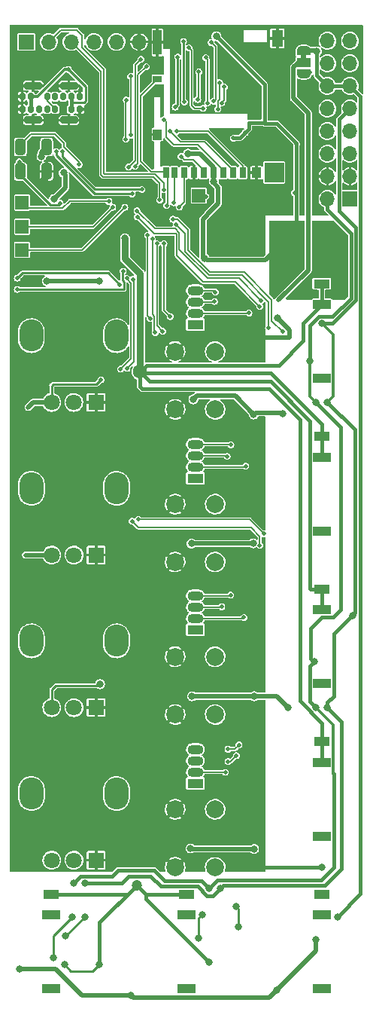
<source format=gbr>
G04 #@! TF.GenerationSoftware,KiCad,Pcbnew,6.0.6+dfsg-1*
G04 #@! TF.CreationDate,2022-10-02T17:16:31+02:00*
G04 #@! TF.ProjectId,demiurge,64656d69-7572-4676-952e-6b696361645f,G*
G04 #@! TF.SameCoordinates,Original*
G04 #@! TF.FileFunction,Copper,L2,Bot*
G04 #@! TF.FilePolarity,Positive*
%FSLAX46Y46*%
G04 Gerber Fmt 4.6, Leading zero omitted, Abs format (unit mm)*
G04 Created by KiCad (PCBNEW 6.0.6+dfsg-1) date 2022-10-02 17:16:31*
%MOMM*%
%LPD*%
G01*
G04 APERTURE LIST*
G04 Aperture macros list*
%AMRoundRect*
0 Rectangle with rounded corners*
0 $1 Rounding radius*
0 $2 $3 $4 $5 $6 $7 $8 $9 X,Y pos of 4 corners*
0 Add a 4 corners polygon primitive as box body*
4,1,4,$2,$3,$4,$5,$6,$7,$8,$9,$2,$3,0*
0 Add four circle primitives for the rounded corners*
1,1,$1+$1,$2,$3*
1,1,$1+$1,$4,$5*
1,1,$1+$1,$6,$7*
1,1,$1+$1,$8,$9*
0 Add four rect primitives between the rounded corners*
20,1,$1+$1,$2,$3,$4,$5,0*
20,1,$1+$1,$4,$5,$6,$7,0*
20,1,$1+$1,$6,$7,$8,$9,0*
20,1,$1+$1,$8,$9,$2,$3,0*%
%AMFreePoly0*
4,1,22,0.550000,-0.750000,0.000000,-0.750000,0.000000,-0.745033,-0.079941,-0.743568,-0.215256,-0.701293,-0.333266,-0.622738,-0.424486,-0.514219,-0.481581,-0.384460,-0.499164,-0.250000,-0.500000,-0.250000,-0.500000,0.250000,-0.499164,0.250000,-0.499963,0.256109,-0.478152,0.396186,-0.417904,0.524511,-0.324060,0.630769,-0.204165,0.706417,-0.067858,0.745374,0.000000,0.744959,0.000000,0.750000,
0.550000,0.750000,0.550000,-0.750000,0.550000,-0.750000,$1*%
%AMFreePoly1*
4,1,20,0.000000,0.744959,0.073905,0.744508,0.209726,0.703889,0.328688,0.626782,0.421226,0.519385,0.479903,0.390333,0.500000,0.250000,0.500000,-0.250000,0.499851,-0.262216,0.476331,-0.402017,0.414519,-0.529596,0.319384,-0.634700,0.198574,-0.708877,0.061801,-0.746166,0.000000,-0.745033,0.000000,-0.750000,-0.550000,-0.750000,-0.550000,0.750000,0.000000,0.750000,0.000000,0.744959,
0.000000,0.744959,$1*%
G04 Aperture macros list end*
G04 #@! TA.AperFunction,ComponentPad*
%ADD10R,1.700000X1.700000*%
G04 #@! TD*
G04 #@! TA.AperFunction,ComponentPad*
%ADD11O,1.700000X1.700000*%
G04 #@! TD*
G04 #@! TA.AperFunction,ComponentPad*
%ADD12C,0.500000*%
G04 #@! TD*
G04 #@! TA.AperFunction,SMDPad,CuDef*
%ADD13R,2.200000X2.200000*%
G04 #@! TD*
G04 #@! TA.AperFunction,ComponentPad*
%ADD14C,2.000000*%
G04 #@! TD*
G04 #@! TA.AperFunction,ComponentPad*
%ADD15R,1.800000X1.000000*%
G04 #@! TD*
G04 #@! TA.AperFunction,ComponentPad*
%ADD16R,2.000000X1.000000*%
G04 #@! TD*
G04 #@! TA.AperFunction,SMDPad,CuDef*
%ADD17FreePoly0,270.000000*%
G04 #@! TD*
G04 #@! TA.AperFunction,SMDPad,CuDef*
%ADD18R,1.500000X1.000000*%
G04 #@! TD*
G04 #@! TA.AperFunction,SMDPad,CuDef*
%ADD19FreePoly1,270.000000*%
G04 #@! TD*
G04 #@! TA.AperFunction,ComponentPad*
%ADD20O,2.720000X3.600000*%
G04 #@! TD*
G04 #@! TA.AperFunction,ComponentPad*
%ADD21R,1.800000X1.800000*%
G04 #@! TD*
G04 #@! TA.AperFunction,ComponentPad*
%ADD22C,1.800000*%
G04 #@! TD*
G04 #@! TA.AperFunction,ComponentPad*
%ADD23R,1.800000X1.070000*%
G04 #@! TD*
G04 #@! TA.AperFunction,ComponentPad*
%ADD24O,1.800000X1.070000*%
G04 #@! TD*
G04 #@! TA.AperFunction,ComponentPad*
%ADD25RoundRect,0.162500X-0.162500X-0.237500X0.162500X-0.237500X0.162500X0.237500X-0.162500X0.237500X0*%
G04 #@! TD*
G04 #@! TA.AperFunction,ComponentPad*
%ADD26RoundRect,0.200000X-0.800000X-0.200000X0.800000X-0.200000X0.800000X0.200000X-0.800000X0.200000X0*%
G04 #@! TD*
G04 #@! TA.AperFunction,SMDPad,CuDef*
%ADD27RoundRect,0.250000X-0.325000X-0.650000X0.325000X-0.650000X0.325000X0.650000X-0.325000X0.650000X0*%
G04 #@! TD*
G04 #@! TA.AperFunction,SMDPad,CuDef*
%ADD28R,1.500000X1.500000*%
G04 #@! TD*
G04 #@! TA.AperFunction,SMDPad,CuDef*
%ADD29R,0.700000X1.200000*%
G04 #@! TD*
G04 #@! TA.AperFunction,SMDPad,CuDef*
%ADD30R,1.000000X0.800000*%
G04 #@! TD*
G04 #@! TA.AperFunction,SMDPad,CuDef*
%ADD31R,1.000000X1.200000*%
G04 #@! TD*
G04 #@! TA.AperFunction,SMDPad,CuDef*
%ADD32R,1.000000X2.800000*%
G04 #@! TD*
G04 #@! TA.AperFunction,SMDPad,CuDef*
%ADD33R,1.300000X1.900000*%
G04 #@! TD*
G04 #@! TA.AperFunction,SMDPad,CuDef*
%ADD34RoundRect,0.250000X0.325000X0.650000X-0.325000X0.650000X-0.325000X-0.650000X0.325000X-0.650000X0*%
G04 #@! TD*
G04 #@! TA.AperFunction,ViaPad*
%ADD35C,0.800000*%
G04 #@! TD*
G04 #@! TA.AperFunction,ViaPad*
%ADD36C,0.460000*%
G04 #@! TD*
G04 #@! TA.AperFunction,ViaPad*
%ADD37C,1.200000*%
G04 #@! TD*
G04 #@! TA.AperFunction,ViaPad*
%ADD38C,1.600000*%
G04 #@! TD*
G04 #@! TA.AperFunction,ViaPad*
%ADD39C,0.600000*%
G04 #@! TD*
G04 #@! TA.AperFunction,Conductor*
%ADD40C,0.152400*%
G04 #@! TD*
G04 #@! TA.AperFunction,Conductor*
%ADD41C,0.800000*%
G04 #@! TD*
G04 #@! TA.AperFunction,Conductor*
%ADD42C,0.500000*%
G04 #@! TD*
G04 #@! TA.AperFunction,Conductor*
%ADD43C,0.381000*%
G04 #@! TD*
G04 #@! TA.AperFunction,Conductor*
%ADD44C,0.228600*%
G04 #@! TD*
G04 #@! TA.AperFunction,Conductor*
%ADD45C,0.457200*%
G04 #@! TD*
G04 #@! TA.AperFunction,Conductor*
%ADD46C,0.400000*%
G04 #@! TD*
G04 #@! TA.AperFunction,Conductor*
%ADD47C,0.304800*%
G04 #@! TD*
G04 #@! TA.AperFunction,Conductor*
%ADD48C,0.250000*%
G04 #@! TD*
G04 #@! TA.AperFunction,Conductor*
%ADD49C,0.254000*%
G04 #@! TD*
G04 APERTURE END LIST*
G36*
X110028000Y-54718000D02*
G01*
X109428000Y-54718000D01*
X109428000Y-54218000D01*
X110028000Y-54218000D01*
X110028000Y-54718000D01*
G37*
D10*
X114935000Y-70485000D03*
D11*
X112395000Y-70485000D03*
X114935000Y-67945000D03*
X112395000Y-67945000D03*
X114935000Y-65405000D03*
X112395000Y-65405000D03*
X114935000Y-62865000D03*
X112395000Y-62865000D03*
X114935000Y-60325000D03*
X112395000Y-60325000D03*
X114935000Y-57785000D03*
X112395000Y-57785000D03*
X114935000Y-55245000D03*
X112395000Y-55245000D03*
X114935000Y-52705000D03*
X112395000Y-52705000D03*
D10*
X78486000Y-52832000D03*
D11*
X81026000Y-52832000D03*
X83566000Y-52832000D03*
X86106000Y-52832000D03*
X88646000Y-52832000D03*
X91186000Y-52832000D03*
D12*
X105550000Y-66650000D03*
X107250000Y-68350000D03*
X105550000Y-68350000D03*
X105550000Y-67500000D03*
X106400000Y-68350000D03*
X106400000Y-66650000D03*
X107250000Y-66650000D03*
D13*
X106400000Y-67500000D03*
D12*
X106400000Y-67500000D03*
X107250000Y-67500000D03*
D14*
X95250000Y-104775000D03*
X95250000Y-111275000D03*
X99750000Y-104775000D03*
X99750000Y-111275000D03*
X95250000Y-121920000D03*
X95250000Y-128420000D03*
X99750000Y-121920000D03*
X99750000Y-128420000D03*
D15*
X111760000Y-148590000D03*
D16*
X111760000Y-159225000D03*
X111760000Y-150925000D03*
D15*
X111760000Y-80010000D03*
D16*
X111760000Y-90645000D03*
X111760000Y-82345000D03*
D17*
X109728000Y-53818000D03*
D18*
X109728000Y-55118000D03*
D19*
X109728000Y-56418000D03*
D14*
X95250000Y-139065000D03*
X95250000Y-145565000D03*
X99750000Y-145565000D03*
X99750000Y-139065000D03*
D15*
X96520000Y-148590000D03*
D16*
X96520000Y-159225000D03*
X96520000Y-150925000D03*
D20*
X88646000Y-85845000D03*
X79046000Y-85845000D03*
D21*
X86346000Y-93345000D03*
D22*
X83846000Y-93345000D03*
X81346000Y-93345000D03*
D20*
X88660000Y-137280000D03*
X79060000Y-137280000D03*
D21*
X86360000Y-144780000D03*
D22*
X83860000Y-144780000D03*
X81360000Y-144780000D03*
D15*
X111760000Y-131445000D03*
D16*
X111760000Y-142080000D03*
X111760000Y-133780000D03*
D15*
X111760000Y-114300000D03*
D16*
X111760000Y-124935000D03*
X111760000Y-116635000D03*
D15*
X111760000Y-97155000D03*
D16*
X111760000Y-107790000D03*
X111760000Y-99490000D03*
D20*
X79060000Y-102990000D03*
X88660000Y-102990000D03*
D21*
X86360000Y-110490000D03*
D22*
X83860000Y-110490000D03*
X81360000Y-110490000D03*
D20*
X79060000Y-120135000D03*
X88660000Y-120135000D03*
D21*
X86360000Y-127635000D03*
D22*
X83860000Y-127635000D03*
X81360000Y-127635000D03*
D14*
X95250000Y-87630000D03*
X95250000Y-94130000D03*
X99750000Y-87630000D03*
X99750000Y-94130000D03*
D15*
X81280000Y-148590000D03*
D16*
X81280000Y-159225000D03*
X81280000Y-150925000D03*
D23*
X97536000Y-84582000D03*
D24*
X97536000Y-83312000D03*
X97536000Y-82042000D03*
X97536000Y-80772000D03*
D23*
X97536000Y-101854000D03*
D24*
X97536000Y-100584000D03*
X97536000Y-99314000D03*
X97536000Y-98044000D03*
D23*
X97536000Y-136144000D03*
D24*
X97536000Y-134874000D03*
X97536000Y-133604000D03*
X97536000Y-132334000D03*
D23*
X97536000Y-118872000D03*
D24*
X97536000Y-117602000D03*
X97536000Y-116332000D03*
X97536000Y-115062000D03*
D25*
X78030000Y-60390000D03*
X78980000Y-60390000D03*
X79930000Y-60390000D03*
X80830000Y-60390000D03*
X81730000Y-60390000D03*
X83580000Y-60390000D03*
X84530000Y-60390000D03*
X84530000Y-58990000D03*
X83580000Y-58990000D03*
X82630000Y-58990000D03*
X81730000Y-58990000D03*
X80830000Y-58990000D03*
X78980000Y-58990000D03*
X78030000Y-58990000D03*
D26*
X83280000Y-57760000D03*
X83280000Y-61630000D03*
X79280000Y-57760000D03*
X79280000Y-61620000D03*
D27*
X77825000Y-64643000D03*
X80775000Y-64643000D03*
D28*
X78000000Y-70900000D03*
X78000000Y-73600000D03*
X78000000Y-76200000D03*
D29*
X102851000Y-67542000D03*
X101751000Y-67542000D03*
X100651000Y-67542000D03*
X99551000Y-67542000D03*
X98451000Y-67542000D03*
X97351000Y-67542000D03*
X96251000Y-67542000D03*
X95151000Y-67542000D03*
X94201000Y-67542000D03*
D30*
X93251000Y-57042000D03*
D31*
X93251000Y-63242000D03*
D32*
X93251000Y-52892000D03*
D33*
X106751000Y-52442000D03*
D31*
X104401000Y-67542000D03*
D28*
X97900000Y-70100000D03*
D34*
X80775000Y-67386200D03*
X77825000Y-67386200D03*
D35*
X96991937Y-143453400D03*
X112395000Y-75946000D03*
X107950000Y-127635000D03*
X99900000Y-52200000D03*
D36*
X78400000Y-110500000D03*
D35*
X111125000Y-74041000D03*
X111125000Y-75946000D03*
X111125000Y-77851000D03*
X80797400Y-79705200D03*
X104140000Y-143510000D03*
X111125000Y-153670000D03*
X107400000Y-94600000D03*
X81600000Y-70491389D03*
X96700000Y-65400000D03*
D36*
X108700000Y-69800000D03*
D35*
X113665000Y-74041000D03*
X80200000Y-65700000D03*
X112395000Y-77851000D03*
D36*
X101803200Y-63652400D03*
D35*
X106680000Y-159385000D03*
X97155000Y-126365000D03*
X113665000Y-75946000D03*
X112395000Y-74041000D03*
D36*
X86900000Y-90800000D03*
D35*
X90300000Y-160000000D03*
X106736702Y-76014196D03*
D36*
X78700000Y-93900000D03*
D35*
X82702400Y-67538600D03*
X99603263Y-68500653D03*
X104028100Y-109178450D03*
X97100000Y-109200000D03*
X86664800Y-79705200D03*
D36*
X103131204Y-63031204D03*
D35*
X97300000Y-93000000D03*
D36*
X108920501Y-64300000D03*
D35*
X104140000Y-126365000D03*
X104100000Y-94700000D03*
X77700000Y-157000000D03*
X98576603Y-77165997D03*
X86800000Y-125000000D03*
X113665000Y-77851000D03*
X113572090Y-151130000D03*
X111200000Y-53900000D03*
X85090000Y-151130000D03*
X82931000Y-153289000D03*
X102108000Y-149987000D03*
X112395000Y-93345000D03*
X85090000Y-147320000D03*
D36*
X110400000Y-56252500D03*
D35*
X102362000Y-152273000D03*
X112395000Y-127635000D03*
X111760000Y-84455000D03*
X100330000Y-147955000D03*
X115200000Y-117300000D03*
X83820000Y-147320000D03*
X83693000Y-151130000D03*
X99060000Y-147955000D03*
X110900000Y-122500000D03*
X111125000Y-127635000D03*
X110413800Y-88722200D03*
X97917000Y-153543000D03*
X81534000Y-155702000D03*
X111125000Y-93345000D03*
X98298000Y-150876000D03*
D37*
X90932000Y-147574000D03*
D35*
X86741008Y-156464000D03*
D38*
X91300000Y-89900000D03*
D35*
X99060000Y-156210000D03*
X89600000Y-74900000D03*
X82800000Y-156500000D03*
D36*
X105752000Y-84963000D03*
X95350000Y-73350000D03*
X95000000Y-72750000D03*
X107365800Y-85420200D03*
X91000000Y-72500000D03*
X104771900Y-82546976D03*
X104926137Y-81873989D03*
X90950000Y-71800000D03*
X106883200Y-81864200D03*
D35*
X91100000Y-130100000D03*
X88200000Y-88600000D03*
X86300000Y-129540000D03*
X89600000Y-144400000D03*
D36*
X100713404Y-65283226D03*
D35*
X87900000Y-62000000D03*
D36*
X98600000Y-71400000D03*
D35*
X88300000Y-82000000D03*
X78740000Y-100076000D03*
X91100000Y-137200000D03*
D36*
X83800000Y-64900000D03*
X107011243Y-71722473D03*
X107000000Y-63200000D03*
D35*
X82900000Y-138300000D03*
X88200000Y-91400000D03*
D36*
X106600000Y-51900000D03*
D35*
X85090000Y-138430000D03*
X90400000Y-108200000D03*
X102200000Y-142600000D03*
X81280000Y-112395000D03*
X86000000Y-77000000D03*
X83500000Y-77800000D03*
X80450000Y-68400000D03*
X81900000Y-115700000D03*
X82100000Y-75300000D03*
X90400000Y-110600000D03*
X84455000Y-112395000D03*
X78105000Y-140970000D03*
D36*
X102200000Y-64900000D03*
D35*
X92100000Y-63000000D03*
X100000000Y-85800000D03*
X84300000Y-71400000D03*
X85300000Y-63300000D03*
D36*
X103000000Y-127100000D03*
D35*
X102200000Y-144600000D03*
X95200000Y-125400000D03*
X97400000Y-105500000D03*
X89600000Y-142400000D03*
D36*
X103000000Y-125500000D03*
D35*
X93400000Y-144400000D03*
X78900000Y-81700000D03*
X102000000Y-57900000D03*
D36*
X103829257Y-63181404D03*
D35*
X105005309Y-96059402D03*
X97500000Y-110900000D03*
D36*
X87997113Y-75502887D03*
D39*
X104600000Y-88100000D03*
D35*
X91100000Y-113500000D03*
X93400000Y-142400000D03*
D36*
X98200000Y-63500000D03*
D35*
X106772644Y-83871776D03*
D36*
X108300000Y-64600000D03*
D35*
X111800000Y-145600000D03*
X95200000Y-108200000D03*
X91100000Y-144400000D03*
X88200000Y-93600000D03*
X78900000Y-77800000D03*
X81791540Y-85344000D03*
X92500000Y-87200000D03*
X91100000Y-142400000D03*
D36*
X108462401Y-62222419D03*
X101300000Y-60200000D03*
D35*
X93600000Y-137200000D03*
D36*
X93850000Y-85350000D03*
X93200000Y-75500000D03*
X93000000Y-85500000D03*
X92700000Y-75000000D03*
X92150000Y-74550000D03*
X92437599Y-83900000D03*
X89823926Y-89523926D03*
X105243028Y-108111679D03*
X91100001Y-106499999D03*
X90500000Y-79500000D03*
X90400000Y-106700000D03*
X104774859Y-109410230D03*
X89100000Y-89600000D03*
X89800000Y-79400000D03*
X94000000Y-75500000D03*
X94700000Y-83700000D03*
X99583922Y-59499627D03*
X99300000Y-52900000D03*
X98400000Y-60300000D03*
X96800000Y-53500000D03*
X97900000Y-56200000D03*
X97800000Y-59300000D03*
X98900000Y-59700000D03*
X98700000Y-54600000D03*
X89700000Y-63750000D03*
X89750000Y-59350000D03*
X90250000Y-56700000D03*
X90300000Y-63300000D03*
X77470000Y-80645000D03*
X89400000Y-78600000D03*
X77470000Y-79375000D03*
X89000000Y-80100000D03*
X95700000Y-71400000D03*
X95900000Y-65700000D03*
X94000000Y-61600000D03*
X94700000Y-62900000D03*
X95100000Y-70900000D03*
X95400000Y-62900000D03*
X81850000Y-65158100D03*
X90400000Y-69900000D03*
X91499998Y-69400000D03*
X82550000Y-65158100D03*
X94300000Y-71200000D03*
X83232318Y-55930800D03*
X82289863Y-70968050D03*
X77700000Y-66300000D03*
X96200000Y-52800000D03*
X96296200Y-59600000D03*
X95533800Y-54533800D03*
X95250000Y-60150000D03*
X100800000Y-57900000D03*
X100500000Y-59700000D03*
X93958100Y-69454821D03*
X93500000Y-70600000D03*
X90000000Y-66900000D03*
X91400000Y-54800000D03*
X84455000Y-66598800D03*
X90728474Y-66819378D03*
X92000000Y-55600000D03*
X89587283Y-71411900D03*
X88221854Y-71411900D03*
X87800000Y-70750000D03*
X100900000Y-134900000D03*
X103566702Y-83300000D03*
X99700000Y-82000000D03*
X100500000Y-116300000D03*
X101100000Y-99400000D03*
X99764272Y-80958100D03*
X101528997Y-98104301D03*
X101500000Y-115000000D03*
X103200002Y-100500002D03*
X103000000Y-117500000D03*
X101200000Y-133700000D03*
X102137599Y-133037599D03*
X101200000Y-132300000D03*
X102441900Y-131841900D03*
X100258100Y-57400000D03*
X100041900Y-60390416D03*
X98700000Y-70200000D03*
D40*
X92895699Y-85395699D02*
X93000000Y-85500000D01*
X92700000Y-75000000D02*
X92700000Y-83452148D01*
X92150000Y-74550000D02*
X92150000Y-83612401D01*
X92150000Y-83612401D02*
X92437599Y-83900000D01*
X93200000Y-75500000D02*
X93200000Y-84700000D01*
X93200000Y-84700000D02*
X93850000Y-85350000D01*
X92700000Y-83452148D02*
X92895699Y-83647847D01*
X92895699Y-83647847D02*
X92895699Y-85395699D01*
X78000000Y-70900000D02*
X78600000Y-71500000D01*
X78600000Y-71500000D02*
X82600000Y-71500000D01*
X87750000Y-70700000D02*
X87800000Y-70750000D01*
X82600000Y-71500000D02*
X83400000Y-70700000D01*
X83400000Y-70700000D02*
X87750000Y-70700000D01*
X95497852Y-72750000D02*
X95000000Y-72750000D01*
X96715303Y-73967451D02*
X95497852Y-72750000D01*
X96715303Y-76246847D02*
X96715303Y-73967451D01*
X103014600Y-78714600D02*
X99183056Y-78714600D01*
X106106443Y-81806443D02*
X103014600Y-78714600D01*
X107365800Y-85420200D02*
X106106443Y-84160843D01*
X99183056Y-78714600D02*
X96715303Y-76246847D01*
X106106443Y-84160843D02*
X106106443Y-81806443D01*
X99041239Y-79057011D02*
X96372902Y-76388674D01*
X92900000Y-74400000D02*
X95400000Y-74400000D01*
X104926137Y-81873989D02*
X102451570Y-79399422D01*
X95704301Y-74273955D02*
X95238446Y-73808100D01*
X105752000Y-82052000D02*
X102757011Y-79057011D01*
X95704301Y-76173955D02*
X95704301Y-74273955D01*
X102004857Y-79779933D02*
X104771900Y-82546976D01*
X102451570Y-79399422D02*
X98929768Y-79399422D01*
X96372902Y-76388674D02*
X96372902Y-74372902D01*
X95238446Y-73808100D02*
X92958100Y-73808100D01*
X98379933Y-79779933D02*
X102004857Y-79779933D01*
X92958100Y-73808100D02*
X90950000Y-71800000D01*
X91000000Y-72500000D02*
X92900000Y-74400000D01*
X95400000Y-74400000D02*
X95400000Y-76800000D01*
X96372902Y-74372902D02*
X95350000Y-73350000D01*
X95400000Y-76800000D02*
X98379933Y-79779933D01*
X102757011Y-79057011D02*
X99041239Y-79057011D01*
X98929768Y-79399422D02*
X95704301Y-76173955D01*
X105752000Y-84963000D02*
X105752000Y-82052000D01*
D41*
X89600000Y-77200000D02*
X89600000Y-74900000D01*
D42*
X104140000Y-143510000D02*
X97048537Y-143510000D01*
D43*
X108920501Y-64233801D02*
X108920501Y-64300000D01*
X105200000Y-61900000D02*
X105300000Y-62000000D01*
X106736702Y-76014196D02*
X108920501Y-73830397D01*
D42*
X99551000Y-68642000D02*
X99551000Y-67542000D01*
D44*
X86400000Y-91300000D02*
X81500000Y-91300000D01*
D42*
X98374200Y-72775800D02*
X98374200Y-76963594D01*
X98576603Y-77165997D02*
X98779006Y-77368400D01*
X98900000Y-72200000D02*
X100100000Y-71000000D01*
X104140000Y-126365000D02*
X97155000Y-126365000D01*
X99551000Y-67542000D02*
X99551000Y-66888178D01*
X98900000Y-72250000D02*
X98900000Y-72200000D01*
X81360000Y-110490000D02*
X78410000Y-110490000D01*
X82702400Y-67538600D02*
X82900568Y-67736768D01*
X82900568Y-69190821D02*
X81600000Y-70491389D01*
X86664800Y-79705200D02*
X80797400Y-79705200D01*
X90500000Y-160200000D02*
X90300000Y-160000000D01*
X102000000Y-92600000D02*
X104100000Y-94700000D01*
D43*
X103541500Y-61914100D02*
X103555600Y-61900000D01*
X102510008Y-63652400D02*
X103131204Y-63031204D01*
D42*
X107950000Y-127635000D02*
X106680000Y-126365000D01*
X106680000Y-159385000D02*
X105865000Y-160200000D01*
D44*
X81800000Y-125200000D02*
X81360000Y-125640000D01*
D42*
X79255000Y-93345000D02*
X78700000Y-93900000D01*
X81346000Y-93345000D02*
X79255000Y-93345000D01*
X107400000Y-94600000D02*
X107300000Y-94500000D01*
D43*
X108920501Y-73830397D02*
X108920501Y-64300000D01*
X106686700Y-62000000D02*
X108920501Y-64233801D01*
X103555600Y-61900000D02*
X105200000Y-61900000D01*
D44*
X86900000Y-90800000D02*
X86400000Y-91300000D01*
D42*
X84800000Y-160000000D02*
X90300000Y-160000000D01*
X98779006Y-77368400D02*
X105382498Y-77368400D01*
X100100000Y-69191000D02*
X99551000Y-68642000D01*
D44*
X81500000Y-91300000D02*
X81346000Y-91454000D01*
D42*
X99551000Y-66888178D02*
X98062822Y-65400000D01*
D43*
X105300000Y-62000000D02*
X106686700Y-62000000D01*
D42*
X111125000Y-154940000D02*
X106680000Y-159385000D01*
X105382498Y-77368400D02*
X106736702Y-76014196D01*
X80200000Y-65218000D02*
X80775000Y-64643000D01*
X98900000Y-72250000D02*
X98374200Y-72775800D01*
X98374200Y-76963594D02*
X98576603Y-77165997D01*
X105865000Y-160200000D02*
X90500000Y-160200000D01*
X97048537Y-143510000D02*
X96991937Y-143453400D01*
D43*
X103541500Y-62620908D02*
X103541500Y-61914100D01*
D42*
X80200000Y-65700000D02*
X80200000Y-65218000D01*
D44*
X81346000Y-91454000D02*
X81346000Y-93345000D01*
D42*
X98062822Y-65400000D02*
X96700000Y-65400000D01*
X104006550Y-109200000D02*
X104028100Y-109178450D01*
D44*
X86600000Y-125200000D02*
X81800000Y-125200000D01*
D42*
X82900568Y-67736768D02*
X82900568Y-69190821D01*
X106680000Y-126365000D02*
X104140000Y-126365000D01*
D43*
X103131204Y-63031204D02*
X103541500Y-62620908D01*
D44*
X86800000Y-125000000D02*
X86600000Y-125200000D01*
D43*
X101803200Y-63652400D02*
X102510008Y-63652400D01*
D42*
X111125000Y-153670000D02*
X111125000Y-154940000D01*
X97100000Y-109200000D02*
X104006550Y-109200000D01*
X77700000Y-157000000D02*
X81800000Y-157000000D01*
X100100000Y-71000000D02*
X100100000Y-69191000D01*
X97700000Y-92600000D02*
X102000000Y-92600000D01*
X78410000Y-110490000D02*
X78400000Y-110500000D01*
X97300000Y-93000000D02*
X97700000Y-92600000D01*
X81800000Y-157000000D02*
X84800000Y-160000000D01*
D43*
X99900000Y-52200000D02*
X105300000Y-57600000D01*
D42*
X104300000Y-94500000D02*
X104100000Y-94700000D01*
D43*
X105300000Y-57600000D02*
X105300000Y-62000000D01*
D44*
X81360000Y-125640000D02*
X81360000Y-127635000D01*
D42*
X107300000Y-94500000D02*
X104300000Y-94500000D01*
D43*
X116127901Y-58977901D02*
X116127901Y-148574189D01*
D45*
X112395000Y-57785000D02*
X114935000Y-57785000D01*
D46*
X111193089Y-56583089D02*
X112395000Y-57785000D01*
X111200000Y-53900000D02*
X111193089Y-53906911D01*
X111193089Y-53906911D02*
X111193089Y-56583089D01*
D42*
X109728000Y-53818000D02*
X111118000Y-53818000D01*
X111118000Y-53818000D02*
X111200000Y-53900000D01*
D43*
X114935000Y-57785000D02*
X116127901Y-58977901D01*
X116127901Y-148574189D02*
X113572090Y-151130000D01*
D47*
X113064801Y-85759801D02*
X111760000Y-84455000D01*
D43*
X92500000Y-146600000D02*
X93633411Y-147733411D01*
X115576312Y-81857539D02*
X112978851Y-84455000D01*
X97763411Y-147733411D02*
X98830000Y-148800000D01*
X113742099Y-71842099D02*
X115576312Y-73676312D01*
X113742099Y-61517901D02*
X113742099Y-71842099D01*
D48*
X85090000Y-151130000D02*
X82931000Y-153289000D01*
D43*
X99485000Y-148800000D02*
X100330000Y-147955000D01*
X113102901Y-119297099D02*
X113102901Y-126361414D01*
X93633411Y-147733411D02*
X97763411Y-147733411D01*
X89250000Y-147320000D02*
X89970000Y-146600000D01*
X113980000Y-129220000D02*
X113980000Y-145720000D01*
X115452902Y-96402902D02*
X115452902Y-116947098D01*
X112395000Y-93345000D02*
X115452902Y-96402902D01*
X112395000Y-127635000D02*
X113980000Y-129220000D01*
X113102901Y-126361414D02*
X112395000Y-127069315D01*
D47*
X113064801Y-92675199D02*
X113064801Y-85759801D01*
D43*
X112395000Y-127069315D02*
X112395000Y-127635000D01*
X113980000Y-145720000D02*
X112067089Y-147632911D01*
X89970000Y-146600000D02*
X92500000Y-146600000D01*
X112978851Y-84455000D02*
X111760000Y-84455000D01*
D48*
X102362000Y-152273000D02*
X102362000Y-150241000D01*
D43*
X85090000Y-147320000D02*
X89250000Y-147320000D01*
X112067089Y-147632911D02*
X100652089Y-147632911D01*
X115452902Y-116947098D02*
X113102901Y-119297099D01*
X114935000Y-60325000D02*
X113742099Y-61517901D01*
X98830000Y-148800000D02*
X99485000Y-148800000D01*
X100652089Y-147632911D02*
X100330000Y-147955000D01*
X115576312Y-73676312D02*
X115576312Y-81857539D01*
D48*
X102362000Y-150241000D02*
X102108000Y-149987000D01*
D47*
X112395000Y-93345000D02*
X113064801Y-92675199D01*
D43*
X111403407Y-83712099D02*
X110413800Y-84701706D01*
D47*
X110413800Y-92633800D02*
X110413800Y-88722200D01*
D43*
X113102901Y-145597099D02*
X111700000Y-147000000D01*
X110413800Y-84701706D02*
X110413800Y-88722200D01*
X110417099Y-126927099D02*
X111125000Y-127635000D01*
X113034321Y-117477901D02*
X113907098Y-116605124D01*
X115042901Y-74334982D02*
X115042901Y-81636593D01*
X112967395Y-83712099D02*
X111403407Y-83712099D01*
X112395000Y-70485000D02*
X112395000Y-71687081D01*
X99060000Y-147955000D02*
X98205000Y-147100000D01*
X113102901Y-135042901D02*
X113102901Y-145597099D01*
D47*
X111125000Y-127635000D02*
X113064801Y-129574801D01*
D43*
X113907098Y-116605124D02*
X113907098Y-96127098D01*
X98205000Y-147100000D02*
X94050000Y-147100000D01*
D48*
X97917000Y-153543000D02*
X97917000Y-151257000D01*
D43*
X94050000Y-147100000D02*
X92850000Y-145900000D01*
X100015000Y-147000000D02*
X99060000Y-147955000D01*
X92850000Y-145900000D02*
X88812343Y-145899232D01*
X112395000Y-71687081D02*
X115042901Y-74334982D01*
X110417099Y-122982901D02*
X110417099Y-126927099D01*
X110900000Y-122500000D02*
X110500001Y-122100001D01*
X113064801Y-135004801D02*
X113102901Y-135042901D01*
D48*
X83293001Y-151487589D02*
X81534000Y-153246590D01*
D43*
X113907098Y-96127098D02*
X111125000Y-93345000D01*
D48*
X81534000Y-153246590D02*
X81534000Y-155702000D01*
X83693000Y-151130000D02*
X83293001Y-151487589D01*
D43*
X84562901Y-146577099D02*
X83820000Y-147320000D01*
X111700000Y-147000000D02*
X100015000Y-147000000D01*
D48*
X97917000Y-151257000D02*
X98298000Y-150876000D01*
D43*
X111745506Y-117477901D02*
X113034321Y-117477901D01*
X88134476Y-146577099D02*
X84562901Y-146577099D01*
D47*
X111125000Y-93345000D02*
X110413800Y-92633800D01*
D43*
X110500001Y-122100001D02*
X110500001Y-118723406D01*
X110500001Y-118723406D02*
X111745506Y-117477901D01*
D47*
X113064801Y-129574801D02*
X113064801Y-135004801D01*
D43*
X110900000Y-122500000D02*
X110417099Y-122982901D01*
X115042901Y-81636593D02*
X112967395Y-83712099D01*
X88812343Y-145899232D02*
X88134476Y-146577099D01*
D45*
X81280000Y-148590000D02*
X89916000Y-148590000D01*
D43*
X90932000Y-147574000D02*
X86741008Y-151764992D01*
X111760000Y-131445000D02*
X111760000Y-129369494D01*
X86741008Y-151764992D02*
X86741008Y-156464000D01*
X111760000Y-99490000D02*
X111760000Y-97155000D01*
X91948000Y-149098000D02*
X99060000Y-156210000D01*
X91300000Y-91600000D02*
X91300000Y-89900000D01*
X110417099Y-95417099D02*
X106000000Y-91000000D01*
X106000000Y-90000000D02*
X91400000Y-90000000D01*
X91948000Y-148590000D02*
X96520000Y-148590000D01*
X111760000Y-116635000D02*
X111760000Y-114300000D01*
X111760000Y-82345000D02*
X111760000Y-80010000D01*
X109671399Y-86428601D02*
X109671399Y-84433601D01*
X111760000Y-97155000D02*
X111760000Y-95760000D01*
X110417099Y-114238099D02*
X110417099Y-95417099D01*
X109671399Y-84433601D02*
X111760000Y-82345000D01*
D48*
X86741008Y-156464000D02*
X85979008Y-157226000D01*
D43*
X92400000Y-91000000D02*
X91300000Y-89900000D01*
X105800000Y-91800000D02*
X91500000Y-91800000D01*
X91400000Y-90000000D02*
X91300000Y-89900000D01*
D41*
X91300000Y-89900000D02*
X91300000Y-78900000D01*
D43*
X92000000Y-89200000D02*
X106900000Y-89200000D01*
X91300000Y-89900000D02*
X92000000Y-89200000D01*
X111760000Y-129369494D02*
X109300000Y-126909494D01*
X91948000Y-148590000D02*
X91948000Y-149098000D01*
X111760000Y-95760000D02*
X106000000Y-90000000D01*
D48*
X83526000Y-157226000D02*
X82800000Y-156500000D01*
D45*
X89916000Y-148590000D02*
X90932000Y-147574000D01*
D43*
X106000000Y-91000000D02*
X92400000Y-91000000D01*
D41*
X91300000Y-78900000D02*
X89600000Y-77200000D01*
D43*
X111760000Y-114300000D02*
X110479000Y-114300000D01*
X90932000Y-147574000D02*
X91948000Y-148590000D01*
X110479000Y-114300000D02*
X110417099Y-114238099D01*
X106900000Y-89200000D02*
X109671399Y-86428601D01*
X111760000Y-133780000D02*
X111760000Y-131445000D01*
X109300000Y-126909494D02*
X109300000Y-95300000D01*
D48*
X85979008Y-157226000D02*
X83526000Y-157226000D01*
D43*
X109300000Y-95300000D02*
X105800000Y-91800000D01*
X91500000Y-91800000D02*
X91300000Y-91600000D01*
D42*
X110236000Y-78511400D02*
X106883200Y-81864200D01*
X108576080Y-59144480D02*
X110236000Y-60804400D01*
X108576080Y-55701520D02*
X108576080Y-59144480D01*
X109728000Y-55118000D02*
X109159600Y-55118000D01*
X109159600Y-55118000D02*
X108576080Y-55701520D01*
X110236000Y-60804400D02*
X110236000Y-78511400D01*
X105000000Y-86100000D02*
X100300000Y-86100000D01*
X105000000Y-86100000D02*
X104600000Y-86500000D01*
D43*
X102971600Y-144195800D02*
X104375800Y-145600000D01*
D42*
X108153200Y-86100000D02*
X105000000Y-86100000D01*
X106772644Y-83871776D02*
X108153200Y-85252332D01*
D43*
X96619200Y-144195800D02*
X102971600Y-144195800D01*
X95250000Y-145565000D02*
X96619200Y-144195800D01*
D42*
X104600000Y-86500000D02*
X104600000Y-88100000D01*
X100300000Y-86100000D02*
X100000000Y-85800000D01*
D43*
X104375800Y-145600000D02*
X111800000Y-145600000D01*
D42*
X108153200Y-85252332D02*
X108153200Y-86100000D01*
D40*
X103631348Y-106499999D02*
X91100001Y-106499999D01*
X90600000Y-88747852D02*
X90600000Y-79600000D01*
X89823926Y-89523926D02*
X90600000Y-88747852D01*
X90600000Y-79600000D02*
X90500000Y-79500000D01*
X105243028Y-108111679D02*
X103631348Y-106499999D01*
X90295699Y-79943551D02*
X89800000Y-79447852D01*
X91100000Y-107400000D02*
X103800000Y-107400000D01*
X90400000Y-106700000D02*
X91100000Y-107400000D01*
X89800000Y-79447852D02*
X89800000Y-79400000D01*
X103800000Y-107400000D02*
X104774859Y-108374859D01*
X89100000Y-89600000D02*
X90295699Y-88404301D01*
X104774859Y-108374859D02*
X104774859Y-109410230D01*
X90295699Y-88404301D02*
X90295699Y-79943551D01*
X94000000Y-83000000D02*
X94700000Y-83700000D01*
X94000000Y-75500000D02*
X94000000Y-83000000D01*
X99300000Y-52900000D02*
X99800000Y-53400000D01*
X99800000Y-59283549D02*
X99583922Y-59499627D01*
X99800000Y-53400000D02*
X99800000Y-59283549D01*
X97447854Y-60300000D02*
X98400000Y-60300000D01*
X96800000Y-53500000D02*
X97100000Y-53800000D01*
X97100000Y-59952146D02*
X97447854Y-60300000D01*
X97100000Y-53800000D02*
X97100000Y-59952146D01*
X97900000Y-56200000D02*
X97900000Y-59200000D01*
X97900000Y-59200000D02*
X97800000Y-59300000D01*
X98900000Y-59700000D02*
X98900000Y-54800000D01*
X98900000Y-54800000D02*
X98700000Y-54600000D01*
X89700000Y-63750000D02*
X89700000Y-59400000D01*
X89700000Y-59400000D02*
X89750000Y-59350000D01*
X90300000Y-56750000D02*
X90250000Y-56700000D01*
X90300000Y-63300000D02*
X90300000Y-56750000D01*
D44*
X77470000Y-80645000D02*
X89500000Y-80645000D01*
X89303800Y-78696200D02*
X89400000Y-78600000D01*
X89500000Y-79801733D02*
X89303800Y-79605533D01*
X89500000Y-80645000D02*
X89500000Y-79801733D01*
X89303800Y-79605533D02*
X89303800Y-78696200D01*
X87690800Y-78790800D02*
X89000000Y-80100000D01*
X78054200Y-78790800D02*
X87690800Y-78790800D01*
X77470000Y-79375000D02*
X78054200Y-78790800D01*
D40*
X96251000Y-67542000D02*
X96251000Y-70849000D01*
X96251000Y-70849000D02*
X95700000Y-71400000D01*
X98451000Y-67292000D02*
X97259000Y-66100000D01*
X98451000Y-67542000D02*
X98451000Y-67292000D01*
X97259000Y-66100000D02*
X96300000Y-66100000D01*
X96300000Y-66100000D02*
X95900000Y-65700000D01*
X95100000Y-64400000D02*
X94200000Y-63500000D01*
X100651000Y-67292000D02*
X97759000Y-64400000D01*
X94200000Y-61800000D02*
X94000000Y-61600000D01*
X94200000Y-63500000D02*
X94200000Y-61800000D01*
X97759000Y-64400000D02*
X95100000Y-64400000D01*
X100651000Y-67542000D02*
X100651000Y-67292000D01*
X98536774Y-64077774D02*
X95877774Y-64077774D01*
X95877774Y-64077774D02*
X94700000Y-62900000D01*
X101751000Y-67542000D02*
X101751000Y-67292000D01*
X101751000Y-67292000D02*
X98536774Y-64077774D01*
X95151000Y-67542000D02*
X95151000Y-70849000D01*
X95151000Y-70849000D02*
X95100000Y-70900000D01*
X98978030Y-62900000D02*
X95400000Y-62900000D01*
X102851000Y-66772970D02*
X98978030Y-62900000D01*
X102851000Y-67542000D02*
X102851000Y-66772970D01*
D44*
X81850000Y-65572365D02*
X86177635Y-69900000D01*
X81850000Y-65158100D02*
X81850000Y-65572365D01*
X86177635Y-69900000D02*
X90400000Y-69900000D01*
X82550000Y-65158100D02*
X82550000Y-65734241D01*
X86215759Y-69400000D02*
X91499998Y-69400000D01*
X82550000Y-65734241D02*
X86215759Y-69400000D01*
D40*
X94201000Y-67542000D02*
X94416200Y-67757200D01*
X94416200Y-71083800D02*
X94300000Y-71200000D01*
X94050398Y-67391398D02*
X94201000Y-67542000D01*
X91404311Y-58888689D02*
X91404311Y-66250549D01*
X93251000Y-57042000D02*
X91404311Y-58888689D01*
X92545160Y-67391398D02*
X94050398Y-67391398D01*
X94416200Y-67757200D02*
X94416200Y-71083800D01*
X91404311Y-66250549D02*
X92545160Y-67391398D01*
D49*
X85159320Y-57857802D02*
X85159320Y-59493680D01*
D47*
X82828322Y-55930800D02*
X83232318Y-55930800D01*
X78980000Y-58990000D02*
X79769122Y-58990000D01*
D43*
X83580000Y-59653200D02*
X83580000Y-60390000D01*
D49*
X85159320Y-59493680D02*
X84984080Y-59668920D01*
X85159320Y-57857802D02*
X83232318Y-55930800D01*
D43*
X78980000Y-58990000D02*
X78980000Y-60390000D01*
D49*
X84984080Y-59668920D02*
X83595720Y-59668920D01*
X83595720Y-59668920D02*
X83580000Y-59653200D01*
D43*
X83580000Y-58990000D02*
X83580000Y-59653200D01*
D47*
X79769122Y-58990000D02*
X82828322Y-55930800D01*
D40*
X80830000Y-58990000D02*
X80830000Y-59436884D01*
X80830000Y-59436884D02*
X81730000Y-60336884D01*
X81730000Y-60336884D02*
X81730000Y-60390000D01*
D44*
X78090000Y-67386200D02*
X78090000Y-66690000D01*
X78090000Y-67960000D02*
X78090000Y-68032152D01*
X82100324Y-71157589D02*
X82289863Y-70968050D01*
X78090000Y-66690000D02*
X77700000Y-66300000D01*
X81215437Y-71157589D02*
X82100324Y-71157589D01*
X78090000Y-68032152D02*
X81215437Y-71157589D01*
X96200000Y-59503800D02*
X96296200Y-59600000D01*
X96200000Y-52800000D02*
X96200000Y-59503800D01*
X95500000Y-59900000D02*
X95250000Y-60150000D01*
X95500000Y-54567600D02*
X95500000Y-59900000D01*
X95533800Y-54533800D02*
X95500000Y-54567600D01*
D40*
X100800000Y-59400000D02*
X100500000Y-59700000D01*
X100800000Y-57900000D02*
X100800000Y-59400000D01*
X87200000Y-67600000D02*
X87295699Y-67695699D01*
X82358000Y-51500000D02*
X84200000Y-51500000D01*
X87200000Y-55900000D02*
X87200000Y-67600000D01*
X93958100Y-68685855D02*
X93958100Y-69454821D01*
X87295699Y-67695699D02*
X92967944Y-67695699D01*
X92967944Y-67695699D02*
X93958100Y-68685855D01*
X84200000Y-51500000D02*
X84800000Y-52100000D01*
X81026000Y-52832000D02*
X82358000Y-51500000D01*
X84800000Y-53500000D02*
X87200000Y-55900000D01*
X84800000Y-52100000D02*
X84800000Y-53500000D01*
X86895689Y-67780911D02*
X86895689Y-56161689D01*
X93500000Y-68700000D02*
X92800000Y-68000000D01*
X92800000Y-68000000D02*
X87114778Y-68000000D01*
X93500000Y-70600000D02*
X93500000Y-68700000D01*
X86895689Y-56161689D02*
X83566000Y-52832000D01*
X87114778Y-68000000D02*
X86895689Y-67780911D01*
X91400000Y-54800000D02*
X90758100Y-55441900D01*
X90758100Y-66141900D02*
X90000000Y-66900000D01*
X90758100Y-55441900D02*
X90758100Y-66141900D01*
X81700000Y-63200000D02*
X79000000Y-63200000D01*
X82743000Y-64243000D02*
X81700000Y-63200000D01*
X77825000Y-64375000D02*
X77825000Y-64643000D01*
X84455000Y-66598800D02*
X84455000Y-66355000D01*
X82743000Y-64643000D02*
X82743000Y-64243000D01*
X84455000Y-66355000D02*
X82743000Y-64643000D01*
X79000000Y-63200000D02*
X77825000Y-64375000D01*
X91062401Y-66485451D02*
X90728474Y-66819378D01*
X91062401Y-56537599D02*
X91062401Y-66485451D01*
X92000000Y-55600000D02*
X91062401Y-56537599D01*
X78000000Y-76200000D02*
X84799183Y-76200000D01*
X84799183Y-76200000D02*
X89587283Y-71411900D01*
X78000000Y-73600000D02*
X86033754Y-73600000D01*
X86033754Y-73600000D02*
X88221854Y-71411900D01*
X100874000Y-134874000D02*
X100900000Y-134900000D01*
X97536000Y-134874000D02*
X100874000Y-134874000D01*
X103554702Y-83312000D02*
X103566702Y-83300000D01*
X97536000Y-83312000D02*
X103554702Y-83312000D01*
X100468000Y-116332000D02*
X100500000Y-116300000D01*
X97536000Y-116332000D02*
X100468000Y-116332000D01*
X101014000Y-99314000D02*
X101100000Y-99400000D01*
X99658000Y-82042000D02*
X99700000Y-82000000D01*
X97536000Y-82042000D02*
X99658000Y-82042000D01*
X97536000Y-99314000D02*
X101014000Y-99314000D01*
X101500000Y-115024000D02*
X101500000Y-115000000D01*
X97536000Y-98044000D02*
X101468696Y-98044000D01*
X97536000Y-115062000D02*
X101538000Y-115062000D01*
X101468696Y-98044000D02*
X101528997Y-98104301D01*
X99578172Y-80772000D02*
X99764272Y-80958100D01*
X101538000Y-115062000D02*
X101500000Y-115024000D01*
X97536000Y-80772000D02*
X99578172Y-80772000D01*
X97536000Y-100584000D02*
X103116004Y-100584000D01*
X103116004Y-100584000D02*
X103200002Y-100500002D01*
X97536000Y-117602000D02*
X102898000Y-117602000D01*
X102898000Y-117602000D02*
X103000000Y-117500000D01*
X101200000Y-133700000D02*
X101475198Y-133700000D01*
X101475198Y-133700000D02*
X102137599Y-133037599D01*
X101200000Y-132300000D02*
X101983800Y-132300000D01*
X101983800Y-132300000D02*
X102441900Y-131841900D01*
X100258100Y-57400000D02*
X100258100Y-59294048D01*
X100258100Y-59294048D02*
X100041900Y-59510248D01*
X100041900Y-59510248D02*
X100041900Y-60390416D01*
X98700000Y-70200000D02*
X98000000Y-70200000D01*
X98000000Y-70200000D02*
X97900000Y-70100000D01*
G04 #@! TA.AperFunction,Conductor*
G36*
X116406238Y-50970493D02*
G01*
X116431958Y-51015042D01*
X116433100Y-51028100D01*
X116433100Y-58615911D01*
X116415507Y-58664249D01*
X116370958Y-58689969D01*
X116320300Y-58681036D01*
X116304726Y-58669085D01*
X115882204Y-58246563D01*
X115860464Y-58199943D01*
X115864023Y-58169655D01*
X115917710Y-58008266D01*
X115942360Y-57813138D01*
X115942753Y-57785000D01*
X115941766Y-57774929D01*
X115923921Y-57592927D01*
X115923920Y-57592922D01*
X115923561Y-57589260D01*
X115866714Y-57400975D01*
X115774379Y-57227318D01*
X115650072Y-57074903D01*
X115498528Y-56949535D01*
X115325520Y-56855990D01*
X115137637Y-56797830D01*
X115011273Y-56784549D01*
X114945690Y-56777656D01*
X114945689Y-56777656D01*
X114942035Y-56777272D01*
X114862072Y-56784549D01*
X114749824Y-56794764D01*
X114749823Y-56794764D01*
X114746166Y-56795097D01*
X114742641Y-56796134D01*
X114742638Y-56796135D01*
X114596943Y-56839016D01*
X114557489Y-56850628D01*
X114383192Y-56941748D01*
X114341115Y-56975579D01*
X114256459Y-57043644D01*
X114229912Y-57064988D01*
X114103489Y-57215653D01*
X114025171Y-57358115D01*
X114021645Y-57364528D01*
X113982941Y-57398411D01*
X113955747Y-57403500D01*
X113373242Y-57403500D01*
X113324904Y-57385907D01*
X113306844Y-57363604D01*
X113236103Y-57230561D01*
X113234379Y-57227318D01*
X113110072Y-57074903D01*
X112958528Y-56949535D01*
X112785520Y-56855990D01*
X112597637Y-56797830D01*
X112471273Y-56784549D01*
X112405690Y-56777656D01*
X112405689Y-56777656D01*
X112402035Y-56777272D01*
X112322072Y-56784549D01*
X112209824Y-56794764D01*
X112209823Y-56794764D01*
X112206166Y-56795097D01*
X112202641Y-56796134D01*
X112202638Y-56796135D01*
X112017489Y-56850628D01*
X112017035Y-56849084D01*
X111971359Y-56850686D01*
X111941413Y-56832337D01*
X111568015Y-56458939D01*
X111546275Y-56412319D01*
X111545989Y-56405765D01*
X111545989Y-56002151D01*
X111563582Y-55953813D01*
X111608131Y-55928093D01*
X111658789Y-55937026D01*
X111669664Y-55945536D01*
X111670083Y-55945044D01*
X111819862Y-56072516D01*
X111823063Y-56074305D01*
X111823066Y-56074307D01*
X111861656Y-56095874D01*
X111991547Y-56168467D01*
X111995044Y-56169603D01*
X111995048Y-56169605D01*
X112087615Y-56199681D01*
X112178600Y-56229244D01*
X112283468Y-56241749D01*
X112370237Y-56252096D01*
X112370239Y-56252096D01*
X112373895Y-56252532D01*
X112569994Y-56237443D01*
X112704100Y-56200000D01*
X112755883Y-56185542D01*
X112755885Y-56185541D01*
X112759428Y-56184552D01*
X112873920Y-56126718D01*
X112931697Y-56097533D01*
X112931698Y-56097532D01*
X112934981Y-56095874D01*
X113089966Y-55974786D01*
X113218480Y-55825901D01*
X113244660Y-55779816D01*
X113313810Y-55658091D01*
X113313812Y-55658088D01*
X113315628Y-55654890D01*
X113370361Y-55490357D01*
X113376548Y-55471760D01*
X113376549Y-55471757D01*
X113377710Y-55468266D01*
X113402360Y-55273138D01*
X113402753Y-55245000D01*
X113402548Y-55242907D01*
X113401374Y-55230930D01*
X113927345Y-55230930D01*
X113927653Y-55234598D01*
X113927653Y-55234601D01*
X113939150Y-55371508D01*
X113943803Y-55426919D01*
X113984886Y-55570194D01*
X113991757Y-55594153D01*
X113998015Y-55615979D01*
X114087916Y-55790908D01*
X114210083Y-55945044D01*
X114212877Y-55947422D01*
X114212878Y-55947423D01*
X114312848Y-56032504D01*
X114359862Y-56072516D01*
X114363063Y-56074305D01*
X114363066Y-56074307D01*
X114401656Y-56095874D01*
X114531547Y-56168467D01*
X114535044Y-56169603D01*
X114535048Y-56169605D01*
X114627615Y-56199681D01*
X114718600Y-56229244D01*
X114823468Y-56241749D01*
X114910237Y-56252096D01*
X114910239Y-56252096D01*
X114913895Y-56252532D01*
X115109994Y-56237443D01*
X115244100Y-56200000D01*
X115295883Y-56185542D01*
X115295885Y-56185541D01*
X115299428Y-56184552D01*
X115413920Y-56126718D01*
X115471697Y-56097533D01*
X115471698Y-56097532D01*
X115474981Y-56095874D01*
X115629966Y-55974786D01*
X115758480Y-55825901D01*
X115784660Y-55779816D01*
X115853810Y-55658091D01*
X115853812Y-55658088D01*
X115855628Y-55654890D01*
X115910361Y-55490357D01*
X115916548Y-55471760D01*
X115916549Y-55471757D01*
X115917710Y-55468266D01*
X115942360Y-55273138D01*
X115942753Y-55245000D01*
X115942548Y-55242907D01*
X115923921Y-55052927D01*
X115923920Y-55052922D01*
X115923561Y-55049260D01*
X115866714Y-54860975D01*
X115774379Y-54687318D01*
X115650072Y-54534903D01*
X115510996Y-54419849D01*
X115501359Y-54411877D01*
X115498528Y-54409535D01*
X115325520Y-54315990D01*
X115137637Y-54257830D01*
X115014766Y-54244916D01*
X114945690Y-54237656D01*
X114945689Y-54237656D01*
X114942035Y-54237272D01*
X114844100Y-54246185D01*
X114749824Y-54254764D01*
X114749823Y-54254764D01*
X114746166Y-54255097D01*
X114742641Y-54256134D01*
X114742638Y-54256135D01*
X114563520Y-54308853D01*
X114557489Y-54310628D01*
X114383192Y-54401748D01*
X114321659Y-54451222D01*
X114241565Y-54515619D01*
X114229912Y-54524988D01*
X114103489Y-54675653D01*
X114101718Y-54678875D01*
X114101717Y-54678876D01*
X114024202Y-54819876D01*
X114008739Y-54848004D01*
X113949269Y-55035476D01*
X113927345Y-55230930D01*
X113401374Y-55230930D01*
X113383921Y-55052927D01*
X113383920Y-55052922D01*
X113383561Y-55049260D01*
X113326714Y-54860975D01*
X113234379Y-54687318D01*
X113110072Y-54534903D01*
X112970996Y-54419849D01*
X112961359Y-54411877D01*
X112958528Y-54409535D01*
X112785520Y-54315990D01*
X112597637Y-54257830D01*
X112474766Y-54244916D01*
X112405690Y-54237656D01*
X112405689Y-54237656D01*
X112402035Y-54237272D01*
X112304100Y-54246185D01*
X112209824Y-54254764D01*
X112209823Y-54254764D01*
X112206166Y-54255097D01*
X112202641Y-54256134D01*
X112202638Y-54256135D01*
X112023520Y-54308853D01*
X112017489Y-54310628D01*
X111843192Y-54401748D01*
X111781659Y-54451222D01*
X111701565Y-54515619D01*
X111689912Y-54524988D01*
X111687551Y-54527802D01*
X111687547Y-54527806D01*
X111678796Y-54538235D01*
X111634249Y-54563955D01*
X111583590Y-54555024D01*
X111550525Y-54515619D01*
X111545989Y-54489898D01*
X111545989Y-54368513D01*
X111563582Y-54320175D01*
X111575410Y-54308853D01*
X111590426Y-54297331D01*
X111594333Y-54294333D01*
X111618434Y-54262924D01*
X111679959Y-54182743D01*
X111679961Y-54182739D01*
X111682957Y-54178835D01*
X111738669Y-54044336D01*
X111757671Y-53900000D01*
X111738669Y-53755664D01*
X111732868Y-53741658D01*
X111701879Y-53666846D01*
X111682957Y-53621165D01*
X111661145Y-53592739D01*
X111645677Y-53543680D01*
X111665362Y-53496156D01*
X111710989Y-53472403D01*
X111761210Y-53483537D01*
X111769544Y-53489692D01*
X111819862Y-53532516D01*
X111823063Y-53534305D01*
X111823066Y-53534307D01*
X111881206Y-53566800D01*
X111991547Y-53628467D01*
X111995044Y-53629603D01*
X111995048Y-53629605D01*
X112087106Y-53659516D01*
X112178600Y-53689244D01*
X112254880Y-53698340D01*
X112370237Y-53712096D01*
X112370239Y-53712096D01*
X112373895Y-53712532D01*
X112569994Y-53697443D01*
X112684061Y-53665595D01*
X112755883Y-53645542D01*
X112755885Y-53645541D01*
X112759428Y-53644552D01*
X112862001Y-53592739D01*
X112931697Y-53557533D01*
X112931698Y-53557532D01*
X112934981Y-53555874D01*
X113089966Y-53434786D01*
X113218480Y-53285901D01*
X113258006Y-53216323D01*
X113313810Y-53118091D01*
X113313812Y-53118088D01*
X113315628Y-53114890D01*
X113377710Y-52928266D01*
X113402360Y-52733138D01*
X113402753Y-52705000D01*
X113402548Y-52702907D01*
X113401374Y-52690930D01*
X113927345Y-52690930D01*
X113927653Y-52694598D01*
X113927653Y-52694601D01*
X113939770Y-52838898D01*
X113943803Y-52886919D01*
X113998015Y-53075979D01*
X114087916Y-53250908D01*
X114090201Y-53253791D01*
X114113113Y-53282699D01*
X114210083Y-53405044D01*
X114212874Y-53407419D01*
X114212878Y-53407423D01*
X114289779Y-53472871D01*
X114359862Y-53532516D01*
X114363063Y-53534305D01*
X114363066Y-53534307D01*
X114421206Y-53566800D01*
X114531547Y-53628467D01*
X114535044Y-53629603D01*
X114535048Y-53629605D01*
X114627106Y-53659516D01*
X114718600Y-53689244D01*
X114794880Y-53698340D01*
X114910237Y-53712096D01*
X114910239Y-53712096D01*
X114913895Y-53712532D01*
X115109994Y-53697443D01*
X115224061Y-53665595D01*
X115295883Y-53645542D01*
X115295885Y-53645541D01*
X115299428Y-53644552D01*
X115402001Y-53592739D01*
X115471697Y-53557533D01*
X115471698Y-53557532D01*
X115474981Y-53555874D01*
X115629966Y-53434786D01*
X115758480Y-53285901D01*
X115798006Y-53216323D01*
X115853810Y-53118091D01*
X115853812Y-53118088D01*
X115855628Y-53114890D01*
X115917710Y-52928266D01*
X115942360Y-52733138D01*
X115942753Y-52705000D01*
X115942548Y-52702907D01*
X115923921Y-52512927D01*
X115923920Y-52512922D01*
X115923561Y-52509260D01*
X115866714Y-52320975D01*
X115774379Y-52147318D01*
X115650072Y-51994903D01*
X115498528Y-51869535D01*
X115325520Y-51775990D01*
X115137637Y-51717830D01*
X115014766Y-51704916D01*
X114945690Y-51697656D01*
X114945689Y-51697656D01*
X114942035Y-51697272D01*
X114844100Y-51706185D01*
X114749824Y-51714764D01*
X114749823Y-51714764D01*
X114746166Y-51715097D01*
X114742641Y-51716134D01*
X114742638Y-51716135D01*
X114561019Y-51769589D01*
X114557489Y-51770628D01*
X114383192Y-51861748D01*
X114333249Y-51901903D01*
X114236345Y-51979816D01*
X114229912Y-51984988D01*
X114174429Y-52051110D01*
X114112634Y-52124755D01*
X114103489Y-52135653D01*
X114101718Y-52138875D01*
X114101717Y-52138876D01*
X114053334Y-52226885D01*
X114008739Y-52308004D01*
X113949269Y-52495476D01*
X113927345Y-52690930D01*
X113401374Y-52690930D01*
X113383921Y-52512927D01*
X113383920Y-52512922D01*
X113383561Y-52509260D01*
X113326714Y-52320975D01*
X113234379Y-52147318D01*
X113110072Y-51994903D01*
X112958528Y-51869535D01*
X112785520Y-51775990D01*
X112597637Y-51717830D01*
X112474766Y-51704916D01*
X112405690Y-51697656D01*
X112405689Y-51697656D01*
X112402035Y-51697272D01*
X112304100Y-51706185D01*
X112209824Y-51714764D01*
X112209823Y-51714764D01*
X112206166Y-51715097D01*
X112202641Y-51716134D01*
X112202638Y-51716135D01*
X112021019Y-51769589D01*
X112017489Y-51770628D01*
X111843192Y-51861748D01*
X111793249Y-51901903D01*
X111696345Y-51979816D01*
X111689912Y-51984988D01*
X111634429Y-52051110D01*
X111572634Y-52124755D01*
X111563489Y-52135653D01*
X111561718Y-52138875D01*
X111561717Y-52138876D01*
X111513334Y-52226885D01*
X111468739Y-52308004D01*
X111409269Y-52495476D01*
X111387345Y-52690930D01*
X111387653Y-52694598D01*
X111387653Y-52694601D01*
X111399770Y-52838898D01*
X111403803Y-52886919D01*
X111458015Y-53075979D01*
X111547916Y-53250908D01*
X111550201Y-53253791D01*
X111613502Y-53333657D01*
X111629739Y-53382467D01*
X111610802Y-53430294D01*
X111565553Y-53454760D01*
X111515164Y-53444417D01*
X111508789Y-53440027D01*
X111498330Y-53432001D01*
X111478836Y-53417043D01*
X111418958Y-53392241D01*
X111348890Y-53363217D01*
X111348888Y-53363216D01*
X111344336Y-53361331D01*
X111200000Y-53342329D01*
X111055664Y-53361331D01*
X111051112Y-53363216D01*
X111051110Y-53363217D01*
X111009343Y-53380518D01*
X110943077Y-53407967D01*
X110939675Y-53409376D01*
X110910897Y-53415100D01*
X110535814Y-53415100D01*
X110487476Y-53397507D01*
X110478547Y-53388640D01*
X110473293Y-53382467D01*
X110465881Y-53373758D01*
X110358530Y-53278950D01*
X110321588Y-53254683D01*
X110319171Y-53253548D01*
X110319167Y-53253546D01*
X110218032Y-53206063D01*
X110191943Y-53193814D01*
X110189396Y-53193035D01*
X110189390Y-53193033D01*
X110152231Y-53181673D01*
X110152230Y-53181673D01*
X110149673Y-53180891D01*
X110008155Y-53158857D01*
X110005487Y-53158824D01*
X110005482Y-53158824D01*
X109980749Y-53158522D01*
X109963958Y-53158317D01*
X109961297Y-53158665D01*
X109961296Y-53158665D01*
X109939845Y-53161470D01*
X109930095Y-53162105D01*
X109534836Y-53162105D01*
X109523267Y-53161210D01*
X109521247Y-53160896D01*
X109508154Y-53158857D01*
X109505486Y-53158824D01*
X109505481Y-53158824D01*
X109480734Y-53158522D01*
X109463958Y-53158317D01*
X109461297Y-53158665D01*
X109461296Y-53158665D01*
X109439845Y-53161470D01*
X109321944Y-53176887D01*
X109279370Y-53188774D01*
X109148277Y-53246457D01*
X109146007Y-53247870D01*
X109146005Y-53247871D01*
X109116861Y-53266012D01*
X109110753Y-53269814D01*
X109001118Y-53361971D01*
X108971656Y-53394922D01*
X108970175Y-53397147D01*
X108970171Y-53397152D01*
X108897725Y-53505986D01*
X108892293Y-53514147D01*
X108891145Y-53516555D01*
X108891141Y-53516561D01*
X108883531Y-53532516D01*
X108873264Y-53554042D01*
X108830554Y-53690748D01*
X108823487Y-53734380D01*
X108820862Y-53877579D01*
X108821193Y-53880235D01*
X108821528Y-53882926D01*
X108822105Y-53892221D01*
X108822105Y-54368000D01*
X108822826Y-54371624D01*
X108822826Y-54371625D01*
X108830207Y-54408729D01*
X108833972Y-54427658D01*
X108843086Y-54441298D01*
X108849717Y-54451222D01*
X108861943Y-54501187D01*
X108849717Y-54534778D01*
X108848108Y-54537186D01*
X108833972Y-54558342D01*
X108832527Y-54565606D01*
X108826849Y-54594153D01*
X108825100Y-54602943D01*
X108825100Y-54851566D01*
X108807507Y-54899904D01*
X108803074Y-54904740D01*
X108336311Y-55371503D01*
X108336309Y-55371504D01*
X108246064Y-55461749D01*
X108234176Y-55485082D01*
X108228010Y-55495143D01*
X108212619Y-55516327D01*
X108210791Y-55521953D01*
X108210789Y-55521957D01*
X108204526Y-55541233D01*
X108200011Y-55552134D01*
X108188123Y-55575465D01*
X108187198Y-55581308D01*
X108187197Y-55581310D01*
X108184027Y-55601327D01*
X108181272Y-55612803D01*
X108176837Y-55626453D01*
X108173180Y-55637707D01*
X108173180Y-59208293D01*
X108175009Y-59213921D01*
X108175009Y-59213923D01*
X108181272Y-59233197D01*
X108184027Y-59244673D01*
X108186772Y-59262003D01*
X108188123Y-59270535D01*
X108190809Y-59275806D01*
X108200011Y-59293866D01*
X108204526Y-59304767D01*
X108210789Y-59324043D01*
X108210791Y-59324047D01*
X108212619Y-59329673D01*
X108223140Y-59344153D01*
X108228010Y-59350856D01*
X108234174Y-59360915D01*
X108246064Y-59384251D01*
X108336310Y-59474497D01*
X108336313Y-59474499D01*
X109811074Y-60949261D01*
X109832814Y-60995881D01*
X109833100Y-61002435D01*
X109833100Y-72299800D01*
X109815507Y-72348138D01*
X109770958Y-72373858D01*
X109757900Y-72375000D01*
X109339101Y-72375000D01*
X109290763Y-72357407D01*
X109265043Y-72312858D01*
X109263901Y-72299800D01*
X109263901Y-64487504D01*
X109272098Y-64453363D01*
X109286512Y-64425074D01*
X109286512Y-64425073D01*
X109289200Y-64419798D01*
X109305660Y-64315871D01*
X109307248Y-64305847D01*
X109308174Y-64300000D01*
X109289200Y-64180202D01*
X109256200Y-64115436D01*
X109236824Y-64077409D01*
X109236823Y-64077408D01*
X109234135Y-64072132D01*
X109216411Y-64054408D01*
X109204460Y-64038834D01*
X109190910Y-64015364D01*
X109190908Y-64015362D01*
X109187618Y-64009663D01*
X109155237Y-63982492D01*
X109150401Y-63978060D01*
X106942440Y-61770099D01*
X106938007Y-61765262D01*
X106930224Y-61755986D01*
X106910838Y-61732883D01*
X106905144Y-61729595D01*
X106905141Y-61729593D01*
X106874229Y-61711745D01*
X106868700Y-61708222D01*
X106839457Y-61687747D01*
X106839454Y-61687746D01*
X106834066Y-61683973D01*
X106827715Y-61682271D01*
X106824635Y-61680835D01*
X106814860Y-61676787D01*
X106811660Y-61675622D01*
X106805961Y-61672332D01*
X106778702Y-61667525D01*
X106764337Y-61664992D01*
X106757935Y-61663573D01*
X106723447Y-61654333D01*
X106717091Y-61652630D01*
X106710539Y-61653203D01*
X106710537Y-61653203D01*
X106674984Y-61656314D01*
X106668430Y-61656600D01*
X105718600Y-61656600D01*
X105670262Y-61639007D01*
X105644542Y-61594458D01*
X105643400Y-61581400D01*
X105643400Y-57618270D01*
X105643686Y-57611716D01*
X105646797Y-57576163D01*
X105646797Y-57576161D01*
X105647370Y-57569609D01*
X105636423Y-57528754D01*
X105635013Y-57522394D01*
X105627668Y-57480739D01*
X105624380Y-57475044D01*
X105623220Y-57471857D01*
X105619173Y-57462087D01*
X105617729Y-57458991D01*
X105616026Y-57452634D01*
X105605810Y-57438044D01*
X105591775Y-57418000D01*
X105588262Y-57412486D01*
X105567117Y-57375862D01*
X105534730Y-57348686D01*
X105529894Y-57344254D01*
X101588957Y-53403316D01*
X105948600Y-53403316D01*
X105949321Y-53410637D01*
X105955997Y-53444198D01*
X105961558Y-53457623D01*
X105987014Y-53495720D01*
X105997280Y-53505986D01*
X106035377Y-53531442D01*
X106048802Y-53537003D01*
X106082363Y-53543679D01*
X106089684Y-53544400D01*
X106585341Y-53544400D01*
X106595498Y-53540703D01*
X106598600Y-53535331D01*
X106598600Y-53531141D01*
X106903400Y-53531141D01*
X106907097Y-53541298D01*
X106912469Y-53544400D01*
X107412316Y-53544400D01*
X107419637Y-53543679D01*
X107453198Y-53537003D01*
X107466623Y-53531442D01*
X107504720Y-53505986D01*
X107514986Y-53495720D01*
X107540442Y-53457623D01*
X107546003Y-53444198D01*
X107552679Y-53410637D01*
X107553400Y-53403316D01*
X107553400Y-52607659D01*
X107549703Y-52597502D01*
X107544331Y-52594400D01*
X106916659Y-52594400D01*
X106906502Y-52598097D01*
X106903400Y-52603469D01*
X106903400Y-53531141D01*
X106598600Y-53531141D01*
X106598600Y-52607659D01*
X106594903Y-52597502D01*
X106589531Y-52594400D01*
X105961859Y-52594400D01*
X105951702Y-52598097D01*
X105948600Y-52603469D01*
X105948600Y-53403316D01*
X101588957Y-53403316D01*
X101027641Y-52842000D01*
X103001000Y-52842000D01*
X105551000Y-52842000D01*
X105551000Y-52276341D01*
X105948600Y-52276341D01*
X105952297Y-52286498D01*
X105957669Y-52289600D01*
X106585341Y-52289600D01*
X106595498Y-52285903D01*
X106598600Y-52280531D01*
X106598600Y-52276341D01*
X106903400Y-52276341D01*
X106907097Y-52286498D01*
X106912469Y-52289600D01*
X107540141Y-52289600D01*
X107550298Y-52285903D01*
X107553400Y-52280531D01*
X107553400Y-51480684D01*
X107552679Y-51473363D01*
X107546003Y-51439802D01*
X107540442Y-51426377D01*
X107514986Y-51388280D01*
X107504720Y-51378014D01*
X107466623Y-51352558D01*
X107453198Y-51346997D01*
X107419637Y-51340321D01*
X107412316Y-51339600D01*
X106916659Y-51339600D01*
X106906502Y-51343297D01*
X106903400Y-51348669D01*
X106903400Y-52276341D01*
X106598600Y-52276341D01*
X106598600Y-51352859D01*
X106594903Y-51342702D01*
X106589531Y-51339600D01*
X106089684Y-51339600D01*
X106082363Y-51340321D01*
X106048802Y-51346997D01*
X106035377Y-51352558D01*
X105997280Y-51378014D01*
X105987014Y-51388280D01*
X105961558Y-51426377D01*
X105955997Y-51439802D01*
X105949321Y-51473363D01*
X105948600Y-51480684D01*
X105948600Y-52276341D01*
X105551000Y-52276341D01*
X105551000Y-51492000D01*
X103001000Y-51492000D01*
X103001000Y-52842000D01*
X101027641Y-52842000D01*
X100475515Y-52289874D01*
X100453775Y-52243254D01*
X100454132Y-52226885D01*
X100457028Y-52204886D01*
X100457028Y-52204884D01*
X100457671Y-52200000D01*
X100438669Y-52055664D01*
X100415320Y-51999294D01*
X100403450Y-51970639D01*
X100382957Y-51921165D01*
X100379961Y-51917261D01*
X100379959Y-51917257D01*
X100297331Y-51809574D01*
X100294333Y-51805667D01*
X100178836Y-51717043D01*
X100118958Y-51692241D01*
X100048890Y-51663217D01*
X100048888Y-51663216D01*
X100044336Y-51661331D01*
X99900000Y-51642329D01*
X99755664Y-51661331D01*
X99751112Y-51663216D01*
X99751110Y-51663217D01*
X99681368Y-51692106D01*
X99621165Y-51717043D01*
X99617261Y-51720039D01*
X99617257Y-51720041D01*
X99509574Y-51802669D01*
X99505667Y-51805667D01*
X99502669Y-51809574D01*
X99420041Y-51917257D01*
X99420039Y-51917261D01*
X99417043Y-51921165D01*
X99396550Y-51970639D01*
X99384681Y-51999294D01*
X99361331Y-52055664D01*
X99342329Y-52200000D01*
X99361331Y-52344336D01*
X99363216Y-52348888D01*
X99363217Y-52348890D01*
X99388721Y-52410460D01*
X99390965Y-52461851D01*
X99359650Y-52502661D01*
X99311764Y-52512621D01*
X99311764Y-52513253D01*
X99308725Y-52513253D01*
X99307481Y-52513512D01*
X99300000Y-52512327D01*
X99180202Y-52531301D01*
X99174928Y-52533988D01*
X99174929Y-52533988D01*
X99100068Y-52572132D01*
X99072132Y-52586366D01*
X98986366Y-52672132D01*
X98983678Y-52677408D01*
X98983677Y-52677409D01*
X98980850Y-52682957D01*
X98931301Y-52780202D01*
X98912327Y-52900000D01*
X98931301Y-53019798D01*
X98949373Y-53055266D01*
X98980888Y-53117116D01*
X98986366Y-53127868D01*
X99072132Y-53213634D01*
X99077408Y-53216322D01*
X99077409Y-53216323D01*
X99108834Y-53232335D01*
X99180202Y-53268699D01*
X99203797Y-53272436D01*
X99282871Y-53284960D01*
X99300000Y-53287673D01*
X99317129Y-53284960D01*
X99367623Y-53294777D01*
X99382064Y-53306061D01*
X99548874Y-53472871D01*
X99570614Y-53519491D01*
X99570900Y-53526045D01*
X99570900Y-59049789D01*
X99553307Y-59098127D01*
X99507465Y-59124063D01*
X99469970Y-59130002D01*
X99464124Y-59130928D01*
X99356054Y-59185993D01*
X99270288Y-59271759D01*
X99267601Y-59277033D01*
X99265137Y-59280424D01*
X99222491Y-59309188D01*
X99171333Y-59303809D01*
X99135601Y-59266806D01*
X99129100Y-59236221D01*
X99129100Y-54807967D01*
X99129203Y-54804032D01*
X99130921Y-54771252D01*
X99130921Y-54771250D01*
X99131334Y-54763361D01*
X99122463Y-54740250D01*
X99119118Y-54728958D01*
X99113969Y-54704735D01*
X99109323Y-54698340D01*
X99108893Y-54697748D01*
X99099527Y-54680498D01*
X99099265Y-54679816D01*
X99099264Y-54679815D01*
X99096432Y-54672436D01*
X99094826Y-54670830D01*
X99084299Y-54621307D01*
X99086747Y-54605848D01*
X99086747Y-54605847D01*
X99087673Y-54600000D01*
X99068699Y-54480202D01*
X99031802Y-54407788D01*
X99016323Y-54377409D01*
X99016322Y-54377408D01*
X99013634Y-54372132D01*
X98927868Y-54286366D01*
X98819798Y-54231301D01*
X98700000Y-54212327D01*
X98580202Y-54231301D01*
X98472132Y-54286366D01*
X98386366Y-54372132D01*
X98383678Y-54377408D01*
X98383677Y-54377409D01*
X98368198Y-54407788D01*
X98331301Y-54480202D01*
X98312327Y-54600000D01*
X98313253Y-54605847D01*
X98313379Y-54606641D01*
X98331301Y-54719798D01*
X98341725Y-54740256D01*
X98375223Y-54805998D01*
X98386366Y-54827868D01*
X98472132Y-54913634D01*
X98580202Y-54968699D01*
X98586049Y-54969625D01*
X98607464Y-54973017D01*
X98652454Y-54997956D01*
X98670900Y-55047291D01*
X98670900Y-59356450D01*
X98653307Y-59404788D01*
X98648874Y-59409624D01*
X98586366Y-59472132D01*
X98583678Y-59477408D01*
X98583677Y-59477409D01*
X98575924Y-59492626D01*
X98531301Y-59580202D01*
X98512327Y-59700000D01*
X98513253Y-59705847D01*
X98521652Y-59758876D01*
X98531301Y-59819798D01*
X98533198Y-59823521D01*
X98531430Y-59874134D01*
X98497010Y-59912361D01*
X98449942Y-59920237D01*
X98405847Y-59913253D01*
X98400000Y-59912327D01*
X98394153Y-59913253D01*
X98374770Y-59916323D01*
X98280202Y-59931301D01*
X98245058Y-59949208D01*
X98212079Y-59966012D01*
X98172132Y-59986366D01*
X98109624Y-60048874D01*
X98063004Y-60070614D01*
X98056450Y-60070900D01*
X97573899Y-60070900D01*
X97525561Y-60053307D01*
X97520724Y-60048874D01*
X97351125Y-59879274D01*
X97329386Y-59832654D01*
X97329100Y-59826100D01*
X97329100Y-59532447D01*
X97346693Y-59484109D01*
X97391242Y-59458389D01*
X97441900Y-59467322D01*
X97471303Y-59498306D01*
X97486366Y-59527868D01*
X97572132Y-59613634D01*
X97577408Y-59616322D01*
X97577409Y-59616323D01*
X97612334Y-59634118D01*
X97680202Y-59668699D01*
X97800000Y-59687673D01*
X97919798Y-59668699D01*
X97987666Y-59634118D01*
X98022591Y-59616323D01*
X98022592Y-59616322D01*
X98027868Y-59613634D01*
X98113634Y-59527868D01*
X98118651Y-59518023D01*
X98166012Y-59425071D01*
X98168699Y-59419798D01*
X98187673Y-59300000D01*
X98186702Y-59293866D01*
X98174040Y-59213923D01*
X98168699Y-59180202D01*
X98143121Y-59130002D01*
X98137296Y-59118570D01*
X98129100Y-59084430D01*
X98129100Y-56543550D01*
X98146693Y-56495212D01*
X98151126Y-56490376D01*
X98213634Y-56427868D01*
X98268699Y-56319798D01*
X98287673Y-56200000D01*
X98268699Y-56080202D01*
X98213634Y-55972132D01*
X98127868Y-55886366D01*
X98098206Y-55871252D01*
X98037375Y-55840257D01*
X98019798Y-55831301D01*
X97900000Y-55812327D01*
X97780202Y-55831301D01*
X97762625Y-55840257D01*
X97701795Y-55871252D01*
X97672132Y-55886366D01*
X97586366Y-55972132D01*
X97531301Y-56080202D01*
X97512327Y-56200000D01*
X97531301Y-56319798D01*
X97586366Y-56427868D01*
X97648874Y-56490376D01*
X97670614Y-56536996D01*
X97670900Y-56543550D01*
X97670900Y-58889958D01*
X97653307Y-58938296D01*
X97629840Y-58956962D01*
X97582073Y-58981301D01*
X97572132Y-58986366D01*
X97486366Y-59072132D01*
X97483678Y-59077408D01*
X97483677Y-59077409D01*
X97480100Y-59084430D01*
X97473127Y-59098116D01*
X97471304Y-59101693D01*
X97433683Y-59136775D01*
X97382314Y-59139467D01*
X97341232Y-59108510D01*
X97329100Y-59067553D01*
X97329100Y-53807960D01*
X97329203Y-53804024D01*
X97329821Y-53792234D01*
X97331334Y-53763361D01*
X97322463Y-53740250D01*
X97319118Y-53728958D01*
X97313969Y-53704735D01*
X97309323Y-53698340D01*
X97308893Y-53697748D01*
X97299527Y-53680498D01*
X97299265Y-53679816D01*
X97299264Y-53679815D01*
X97296432Y-53672436D01*
X97278936Y-53654940D01*
X97271272Y-53645968D01*
X97261367Y-53632335D01*
X97256722Y-53625942D01*
X97249880Y-53621992D01*
X97249878Y-53621990D01*
X97249248Y-53621627D01*
X97233671Y-53609674D01*
X97206060Y-53582062D01*
X97184321Y-53535442D01*
X97184961Y-53517127D01*
X97186747Y-53505849D01*
X97186747Y-53505847D01*
X97187673Y-53500000D01*
X97186725Y-53494011D01*
X97173320Y-53409376D01*
X97168699Y-53380202D01*
X97117108Y-53278950D01*
X97116323Y-53277409D01*
X97116322Y-53277408D01*
X97113634Y-53272132D01*
X97027868Y-53186366D01*
X97016317Y-53180480D01*
X96925071Y-53133988D01*
X96925072Y-53133988D01*
X96919798Y-53131301D01*
X96830237Y-53117116D01*
X96805847Y-53113253D01*
X96800000Y-53112327D01*
X96794153Y-53113253D01*
X96769763Y-53117116D01*
X96680202Y-53131301D01*
X96590735Y-53176887D01*
X96576540Y-53184120D01*
X96525484Y-53190389D01*
X96482343Y-53162373D01*
X96467200Y-53117116D01*
X96467200Y-53105450D01*
X96484793Y-53057112D01*
X96489226Y-53052276D01*
X96513634Y-53027868D01*
X96520742Y-53013919D01*
X96566012Y-52925071D01*
X96568699Y-52919798D01*
X96587673Y-52800000D01*
X96568699Y-52680202D01*
X96513634Y-52572132D01*
X96427868Y-52486366D01*
X96319798Y-52431301D01*
X96200000Y-52412327D01*
X96080202Y-52431301D01*
X95972132Y-52486366D01*
X95886366Y-52572132D01*
X95831301Y-52680202D01*
X95812327Y-52800000D01*
X95831301Y-52919798D01*
X95833988Y-52925071D01*
X95879259Y-53013919D01*
X95886366Y-53027868D01*
X95910774Y-53052276D01*
X95932514Y-53098896D01*
X95932800Y-53105450D01*
X95932800Y-54209750D01*
X95915207Y-54258088D01*
X95870658Y-54283808D01*
X95820000Y-54274875D01*
X95804426Y-54262924D01*
X95761668Y-54220166D01*
X95746284Y-54212327D01*
X95658871Y-54167788D01*
X95658872Y-54167788D01*
X95653598Y-54165101D01*
X95533800Y-54146127D01*
X95414002Y-54165101D01*
X95408728Y-54167788D01*
X95408729Y-54167788D01*
X95321317Y-54212327D01*
X95305932Y-54220166D01*
X95220166Y-54305932D01*
X95217478Y-54311208D01*
X95217477Y-54311209D01*
X95207174Y-54331429D01*
X95165101Y-54414002D01*
X95146127Y-54533800D01*
X95147053Y-54539647D01*
X95152198Y-54572132D01*
X95165101Y-54653598D01*
X95218941Y-54759263D01*
X95220166Y-54761668D01*
X95219785Y-54761862D01*
X95232800Y-54801916D01*
X95232800Y-59700824D01*
X95215207Y-59749162D01*
X95169365Y-59775098D01*
X95136048Y-59780375D01*
X95130202Y-59781301D01*
X95083626Y-59805033D01*
X95030587Y-59832058D01*
X95022132Y-59836366D01*
X94936366Y-59922132D01*
X94933678Y-59927408D01*
X94933677Y-59927409D01*
X94914810Y-59964438D01*
X94881301Y-60030202D01*
X94862327Y-60150000D01*
X94881301Y-60269798D01*
X94936366Y-60377868D01*
X95022132Y-60463634D01*
X95027408Y-60466322D01*
X95027409Y-60466323D01*
X95072033Y-60489060D01*
X95130202Y-60518699D01*
X95250000Y-60537673D01*
X95369798Y-60518699D01*
X95427967Y-60489060D01*
X95472591Y-60466323D01*
X95472592Y-60466322D01*
X95477868Y-60463634D01*
X95563634Y-60377868D01*
X95618699Y-60269798D01*
X95635694Y-60162494D01*
X95656794Y-60121084D01*
X95665090Y-60112788D01*
X95676486Y-60103435D01*
X95686485Y-60096754D01*
X95692641Y-60092641D01*
X95740030Y-60021717D01*
X95751697Y-60004257D01*
X95769983Y-59912327D01*
X95770990Y-59907265D01*
X95772435Y-59900000D01*
X95768645Y-59880946D01*
X95767200Y-59866275D01*
X95767200Y-59663203D01*
X95784793Y-59614865D01*
X95809929Y-59600353D01*
X95795075Y-59595238D01*
X95768582Y-59551146D01*
X95767200Y-59536797D01*
X95767200Y-54873050D01*
X95784793Y-54824712D01*
X95789226Y-54819876D01*
X95804426Y-54804676D01*
X95851046Y-54782936D01*
X95900733Y-54796250D01*
X95930238Y-54838387D01*
X95932800Y-54857850D01*
X95932800Y-59454979D01*
X95929394Y-59476487D01*
X95927501Y-59480202D01*
X95922094Y-59514343D01*
X95916674Y-59548561D01*
X95891736Y-59593551D01*
X95879961Y-59598071D01*
X95880000Y-59598078D01*
X95913065Y-59637483D01*
X95916674Y-59651439D01*
X95927501Y-59719798D01*
X95950264Y-59764473D01*
X95974609Y-59812251D01*
X95982566Y-59827868D01*
X96068332Y-59913634D01*
X96073608Y-59916322D01*
X96073609Y-59916323D01*
X96116975Y-59938419D01*
X96176402Y-59968699D01*
X96236301Y-59978186D01*
X96287948Y-59986366D01*
X96296200Y-59987673D01*
X96304453Y-59986366D01*
X96356099Y-59978186D01*
X96415998Y-59968699D01*
X96475425Y-59938419D01*
X96518791Y-59916323D01*
X96518792Y-59916322D01*
X96524068Y-59913634D01*
X96609834Y-59827868D01*
X96617792Y-59812251D01*
X96642136Y-59764473D01*
X96664899Y-59719798D01*
X96681061Y-59617755D01*
X96682947Y-59605847D01*
X96683873Y-59600000D01*
X96675502Y-59547144D01*
X96670306Y-59514343D01*
X96664899Y-59480202D01*
X96626985Y-59405792D01*
X96612523Y-59377409D01*
X96612522Y-59377408D01*
X96609834Y-59372132D01*
X96524068Y-59286366D01*
X96518791Y-59283677D01*
X96508258Y-59278310D01*
X96473177Y-59240689D01*
X96467200Y-59211307D01*
X96467200Y-53882884D01*
X96484793Y-53834546D01*
X96529342Y-53808826D01*
X96576540Y-53815880D01*
X96680202Y-53868699D01*
X96736269Y-53877579D01*
X96794153Y-53886747D01*
X96796891Y-53887181D01*
X96796892Y-53887181D01*
X96800000Y-53887673D01*
X96799904Y-53888277D01*
X96844038Y-53904340D01*
X96869758Y-53948889D01*
X96870900Y-53961947D01*
X96870900Y-59944186D01*
X96870797Y-59948122D01*
X96868666Y-59988785D01*
X96877537Y-60011896D01*
X96880882Y-60023188D01*
X96886031Y-60047411D01*
X96890676Y-60053804D01*
X96890677Y-60053806D01*
X96891107Y-60054398D01*
X96900473Y-60071648D01*
X96903568Y-60079710D01*
X96921064Y-60097206D01*
X96928728Y-60106178D01*
X96935484Y-60115476D01*
X96943278Y-60126204D01*
X96950758Y-60130523D01*
X96966330Y-60142472D01*
X97280233Y-60456376D01*
X97282942Y-60459231D01*
X97310184Y-60489486D01*
X97317404Y-60492700D01*
X97317403Y-60492700D01*
X97332788Y-60499550D01*
X97343156Y-60505179D01*
X97363918Y-60518662D01*
X97371722Y-60519898D01*
X97371725Y-60519899D01*
X97372450Y-60520014D01*
X97391270Y-60525589D01*
X97391931Y-60525883D01*
X97391933Y-60525883D01*
X97399157Y-60529100D01*
X97423908Y-60529100D01*
X97435671Y-60530026D01*
X97452306Y-60532661D01*
X97452308Y-60532661D01*
X97460113Y-60533897D01*
X97467745Y-60531852D01*
X97467746Y-60531852D01*
X97468454Y-60531662D01*
X97487917Y-60529100D01*
X98056450Y-60529100D01*
X98104788Y-60546693D01*
X98109624Y-60551126D01*
X98172132Y-60613634D01*
X98177408Y-60616322D01*
X98177409Y-60616323D01*
X98189481Y-60622474D01*
X98280202Y-60668699D01*
X98286049Y-60669625D01*
X98392512Y-60686487D01*
X98400000Y-60687673D01*
X98407489Y-60686487D01*
X98513951Y-60669625D01*
X98519798Y-60668699D01*
X98610519Y-60622474D01*
X98622591Y-60616323D01*
X98622592Y-60616322D01*
X98627868Y-60613634D01*
X98713634Y-60527868D01*
X98717695Y-60519899D01*
X98766012Y-60425071D01*
X98768699Y-60419798D01*
X98784045Y-60322907D01*
X98786747Y-60305847D01*
X98787673Y-60300000D01*
X98768699Y-60180202D01*
X98766802Y-60176479D01*
X98768570Y-60125866D01*
X98802990Y-60087639D01*
X98850058Y-60079763D01*
X98892506Y-60086486D01*
X98900000Y-60087673D01*
X98907495Y-60086486D01*
X98978064Y-60075309D01*
X99019798Y-60068699D01*
X99109989Y-60022744D01*
X99122591Y-60016323D01*
X99122592Y-60016322D01*
X99127868Y-60013634D01*
X99213634Y-59927868D01*
X99217183Y-59920904D01*
X99243972Y-59868326D01*
X99255207Y-59846277D01*
X99292828Y-59811195D01*
X99344198Y-59808503D01*
X99356351Y-59813413D01*
X99420851Y-59846277D01*
X99464124Y-59868326D01*
X99583922Y-59887300D01*
X99589769Y-59886374D01*
X99697877Y-59869252D01*
X99697880Y-59869251D01*
X99703720Y-59868326D01*
X99708990Y-59865641D01*
X99714362Y-59863895D01*
X99765770Y-59865690D01*
X99803998Y-59900110D01*
X99812800Y-59935414D01*
X99812800Y-60046866D01*
X99795207Y-60095204D01*
X99790774Y-60100040D01*
X99728266Y-60162548D01*
X99725578Y-60167824D01*
X99725577Y-60167825D01*
X99715444Y-60187712D01*
X99673201Y-60270618D01*
X99654227Y-60390416D01*
X99673201Y-60510214D01*
X99691788Y-60546693D01*
X99712819Y-60587967D01*
X99728266Y-60618284D01*
X99814032Y-60704050D01*
X99819308Y-60706738D01*
X99819309Y-60706739D01*
X99836702Y-60715601D01*
X99922102Y-60759115D01*
X100041900Y-60778089D01*
X100161698Y-60759115D01*
X100247098Y-60715601D01*
X100264491Y-60706739D01*
X100264492Y-60706738D01*
X100269768Y-60704050D01*
X100355534Y-60618284D01*
X100370982Y-60587967D01*
X100392012Y-60546693D01*
X100410599Y-60510214D01*
X100429573Y-60390416D01*
X100410599Y-60270618D01*
X100368356Y-60187712D01*
X100362087Y-60136656D01*
X100390103Y-60093515D01*
X100439295Y-60078475D01*
X100447118Y-60079297D01*
X100500000Y-60087673D01*
X100507495Y-60086486D01*
X100578064Y-60075309D01*
X100619798Y-60068699D01*
X100709989Y-60022744D01*
X100722591Y-60016323D01*
X100722592Y-60016322D01*
X100727868Y-60013634D01*
X100813634Y-59927868D01*
X100817183Y-59920904D01*
X100843972Y-59868326D01*
X100868699Y-59819798D01*
X100878348Y-59758876D01*
X100886747Y-59705847D01*
X100887673Y-59700000D01*
X100884960Y-59682871D01*
X100894777Y-59632377D01*
X100906061Y-59617936D01*
X100956366Y-59567631D01*
X100959221Y-59564921D01*
X100971444Y-59553915D01*
X100989486Y-59537670D01*
X100999556Y-59515053D01*
X101005179Y-59504697D01*
X101018661Y-59483936D01*
X101020011Y-59475412D01*
X101025587Y-59456587D01*
X101025884Y-59455920D01*
X101029100Y-59448697D01*
X101029100Y-59423946D01*
X101030026Y-59412182D01*
X101032661Y-59395548D01*
X101032661Y-59395546D01*
X101033897Y-59387742D01*
X101031662Y-59379400D01*
X101029100Y-59359938D01*
X101029100Y-58243550D01*
X101046693Y-58195212D01*
X101051126Y-58190376D01*
X101113634Y-58127868D01*
X101168699Y-58019798D01*
X101187673Y-57900000D01*
X101168699Y-57780202D01*
X101113634Y-57672132D01*
X101027868Y-57586366D01*
X101006496Y-57575476D01*
X100925071Y-57533988D01*
X100925072Y-57533988D01*
X100919798Y-57531301D01*
X100847170Y-57519798D01*
X100805847Y-57513253D01*
X100800000Y-57512327D01*
X100794153Y-57513253D01*
X100725786Y-57524081D01*
X100675291Y-57514266D01*
X100642919Y-57474289D01*
X100639748Y-57438044D01*
X100644847Y-57405848D01*
X100644847Y-57405847D01*
X100645773Y-57400000D01*
X100640009Y-57363604D01*
X100627725Y-57286049D01*
X100626799Y-57280202D01*
X100594568Y-57216945D01*
X100574423Y-57177409D01*
X100574422Y-57177408D01*
X100571734Y-57172132D01*
X100485968Y-57086366D01*
X100471526Y-57079007D01*
X100436067Y-57060940D01*
X100377898Y-57031301D01*
X100283324Y-57016322D01*
X100263947Y-57013253D01*
X100258100Y-57012327D01*
X100252253Y-57013253D01*
X100144147Y-57030375D01*
X100144146Y-57030375D01*
X100138302Y-57031301D01*
X100133031Y-57033986D01*
X100127536Y-57035772D01*
X100076128Y-57033976D01*
X100037902Y-56999555D01*
X100029100Y-56964252D01*
X100029100Y-53407967D01*
X100029203Y-53404032D01*
X100030921Y-53371252D01*
X100030921Y-53371250D01*
X100031334Y-53363361D01*
X100022463Y-53340250D01*
X100019118Y-53328958D01*
X100013969Y-53304735D01*
X100009323Y-53298340D01*
X100008893Y-53297748D01*
X99999527Y-53280498D01*
X99999265Y-53279816D01*
X99999264Y-53279815D01*
X99996432Y-53272436D01*
X99978936Y-53254940D01*
X99971272Y-53245968D01*
X99961367Y-53232335D01*
X99956722Y-53225942D01*
X99949242Y-53221623D01*
X99933670Y-53209674D01*
X99706060Y-52982063D01*
X99684321Y-52935443D01*
X99684961Y-52917127D01*
X99686747Y-52905849D01*
X99686747Y-52905847D01*
X99687673Y-52900000D01*
X99675882Y-52825556D01*
X99685697Y-52775062D01*
X99725673Y-52742690D01*
X99759971Y-52739236D01*
X99900000Y-52757671D01*
X99904884Y-52757028D01*
X99904886Y-52757028D01*
X99926885Y-52754132D01*
X99977106Y-52765266D01*
X99989874Y-52775515D01*
X104934574Y-57720214D01*
X104956314Y-57766834D01*
X104956600Y-57773388D01*
X104956600Y-61481400D01*
X104939007Y-61529738D01*
X104894458Y-61555458D01*
X104881400Y-61556600D01*
X103573858Y-61556600D01*
X103567304Y-61556314D01*
X103531763Y-61553204D01*
X103531761Y-61553204D01*
X103525209Y-61552631D01*
X103518853Y-61554334D01*
X103484376Y-61563571D01*
X103477974Y-61564990D01*
X103439260Y-61571817D01*
X103388601Y-61562886D01*
X103355536Y-61523481D01*
X103351000Y-61497760D01*
X103351000Y-60942000D01*
X94726200Y-60942000D01*
X94677862Y-60924407D01*
X94652142Y-60879858D01*
X94651000Y-60866800D01*
X94651000Y-53642000D01*
X93978600Y-53642000D01*
X93930262Y-53624407D01*
X93904542Y-53579858D01*
X93903400Y-53566800D01*
X93903400Y-53057659D01*
X93899703Y-53047502D01*
X93894331Y-53044400D01*
X93416659Y-53044400D01*
X93406502Y-53048097D01*
X93403400Y-53053469D01*
X93403400Y-54431141D01*
X93407097Y-54441298D01*
X93412469Y-54444400D01*
X93762316Y-54444400D01*
X93769637Y-54443679D01*
X93803198Y-54437003D01*
X93816623Y-54431442D01*
X93834020Y-54419818D01*
X93883986Y-54407591D01*
X93930121Y-54430342D01*
X93951000Y-54482344D01*
X93951000Y-56451057D01*
X93933407Y-56499395D01*
X93888858Y-56525115D01*
X93834022Y-56513583D01*
X93810658Y-56497972D01*
X93766057Y-56489100D01*
X93251070Y-56489100D01*
X92735944Y-56489101D01*
X92691342Y-56497972D01*
X92640766Y-56531766D01*
X92636652Y-56537923D01*
X92613975Y-56571862D01*
X92606972Y-56582342D01*
X92598100Y-56626943D01*
X92598101Y-56986581D01*
X92598101Y-57339755D01*
X92580508Y-57388093D01*
X92576075Y-57392929D01*
X91419875Y-58549128D01*
X91373255Y-58570868D01*
X91323568Y-58557554D01*
X91294063Y-58515417D01*
X91291501Y-58495954D01*
X91291501Y-56663643D01*
X91309094Y-56615305D01*
X91313527Y-56610469D01*
X91917936Y-56006060D01*
X91964556Y-55984320D01*
X91982868Y-55984960D01*
X92000000Y-55987673D01*
X92017130Y-55984960D01*
X92081366Y-55974786D01*
X92119798Y-55968699D01*
X92199491Y-55928093D01*
X92222591Y-55916323D01*
X92222592Y-55916322D01*
X92227868Y-55913634D01*
X92313634Y-55827868D01*
X92328681Y-55798338D01*
X92352927Y-55750751D01*
X92368699Y-55719798D01*
X92387673Y-55600000D01*
X92368699Y-55480202D01*
X92313634Y-55372132D01*
X92227868Y-55286366D01*
X92119798Y-55231301D01*
X92000000Y-55212327D01*
X91880202Y-55231301D01*
X91772132Y-55286366D01*
X91686366Y-55372132D01*
X91631301Y-55480202D01*
X91612327Y-55600000D01*
X91614298Y-55612443D01*
X91615040Y-55617129D01*
X91605223Y-55667623D01*
X91593939Y-55682064D01*
X91115574Y-56160429D01*
X91068954Y-56182169D01*
X91019267Y-56168855D01*
X90989762Y-56126718D01*
X90987200Y-56107255D01*
X90987200Y-55567945D01*
X91004793Y-55519607D01*
X91009226Y-55514770D01*
X91317937Y-55206060D01*
X91364557Y-55184321D01*
X91382873Y-55184961D01*
X91394151Y-55186747D01*
X91394153Y-55186747D01*
X91400000Y-55187673D01*
X91519798Y-55168699D01*
X91627868Y-55113634D01*
X91713634Y-55027868D01*
X91768699Y-54919798D01*
X91787673Y-54800000D01*
X91768699Y-54680202D01*
X91727485Y-54599316D01*
X91716323Y-54577409D01*
X91716322Y-54577408D01*
X91713634Y-54572132D01*
X91627868Y-54486366D01*
X91619975Y-54482344D01*
X91538250Y-54440703D01*
X91519798Y-54431301D01*
X91400000Y-54412327D01*
X91280202Y-54431301D01*
X91261750Y-54440703D01*
X91180026Y-54482344D01*
X91172132Y-54486366D01*
X91086366Y-54572132D01*
X91083678Y-54577408D01*
X91083677Y-54577409D01*
X91072515Y-54599316D01*
X91031301Y-54680202D01*
X91012327Y-54800000D01*
X91013253Y-54805844D01*
X91015040Y-54817129D01*
X91005223Y-54867623D01*
X90993939Y-54882064D01*
X90601733Y-55274270D01*
X90598878Y-55276980D01*
X90568614Y-55304230D01*
X90558544Y-55326847D01*
X90552922Y-55337201D01*
X90539439Y-55357964D01*
X90538203Y-55365771D01*
X90538089Y-55366488D01*
X90532513Y-55385313D01*
X90529000Y-55393203D01*
X90529000Y-55417954D01*
X90528074Y-55429718D01*
X90524203Y-55454158D01*
X90526248Y-55461790D01*
X90526248Y-55461791D01*
X90526438Y-55462499D01*
X90529000Y-55481962D01*
X90529000Y-56289703D01*
X90511407Y-56338041D01*
X90466858Y-56363761D01*
X90419660Y-56356707D01*
X90375071Y-56333988D01*
X90375072Y-56333988D01*
X90369798Y-56331301D01*
X90297170Y-56319798D01*
X90255847Y-56313253D01*
X90250000Y-56312327D01*
X90244153Y-56313253D01*
X90202830Y-56319798D01*
X90130202Y-56331301D01*
X90022132Y-56386366D01*
X89936366Y-56472132D01*
X89933678Y-56477408D01*
X89933677Y-56477409D01*
X89921102Y-56502088D01*
X89881301Y-56580202D01*
X89862327Y-56700000D01*
X89881301Y-56819798D01*
X89936366Y-56927868D01*
X90022132Y-57013634D01*
X90027406Y-57016321D01*
X90027407Y-57016322D01*
X90029841Y-57017562D01*
X90031369Y-57019200D01*
X90032194Y-57019800D01*
X90032077Y-57019960D01*
X90064922Y-57055183D01*
X90070900Y-57084565D01*
X90070900Y-58961053D01*
X90053307Y-59009391D01*
X90008758Y-59035111D01*
X89961559Y-59028056D01*
X89875074Y-58983989D01*
X89875072Y-58983988D01*
X89869798Y-58981301D01*
X89750000Y-58962327D01*
X89630202Y-58981301D01*
X89522132Y-59036366D01*
X89436366Y-59122132D01*
X89433678Y-59127408D01*
X89433677Y-59127409D01*
X89424458Y-59145502D01*
X89381301Y-59230202D01*
X89373451Y-59279764D01*
X89364255Y-59337830D01*
X89362327Y-59350000D01*
X89363253Y-59355847D01*
X89371028Y-59404939D01*
X89381301Y-59469798D01*
X89436366Y-59577868D01*
X89448874Y-59590376D01*
X89470614Y-59636996D01*
X89470900Y-59643550D01*
X89470900Y-63406450D01*
X89453307Y-63454788D01*
X89448874Y-63459624D01*
X89386366Y-63522132D01*
X89331301Y-63630202D01*
X89312327Y-63750000D01*
X89331301Y-63869798D01*
X89333988Y-63875071D01*
X89381556Y-63968427D01*
X89386366Y-63977868D01*
X89472132Y-64063634D01*
X89477408Y-64066322D01*
X89477409Y-64066323D01*
X89521852Y-64088968D01*
X89580202Y-64118699D01*
X89700000Y-64137673D01*
X89819798Y-64118699D01*
X89878148Y-64088968D01*
X89922591Y-64066323D01*
X89922592Y-64066322D01*
X89927868Y-64063634D01*
X90013634Y-63977868D01*
X90018445Y-63968427D01*
X90066012Y-63875071D01*
X90068699Y-63869798D01*
X90087673Y-63750000D01*
X90086747Y-63744153D01*
X90086747Y-63740864D01*
X90104340Y-63692526D01*
X90148889Y-63666806D01*
X90180156Y-63668992D01*
X90180202Y-63668699D01*
X90300000Y-63687673D01*
X90305847Y-63686747D01*
X90413953Y-63669625D01*
X90413954Y-63669625D01*
X90419798Y-63668699D01*
X90425069Y-63666014D01*
X90430564Y-63664228D01*
X90481972Y-63666024D01*
X90520198Y-63700445D01*
X90529000Y-63735748D01*
X90529000Y-66015856D01*
X90511407Y-66064194D01*
X90506974Y-66069030D01*
X90082064Y-66493939D01*
X90035444Y-66515679D01*
X90017130Y-66515040D01*
X90000000Y-66512327D01*
X89994153Y-66513253D01*
X89978836Y-66515679D01*
X89880202Y-66531301D01*
X89874928Y-66533988D01*
X89874929Y-66533988D01*
X89779439Y-66582643D01*
X89772132Y-66586366D01*
X89686366Y-66672132D01*
X89683678Y-66677408D01*
X89683677Y-66677409D01*
X89671364Y-66701574D01*
X89631301Y-66780202D01*
X89612327Y-66900000D01*
X89631301Y-67019798D01*
X89633988Y-67025071D01*
X89683676Y-67122588D01*
X89686366Y-67127868D01*
X89772132Y-67213634D01*
X89777408Y-67216322D01*
X89777409Y-67216323D01*
X89819309Y-67237672D01*
X89880202Y-67268699D01*
X90000000Y-67287673D01*
X90119798Y-67268699D01*
X90180691Y-67237672D01*
X90222591Y-67216323D01*
X90222592Y-67216322D01*
X90227868Y-67213634D01*
X90313634Y-67127868D01*
X90316323Y-67122591D01*
X90316325Y-67122588D01*
X90328020Y-67099636D01*
X90365641Y-67064555D01*
X90417011Y-67061863D01*
X90448197Y-67080603D01*
X90500606Y-67133012D01*
X90505882Y-67135700D01*
X90505883Y-67135701D01*
X90530363Y-67148174D01*
X90608676Y-67188077D01*
X90728474Y-67207051D01*
X90848272Y-67188077D01*
X90926585Y-67148174D01*
X90951065Y-67135701D01*
X90951066Y-67135700D01*
X90956342Y-67133012D01*
X91042108Y-67047246D01*
X91097173Y-66939176D01*
X91110685Y-66853865D01*
X91115221Y-66825225D01*
X91116147Y-66819378D01*
X91113434Y-66802249D01*
X91123251Y-66751755D01*
X91134535Y-66737314D01*
X91218767Y-66653082D01*
X91221622Y-66650372D01*
X91228529Y-66644153D01*
X91251887Y-66623121D01*
X91261957Y-66600504D01*
X91267580Y-66590149D01*
X91276979Y-66575675D01*
X91318060Y-66544716D01*
X91369429Y-66547407D01*
X91393222Y-66563456D01*
X92167991Y-67338225D01*
X92189731Y-67384845D01*
X92176417Y-67434532D01*
X92134280Y-67464037D01*
X92114817Y-67466599D01*
X87504300Y-67466599D01*
X87455962Y-67449006D01*
X87430242Y-67404457D01*
X87429100Y-67391399D01*
X87429100Y-55907980D01*
X87429203Y-55904045D01*
X87430922Y-55871252D01*
X87430922Y-55871249D01*
X87431335Y-55863361D01*
X87422467Y-55840257D01*
X87419115Y-55828944D01*
X87418468Y-55825901D01*
X87413969Y-55804735D01*
X87409260Y-55798254D01*
X87408893Y-55797748D01*
X87399527Y-55780498D01*
X87399265Y-55779816D01*
X87399264Y-55779815D01*
X87396432Y-55772436D01*
X87378936Y-55754940D01*
X87371272Y-55745968D01*
X87361367Y-55732335D01*
X87356722Y-55725942D01*
X87349243Y-55721624D01*
X87333669Y-55709673D01*
X85927313Y-54303316D01*
X92598600Y-54303316D01*
X92599321Y-54310637D01*
X92605997Y-54344198D01*
X92611558Y-54357623D01*
X92637014Y-54395720D01*
X92647280Y-54405986D01*
X92685377Y-54431442D01*
X92698802Y-54437003D01*
X92732363Y-54443679D01*
X92739684Y-54444400D01*
X93085341Y-54444400D01*
X93095498Y-54440703D01*
X93098600Y-54435331D01*
X93098600Y-53057659D01*
X93094903Y-53047502D01*
X93089531Y-53044400D01*
X92611859Y-53044400D01*
X92601702Y-53048097D01*
X92598600Y-53053469D01*
X92598600Y-54303316D01*
X85927313Y-54303316D01*
X85051126Y-53427129D01*
X85029386Y-53380509D01*
X85029100Y-53373955D01*
X85029100Y-53241573D01*
X85046693Y-53193235D01*
X85091242Y-53167515D01*
X85141900Y-53176448D01*
X85171184Y-53207198D01*
X85258916Y-53377908D01*
X85381083Y-53532044D01*
X85383877Y-53534422D01*
X85383878Y-53534423D01*
X85418263Y-53563687D01*
X85530862Y-53659516D01*
X85534063Y-53661305D01*
X85534066Y-53661307D01*
X85596955Y-53696454D01*
X85702547Y-53755467D01*
X85706044Y-53756603D01*
X85706048Y-53756605D01*
X85796755Y-53786077D01*
X85889600Y-53816244D01*
X85996984Y-53829049D01*
X86081237Y-53839096D01*
X86081239Y-53839096D01*
X86084895Y-53839532D01*
X86280994Y-53824443D01*
X86396354Y-53792234D01*
X86466883Y-53772542D01*
X86466885Y-53772541D01*
X86470428Y-53771552D01*
X86588131Y-53712096D01*
X86642697Y-53684533D01*
X86642698Y-53684532D01*
X86645981Y-53682874D01*
X86800966Y-53561786D01*
X86929480Y-53412901D01*
X86951373Y-53374363D01*
X87024810Y-53245091D01*
X87024812Y-53245088D01*
X87026628Y-53241890D01*
X87057669Y-53148578D01*
X87087548Y-53058760D01*
X87087549Y-53058757D01*
X87088710Y-53055266D01*
X87113360Y-52860138D01*
X87113753Y-52832000D01*
X87113548Y-52829907D01*
X87112374Y-52817930D01*
X87638345Y-52817930D01*
X87638653Y-52821598D01*
X87638653Y-52821601D01*
X87643830Y-52883252D01*
X87654803Y-53013919D01*
X87673537Y-53079252D01*
X87702564Y-53180480D01*
X87709015Y-53202979D01*
X87710697Y-53206251D01*
X87710697Y-53206252D01*
X87712456Y-53209674D01*
X87798916Y-53377908D01*
X87921083Y-53532044D01*
X87923877Y-53534422D01*
X87923878Y-53534423D01*
X87958263Y-53563687D01*
X88070862Y-53659516D01*
X88074063Y-53661305D01*
X88074066Y-53661307D01*
X88136955Y-53696454D01*
X88242547Y-53755467D01*
X88246044Y-53756603D01*
X88246048Y-53756605D01*
X88336755Y-53786077D01*
X88429600Y-53816244D01*
X88536984Y-53829049D01*
X88621237Y-53839096D01*
X88621239Y-53839096D01*
X88624895Y-53839532D01*
X88820994Y-53824443D01*
X88936354Y-53792234D01*
X89006883Y-53772542D01*
X89006885Y-53772541D01*
X89010428Y-53771552D01*
X89128131Y-53712096D01*
X89182697Y-53684533D01*
X89182698Y-53684532D01*
X89185981Y-53682874D01*
X89340966Y-53561786D01*
X89469480Y-53412901D01*
X89491373Y-53374363D01*
X89564810Y-53245091D01*
X89564812Y-53245088D01*
X89566628Y-53241890D01*
X89597669Y-53148578D01*
X89627548Y-53058760D01*
X89627549Y-53058757D01*
X89628710Y-53055266D01*
X89636662Y-52992318D01*
X90193492Y-52992318D01*
X90194990Y-53010160D01*
X90196312Y-53017364D01*
X90248470Y-53199261D01*
X90251164Y-53206063D01*
X90337657Y-53374363D01*
X90341623Y-53380518D01*
X90459164Y-53528817D01*
X90464240Y-53534074D01*
X90608355Y-53656725D01*
X90614353Y-53660894D01*
X90779537Y-53753211D01*
X90786250Y-53756144D01*
X90966210Y-53814616D01*
X90973358Y-53816188D01*
X91020434Y-53821802D01*
X91030957Y-53819334D01*
X91033600Y-53815801D01*
X91033600Y-53812421D01*
X91338400Y-53812421D01*
X91342097Y-53822578D01*
X91346403Y-53825064D01*
X91357238Y-53824230D01*
X91364449Y-53822959D01*
X91546701Y-53772073D01*
X91553534Y-53769422D01*
X91722428Y-53684108D01*
X91728611Y-53680184D01*
X91877720Y-53563687D01*
X91883023Y-53558637D01*
X92006664Y-53415397D01*
X92010886Y-53409412D01*
X92104354Y-53244880D01*
X92107328Y-53238200D01*
X92167059Y-53058641D01*
X92168680Y-53051508D01*
X92175495Y-52997556D01*
X92173100Y-52987014D01*
X92169656Y-52984400D01*
X91351659Y-52984400D01*
X91341502Y-52988097D01*
X91338400Y-52993469D01*
X91338400Y-53812421D01*
X91033600Y-53812421D01*
X91033600Y-52997659D01*
X91029903Y-52987502D01*
X91024531Y-52984400D01*
X90206086Y-52984400D01*
X90195929Y-52988097D01*
X90193492Y-52992318D01*
X89636662Y-52992318D01*
X89653360Y-52860138D01*
X89653753Y-52832000D01*
X89653548Y-52829907D01*
X89643394Y-52726341D01*
X92598600Y-52726341D01*
X92602297Y-52736498D01*
X92607669Y-52739600D01*
X93085341Y-52739600D01*
X93095498Y-52735903D01*
X93098600Y-52730531D01*
X93098600Y-52726341D01*
X93403400Y-52726341D01*
X93407097Y-52736498D01*
X93412469Y-52739600D01*
X93890141Y-52739600D01*
X93900298Y-52735903D01*
X93903400Y-52730531D01*
X93903400Y-51480684D01*
X93902679Y-51473363D01*
X93896003Y-51439802D01*
X93890442Y-51426377D01*
X93864986Y-51388280D01*
X93854720Y-51378014D01*
X93816623Y-51352558D01*
X93803198Y-51346997D01*
X93769637Y-51340321D01*
X93762316Y-51339600D01*
X93416659Y-51339600D01*
X93406502Y-51343297D01*
X93403400Y-51348669D01*
X93403400Y-52726341D01*
X93098600Y-52726341D01*
X93098600Y-51352859D01*
X93094903Y-51342702D01*
X93089531Y-51339600D01*
X92739684Y-51339600D01*
X92732363Y-51340321D01*
X92698802Y-51346997D01*
X92685377Y-51352558D01*
X92647280Y-51378014D01*
X92637014Y-51388280D01*
X92611558Y-51426377D01*
X92605997Y-51439802D01*
X92599321Y-51473363D01*
X92598600Y-51480684D01*
X92598600Y-52726341D01*
X89643394Y-52726341D01*
X89637519Y-52666421D01*
X90195843Y-52666421D01*
X90198386Y-52676930D01*
X90202007Y-52679600D01*
X91020341Y-52679600D01*
X91030498Y-52675903D01*
X91033600Y-52670531D01*
X91033600Y-52666341D01*
X91338400Y-52666341D01*
X91342097Y-52676498D01*
X91347469Y-52679600D01*
X92165048Y-52679600D01*
X92175205Y-52675903D01*
X92177547Y-52671847D01*
X92174427Y-52640024D01*
X92173001Y-52632828D01*
X92118312Y-52451688D01*
X92115524Y-52444922D01*
X92026684Y-52277839D01*
X92022639Y-52271751D01*
X91903041Y-52125109D01*
X91897878Y-52119910D01*
X91752078Y-51999294D01*
X91746016Y-51995205D01*
X91579557Y-51905201D01*
X91572813Y-51902366D01*
X91392047Y-51846410D01*
X91384880Y-51844939D01*
X91351587Y-51841440D01*
X91341100Y-51844055D01*
X91338400Y-51847771D01*
X91338400Y-52666341D01*
X91033600Y-52666341D01*
X91033600Y-51852543D01*
X91029903Y-51842386D01*
X91025766Y-51839997D01*
X91000918Y-51842258D01*
X90993732Y-51843629D01*
X90812208Y-51897055D01*
X90805421Y-51899797D01*
X90637721Y-51987468D01*
X90631603Y-51991472D01*
X90484128Y-52110044D01*
X90478903Y-52115161D01*
X90357266Y-52260122D01*
X90353132Y-52266160D01*
X90261975Y-52431975D01*
X90259088Y-52438711D01*
X90201874Y-52619074D01*
X90200351Y-52626239D01*
X90195843Y-52666421D01*
X89637519Y-52666421D01*
X89634921Y-52639927D01*
X89634920Y-52639922D01*
X89634561Y-52636260D01*
X89577714Y-52447975D01*
X89485379Y-52274318D01*
X89361072Y-52121903D01*
X89255702Y-52034733D01*
X89212359Y-51998877D01*
X89209528Y-51996535D01*
X89036520Y-51902990D01*
X88848637Y-51844830D01*
X88705832Y-51829821D01*
X88656690Y-51824656D01*
X88656689Y-51824656D01*
X88653035Y-51824272D01*
X88555100Y-51833185D01*
X88460824Y-51841764D01*
X88460823Y-51841764D01*
X88457166Y-51842097D01*
X88453641Y-51843134D01*
X88453638Y-51843135D01*
X88340479Y-51876440D01*
X88268489Y-51897628D01*
X88094192Y-51988748D01*
X88036998Y-52034733D01*
X87945922Y-52107960D01*
X87940912Y-52111988D01*
X87814489Y-52262653D01*
X87812718Y-52265875D01*
X87812717Y-52265876D01*
X87801707Y-52285903D01*
X87719739Y-52435004D01*
X87660269Y-52622476D01*
X87638345Y-52817930D01*
X87112374Y-52817930D01*
X87094921Y-52639927D01*
X87094920Y-52639922D01*
X87094561Y-52636260D01*
X87037714Y-52447975D01*
X86945379Y-52274318D01*
X86821072Y-52121903D01*
X86715702Y-52034733D01*
X86672359Y-51998877D01*
X86669528Y-51996535D01*
X86496520Y-51902990D01*
X86308637Y-51844830D01*
X86165832Y-51829821D01*
X86116690Y-51824656D01*
X86116689Y-51824656D01*
X86113035Y-51824272D01*
X86015100Y-51833185D01*
X85920824Y-51841764D01*
X85920823Y-51841764D01*
X85917166Y-51842097D01*
X85913641Y-51843134D01*
X85913638Y-51843135D01*
X85800479Y-51876440D01*
X85728489Y-51897628D01*
X85554192Y-51988748D01*
X85496998Y-52034733D01*
X85405922Y-52107960D01*
X85400912Y-52111988D01*
X85274489Y-52262653D01*
X85272718Y-52265875D01*
X85272717Y-52265876D01*
X85261707Y-52285903D01*
X85179739Y-52435004D01*
X85178626Y-52438513D01*
X85175980Y-52446854D01*
X85144594Y-52487609D01*
X85094355Y-52498655D01*
X85048768Y-52474824D01*
X85029100Y-52424116D01*
X85029100Y-52107960D01*
X85029203Y-52104025D01*
X85030920Y-52071253D01*
X85031334Y-52063360D01*
X85022467Y-52040261D01*
X85019114Y-52028943D01*
X85015612Y-52012465D01*
X85013969Y-52004735D01*
X85008898Y-51997755D01*
X85008893Y-51997748D01*
X84999527Y-51980498D01*
X84999265Y-51979816D01*
X84999264Y-51979815D01*
X84996432Y-51972436D01*
X84978936Y-51954940D01*
X84971272Y-51945968D01*
X84961367Y-51932335D01*
X84956722Y-51925942D01*
X84949243Y-51921624D01*
X84933669Y-51909673D01*
X84367630Y-51343633D01*
X84364920Y-51340778D01*
X84342958Y-51316387D01*
X84337670Y-51310514D01*
X84315053Y-51300444D01*
X84304697Y-51294821D01*
X84283936Y-51281339D01*
X84275412Y-51279989D01*
X84256587Y-51274413D01*
X84255920Y-51274116D01*
X84248697Y-51270900D01*
X84223946Y-51270900D01*
X84212182Y-51269974D01*
X84195548Y-51267339D01*
X84195546Y-51267339D01*
X84187742Y-51266103D01*
X84180110Y-51268148D01*
X84180109Y-51268148D01*
X84179401Y-51268338D01*
X84159938Y-51270900D01*
X82365960Y-51270900D01*
X82362025Y-51270797D01*
X82355617Y-51270461D01*
X82321360Y-51268666D01*
X82298254Y-51277535D01*
X82286948Y-51280884D01*
X82282064Y-51281923D01*
X82270463Y-51284388D01*
X82270461Y-51284389D01*
X82262735Y-51286031D01*
X82255747Y-51291108D01*
X82238497Y-51300473D01*
X82230435Y-51303568D01*
X82212936Y-51321067D01*
X82203963Y-51328731D01*
X82183942Y-51343278D01*
X82179991Y-51350121D01*
X82179625Y-51350756D01*
X82167674Y-51366329D01*
X81595373Y-51938630D01*
X81548753Y-51960370D01*
X81506432Y-51951605D01*
X81419760Y-51904741D01*
X81419753Y-51904738D01*
X81416520Y-51902990D01*
X81228637Y-51844830D01*
X81085832Y-51829821D01*
X81036690Y-51824656D01*
X81036689Y-51824656D01*
X81033035Y-51824272D01*
X80935100Y-51833185D01*
X80840824Y-51841764D01*
X80840823Y-51841764D01*
X80837166Y-51842097D01*
X80833641Y-51843134D01*
X80833638Y-51843135D01*
X80720479Y-51876440D01*
X80648489Y-51897628D01*
X80474192Y-51988748D01*
X80416998Y-52034733D01*
X80325922Y-52107960D01*
X80320912Y-52111988D01*
X80194489Y-52262653D01*
X80192718Y-52265875D01*
X80192717Y-52265876D01*
X80181707Y-52285903D01*
X80099739Y-52435004D01*
X80040269Y-52622476D01*
X80018345Y-52817930D01*
X80018653Y-52821598D01*
X80018653Y-52821601D01*
X80023830Y-52883252D01*
X80034803Y-53013919D01*
X80053537Y-53079252D01*
X80082564Y-53180480D01*
X80089015Y-53202979D01*
X80090697Y-53206251D01*
X80090697Y-53206252D01*
X80092456Y-53209674D01*
X80178916Y-53377908D01*
X80301083Y-53532044D01*
X80303877Y-53534422D01*
X80303878Y-53534423D01*
X80338263Y-53563687D01*
X80450862Y-53659516D01*
X80454063Y-53661305D01*
X80454066Y-53661307D01*
X80516955Y-53696454D01*
X80622547Y-53755467D01*
X80626044Y-53756603D01*
X80626048Y-53756605D01*
X80716755Y-53786077D01*
X80809600Y-53816244D01*
X80916984Y-53829049D01*
X81001237Y-53839096D01*
X81001239Y-53839096D01*
X81004895Y-53839532D01*
X81200994Y-53824443D01*
X81316354Y-53792234D01*
X81386883Y-53772542D01*
X81386885Y-53772541D01*
X81390428Y-53771552D01*
X81508131Y-53712096D01*
X81562697Y-53684533D01*
X81562698Y-53684532D01*
X81565981Y-53682874D01*
X81720966Y-53561786D01*
X81849480Y-53412901D01*
X81871373Y-53374363D01*
X81944810Y-53245091D01*
X81944812Y-53245088D01*
X81946628Y-53241890D01*
X81977669Y-53148578D01*
X82007548Y-53058760D01*
X82007549Y-53058757D01*
X82008710Y-53055266D01*
X82033360Y-52860138D01*
X82033753Y-52832000D01*
X82033548Y-52829907D01*
X82014921Y-52639927D01*
X82014920Y-52639922D01*
X82014561Y-52636260D01*
X81957714Y-52447975D01*
X81906186Y-52351066D01*
X81899026Y-52300127D01*
X81919409Y-52262587D01*
X82430870Y-51751126D01*
X82477490Y-51729386D01*
X82484044Y-51729100D01*
X83239247Y-51729100D01*
X83287585Y-51746693D01*
X83313305Y-51791242D01*
X83304372Y-51841900D01*
X83260479Y-51876440D01*
X83188489Y-51897628D01*
X83014192Y-51988748D01*
X82956998Y-52034733D01*
X82865922Y-52107960D01*
X82860912Y-52111988D01*
X82734489Y-52262653D01*
X82732718Y-52265875D01*
X82732717Y-52265876D01*
X82721707Y-52285903D01*
X82639739Y-52435004D01*
X82580269Y-52622476D01*
X82558345Y-52817930D01*
X82558653Y-52821598D01*
X82558653Y-52821601D01*
X82563830Y-52883252D01*
X82574803Y-53013919D01*
X82593537Y-53079252D01*
X82622564Y-53180480D01*
X82629015Y-53202979D01*
X82630697Y-53206251D01*
X82630697Y-53206252D01*
X82632456Y-53209674D01*
X82718916Y-53377908D01*
X82841083Y-53532044D01*
X82843877Y-53534422D01*
X82843878Y-53534423D01*
X82878263Y-53563687D01*
X82990862Y-53659516D01*
X82994063Y-53661305D01*
X82994066Y-53661307D01*
X83056955Y-53696454D01*
X83162547Y-53755467D01*
X83166044Y-53756603D01*
X83166048Y-53756605D01*
X83256755Y-53786077D01*
X83349600Y-53816244D01*
X83456984Y-53829049D01*
X83541237Y-53839096D01*
X83541239Y-53839096D01*
X83544895Y-53839532D01*
X83740994Y-53824443D01*
X83856354Y-53792234D01*
X83926883Y-53772542D01*
X83926885Y-53772541D01*
X83930428Y-53771552D01*
X84016907Y-53727868D01*
X84048687Y-53711815D01*
X84099765Y-53705724D01*
X84135767Y-53725763D01*
X86644563Y-56234559D01*
X86666303Y-56281179D01*
X86666589Y-56287733D01*
X86666589Y-67772951D01*
X86666486Y-67776887D01*
X86664355Y-67817550D01*
X86673226Y-67840661D01*
X86676571Y-67851953D01*
X86681720Y-67876176D01*
X86686365Y-67882569D01*
X86686366Y-67882571D01*
X86686796Y-67883163D01*
X86696162Y-67900413D01*
X86699257Y-67908475D01*
X86716753Y-67925971D01*
X86724417Y-67934943D01*
X86738967Y-67954969D01*
X86745812Y-67958921D01*
X86746446Y-67959287D01*
X86762020Y-67971238D01*
X86947139Y-68156357D01*
X86949849Y-68159212D01*
X86977108Y-68189486D01*
X86987692Y-68194198D01*
X86999715Y-68199551D01*
X87010086Y-68205183D01*
X87030842Y-68218662D01*
X87038650Y-68219898D01*
X87038654Y-68219900D01*
X87039374Y-68220014D01*
X87058194Y-68225589D01*
X87058855Y-68225883D01*
X87058857Y-68225883D01*
X87066081Y-68229100D01*
X87090832Y-68229100D01*
X87102595Y-68230026D01*
X87119230Y-68232661D01*
X87119232Y-68232661D01*
X87127037Y-68233897D01*
X87134669Y-68231852D01*
X87134670Y-68231852D01*
X87135378Y-68231662D01*
X87154841Y-68229100D01*
X92673956Y-68229100D01*
X92722294Y-68246693D01*
X92727130Y-68251126D01*
X93248874Y-68772870D01*
X93270614Y-68819490D01*
X93270900Y-68826044D01*
X93270900Y-70256450D01*
X93253307Y-70304788D01*
X93248874Y-70309624D01*
X93186366Y-70372132D01*
X93131301Y-70480202D01*
X93130375Y-70486049D01*
X93118146Y-70563263D01*
X93112327Y-70600000D01*
X93131301Y-70719798D01*
X93186366Y-70827868D01*
X93272132Y-70913634D01*
X93380202Y-70968699D01*
X93404788Y-70972593D01*
X93481242Y-70984702D01*
X93500000Y-70987673D01*
X93518759Y-70984702D01*
X93595212Y-70972593D01*
X93619798Y-70968699D01*
X93727868Y-70913634D01*
X93813634Y-70827868D01*
X93868699Y-70719798D01*
X93887673Y-70600000D01*
X93881855Y-70563263D01*
X93869625Y-70486049D01*
X93868699Y-70480202D01*
X93813634Y-70372132D01*
X93751126Y-70309624D01*
X93729386Y-70263004D01*
X93729100Y-70256450D01*
X93729100Y-69890569D01*
X93746693Y-69842231D01*
X93791242Y-69816511D01*
X93827536Y-69819049D01*
X93833031Y-69820835D01*
X93838302Y-69823520D01*
X93844146Y-69824446D01*
X93844147Y-69824446D01*
X93952253Y-69841568D01*
X93958100Y-69842494D01*
X93963947Y-69841568D01*
X94072053Y-69824446D01*
X94072054Y-69824446D01*
X94077898Y-69823520D01*
X94083169Y-69820835D01*
X94088664Y-69819049D01*
X94140072Y-69820845D01*
X94178298Y-69855266D01*
X94187100Y-69890569D01*
X94187100Y-70781704D01*
X94169507Y-70830042D01*
X94146041Y-70848707D01*
X94072132Y-70886366D01*
X93986366Y-70972132D01*
X93983678Y-70977408D01*
X93983677Y-70977409D01*
X93977306Y-70989913D01*
X93931301Y-71080202D01*
X93912327Y-71200000D01*
X93931301Y-71319798D01*
X93960940Y-71377967D01*
X93981208Y-71417744D01*
X93986366Y-71427868D01*
X94072132Y-71513634D01*
X94077408Y-71516322D01*
X94077409Y-71516323D01*
X94094578Y-71525071D01*
X94180202Y-71568699D01*
X94300000Y-71587673D01*
X94419798Y-71568699D01*
X94505422Y-71525071D01*
X94522591Y-71516323D01*
X94522592Y-71516322D01*
X94527868Y-71513634D01*
X94613634Y-71427868D01*
X94618793Y-71417744D01*
X94639060Y-71377967D01*
X94668699Y-71319798D01*
X94687673Y-71200000D01*
X94690169Y-71200395D01*
X94704340Y-71161459D01*
X94748889Y-71135739D01*
X94799547Y-71144672D01*
X94815121Y-71156623D01*
X94872132Y-71213634D01*
X94980202Y-71268699D01*
X95100000Y-71287673D01*
X95219798Y-71268699D01*
X95223521Y-71266802D01*
X95274134Y-71268570D01*
X95312361Y-71302990D01*
X95320237Y-71350058D01*
X95312327Y-71400000D01*
X95331301Y-71519798D01*
X95386366Y-71627868D01*
X95472132Y-71713634D01*
X95477408Y-71716322D01*
X95477409Y-71716323D01*
X95503047Y-71729386D01*
X95580202Y-71768699D01*
X95700000Y-71787673D01*
X95819798Y-71768699D01*
X95896953Y-71729386D01*
X95922591Y-71716323D01*
X95922592Y-71716322D01*
X95927868Y-71713634D01*
X96013634Y-71627868D01*
X96068699Y-71519798D01*
X96087673Y-71400000D01*
X96086747Y-71394151D01*
X96084961Y-71382873D01*
X96094777Y-71332378D01*
X96106060Y-71317937D01*
X96407374Y-71016622D01*
X96410231Y-71013911D01*
X96434613Y-70991958D01*
X96440486Y-70986670D01*
X96450551Y-70964064D01*
X96456179Y-70953698D01*
X96465359Y-70939562D01*
X96469662Y-70932936D01*
X96470898Y-70925132D01*
X96470899Y-70925129D01*
X96471014Y-70924404D01*
X96476589Y-70905584D01*
X96476883Y-70904923D01*
X96476883Y-70904921D01*
X96480100Y-70897697D01*
X96480100Y-70872946D01*
X96481026Y-70861183D01*
X96483661Y-70844548D01*
X96483661Y-70844546D01*
X96484897Y-70836741D01*
X96482662Y-70828399D01*
X96480100Y-70808937D01*
X96480100Y-69334943D01*
X96997100Y-69334943D01*
X96997101Y-70865056D01*
X97005972Y-70909658D01*
X97039766Y-70960234D01*
X97045923Y-70964348D01*
X97084183Y-70989913D01*
X97084184Y-70989914D01*
X97090342Y-70994028D01*
X97134943Y-71002900D01*
X97899896Y-71002900D01*
X98665056Y-71002899D01*
X98709658Y-70994028D01*
X98760234Y-70960234D01*
X98774047Y-70939562D01*
X98789913Y-70915817D01*
X98789915Y-70915813D01*
X98794028Y-70909658D01*
X98802900Y-70865057D01*
X98802900Y-70623392D01*
X98820493Y-70575054D01*
X98843959Y-70556389D01*
X98922589Y-70516325D01*
X98922594Y-70516321D01*
X98927868Y-70513634D01*
X99013634Y-70427868D01*
X99068699Y-70319798D01*
X99087673Y-70200000D01*
X99085265Y-70184793D01*
X99071456Y-70097609D01*
X99068699Y-70080202D01*
X99026723Y-69997821D01*
X99016323Y-69977409D01*
X99016322Y-69977408D01*
X99013634Y-69972132D01*
X98927868Y-69886366D01*
X98843959Y-69843612D01*
X98808877Y-69805991D01*
X98802899Y-69776608D01*
X98802899Y-69334944D01*
X98794028Y-69290342D01*
X98760234Y-69239766D01*
X98715818Y-69210088D01*
X98715816Y-69210086D01*
X98709658Y-69205972D01*
X98665057Y-69197100D01*
X97900104Y-69197100D01*
X97134944Y-69197101D01*
X97090342Y-69205972D01*
X97039766Y-69239766D01*
X97035652Y-69245923D01*
X97016271Y-69274929D01*
X97005972Y-69290342D01*
X97004527Y-69297606D01*
X97001857Y-69311031D01*
X96997100Y-69334943D01*
X96480100Y-69334943D01*
X96480100Y-68370099D01*
X96497693Y-68321761D01*
X96542242Y-68296041D01*
X96555300Y-68294899D01*
X96616056Y-68294899D01*
X96660658Y-68286028D01*
X96711234Y-68252234D01*
X96723108Y-68234464D01*
X96738774Y-68211018D01*
X96780257Y-68180601D01*
X96831587Y-68183966D01*
X96863826Y-68211018D01*
X96887012Y-68245718D01*
X96897280Y-68255986D01*
X96935377Y-68281442D01*
X96948802Y-68287003D01*
X96982363Y-68293679D01*
X96989684Y-68294400D01*
X97185341Y-68294400D01*
X97195498Y-68290703D01*
X97198600Y-68285331D01*
X97198600Y-66802859D01*
X97194903Y-66792702D01*
X97189531Y-66789600D01*
X96989684Y-66789600D01*
X96982363Y-66790321D01*
X96948802Y-66796997D01*
X96935377Y-66802558D01*
X96897280Y-66828014D01*
X96887012Y-66838282D01*
X96863826Y-66872982D01*
X96822343Y-66903399D01*
X96771013Y-66900034D01*
X96738774Y-66872982D01*
X96715348Y-66837923D01*
X96711234Y-66831766D01*
X96683948Y-66813534D01*
X96666817Y-66802087D01*
X96666816Y-66802086D01*
X96660658Y-66797972D01*
X96634165Y-66792702D01*
X96619682Y-66789821D01*
X96619681Y-66789821D01*
X96616057Y-66789100D01*
X96251050Y-66789100D01*
X95885944Y-66789101D01*
X95841342Y-66797972D01*
X95790766Y-66831766D01*
X95786652Y-66837923D01*
X95763526Y-66872533D01*
X95722043Y-66902950D01*
X95670713Y-66899585D01*
X95638474Y-66872533D01*
X95615348Y-66837923D01*
X95611234Y-66831766D01*
X95583948Y-66813534D01*
X95566817Y-66802087D01*
X95566816Y-66802086D01*
X95560658Y-66797972D01*
X95534165Y-66792702D01*
X95519682Y-66789821D01*
X95519681Y-66789821D01*
X95516057Y-66789100D01*
X95151050Y-66789100D01*
X94785944Y-66789101D01*
X94741342Y-66797972D01*
X94719072Y-66812853D01*
X94717778Y-66813717D01*
X94667813Y-66825943D01*
X94634222Y-66813717D01*
X94620510Y-66804555D01*
X94610658Y-66797972D01*
X94584165Y-66792702D01*
X94569682Y-66789821D01*
X94569681Y-66789821D01*
X94566057Y-66789100D01*
X94201050Y-66789100D01*
X93835944Y-66789101D01*
X93791342Y-66797972D01*
X93740766Y-66831766D01*
X93736652Y-66837923D01*
X93731414Y-66843161D01*
X93729695Y-66841442D01*
X93697242Y-66865236D01*
X93645913Y-66861871D01*
X93608755Y-66826299D01*
X93601000Y-66793040D01*
X93601000Y-64069600D01*
X93618593Y-64021262D01*
X93663142Y-63995542D01*
X93676200Y-63994400D01*
X93762316Y-63994400D01*
X93769637Y-63993679D01*
X93803198Y-63987003D01*
X93816623Y-63981442D01*
X93854720Y-63955986D01*
X93864986Y-63945720D01*
X93890442Y-63907623D01*
X93896003Y-63894198D01*
X93902679Y-63860637D01*
X93903400Y-63853316D01*
X93903400Y-63712975D01*
X93920993Y-63664637D01*
X93965542Y-63638917D01*
X94016200Y-63647850D01*
X94032567Y-63662587D01*
X94032758Y-63662375D01*
X94038633Y-63667665D01*
X94043278Y-63674058D01*
X94050123Y-63678010D01*
X94050757Y-63678376D01*
X94066331Y-63690327D01*
X94932361Y-64556357D01*
X94935071Y-64559212D01*
X94962330Y-64589486D01*
X94969549Y-64592700D01*
X94984939Y-64599552D01*
X94995310Y-64605184D01*
X95016063Y-64618661D01*
X95024588Y-64620011D01*
X95043414Y-64625587D01*
X95051303Y-64629100D01*
X95076054Y-64629100D01*
X95087818Y-64630026D01*
X95104452Y-64632661D01*
X95104454Y-64632661D01*
X95112258Y-64633897D01*
X95119890Y-64631852D01*
X95119891Y-64631852D01*
X95120599Y-64631662D01*
X95140062Y-64629100D01*
X97632956Y-64629100D01*
X97681294Y-64646693D01*
X97686130Y-64651126D01*
X97903730Y-64868726D01*
X97925470Y-64915346D01*
X97912156Y-64965033D01*
X97870019Y-64994538D01*
X97850556Y-64997100D01*
X97108695Y-64997100D01*
X97062916Y-64981560D01*
X96982743Y-64920041D01*
X96978836Y-64917043D01*
X96908679Y-64887983D01*
X96848890Y-64863217D01*
X96848888Y-64863216D01*
X96844336Y-64861331D01*
X96700000Y-64842329D01*
X96555664Y-64861331D01*
X96551112Y-64863216D01*
X96551110Y-64863217D01*
X96491326Y-64887981D01*
X96421165Y-64917043D01*
X96417261Y-64920039D01*
X96417257Y-64920041D01*
X96320171Y-64994538D01*
X96305667Y-65005667D01*
X96302669Y-65009574D01*
X96220041Y-65117257D01*
X96220039Y-65117261D01*
X96217043Y-65121165D01*
X96205697Y-65148557D01*
X96165553Y-65245472D01*
X96161331Y-65255664D01*
X96156991Y-65288631D01*
X96133239Y-65334259D01*
X96085715Y-65353944D01*
X96048295Y-65345820D01*
X96025075Y-65333989D01*
X96025071Y-65333988D01*
X96019798Y-65331301D01*
X95900000Y-65312327D01*
X95780202Y-65331301D01*
X95751707Y-65345820D01*
X95683274Y-65380689D01*
X95672132Y-65386366D01*
X95586366Y-65472132D01*
X95583678Y-65477408D01*
X95583677Y-65477409D01*
X95581473Y-65481735D01*
X95531301Y-65580202D01*
X95512327Y-65700000D01*
X95531301Y-65819798D01*
X95539603Y-65836092D01*
X95577524Y-65910514D01*
X95586366Y-65927868D01*
X95672132Y-66013634D01*
X95780202Y-66068699D01*
X95835195Y-66077409D01*
X95882871Y-66084960D01*
X95900000Y-66087673D01*
X95917127Y-66084960D01*
X95967620Y-66094774D01*
X95982064Y-66106060D01*
X96132361Y-66256357D01*
X96135071Y-66259212D01*
X96162330Y-66289486D01*
X96172813Y-66294153D01*
X96184939Y-66299552D01*
X96195310Y-66305184D01*
X96216063Y-66318661D01*
X96224588Y-66320011D01*
X96243414Y-66325587D01*
X96251303Y-66329100D01*
X96276060Y-66329100D01*
X96287822Y-66330026D01*
X96294381Y-66331065D01*
X96304452Y-66332660D01*
X96304453Y-66332660D01*
X96312258Y-66333896D01*
X96319890Y-66331851D01*
X96319892Y-66331851D01*
X96320596Y-66331662D01*
X96340058Y-66329100D01*
X97132956Y-66329100D01*
X97181294Y-66346693D01*
X97186130Y-66351126D01*
X97512332Y-66677328D01*
X97534072Y-66723948D01*
X97520758Y-66773635D01*
X97515543Y-66777637D01*
X97503400Y-66798669D01*
X97503400Y-68281141D01*
X97507097Y-68291298D01*
X97512469Y-68294400D01*
X97712316Y-68294400D01*
X97719637Y-68293679D01*
X97753198Y-68287003D01*
X97766623Y-68281442D01*
X97804720Y-68255986D01*
X97814988Y-68245718D01*
X97838174Y-68211018D01*
X97879657Y-68180601D01*
X97930987Y-68183966D01*
X97963226Y-68211018D01*
X97978892Y-68234464D01*
X97990766Y-68252234D01*
X97996923Y-68256348D01*
X98035183Y-68281913D01*
X98035184Y-68281914D01*
X98041342Y-68286028D01*
X98048606Y-68287473D01*
X98079805Y-68293679D01*
X98085943Y-68294900D01*
X98450950Y-68294900D01*
X98816056Y-68294899D01*
X98860658Y-68286028D01*
X98911234Y-68252234D01*
X98923108Y-68234464D01*
X98938474Y-68211467D01*
X98979957Y-68181050D01*
X99031287Y-68184415D01*
X99063525Y-68211465D01*
X99078893Y-68234465D01*
X99091119Y-68284430D01*
X99085842Y-68305021D01*
X99067211Y-68350000D01*
X99064594Y-68356317D01*
X99045592Y-68500653D01*
X99064594Y-68644989D01*
X99066479Y-68649541D01*
X99066480Y-68649543D01*
X99075632Y-68671637D01*
X99120306Y-68779488D01*
X99123302Y-68783392D01*
X99123304Y-68783396D01*
X99205932Y-68891079D01*
X99208930Y-68894986D01*
X99212837Y-68897984D01*
X99313630Y-68975325D01*
X99321018Y-68981804D01*
X99675076Y-69335863D01*
X99696814Y-69382481D01*
X99697100Y-69389035D01*
X99697100Y-70801965D01*
X99679507Y-70850303D01*
X99675074Y-70855139D01*
X98660231Y-71869983D01*
X98660229Y-71869984D01*
X98569984Y-71960229D01*
X98558096Y-71983562D01*
X98551930Y-71993623D01*
X98536539Y-72014807D01*
X98534710Y-72020435D01*
X98534710Y-72020436D01*
X98528449Y-72039707D01*
X98523923Y-72050630D01*
X98523436Y-72051586D01*
X98509623Y-72070590D01*
X98134431Y-72445783D01*
X98134429Y-72445784D01*
X98044184Y-72536029D01*
X98032296Y-72559362D01*
X98026130Y-72569423D01*
X98010739Y-72590607D01*
X98008911Y-72596233D01*
X98008909Y-72596237D01*
X98002646Y-72615513D01*
X97998131Y-72626414D01*
X97986243Y-72649745D01*
X97985318Y-72655588D01*
X97985317Y-72655590D01*
X97982147Y-72675607D01*
X97979392Y-72687083D01*
X97971300Y-72711987D01*
X97971300Y-76997299D01*
X97953707Y-77045637D01*
X97909158Y-77071357D01*
X97858500Y-77062424D01*
X97842926Y-77050473D01*
X96966429Y-76173976D01*
X96944689Y-76127356D01*
X96944403Y-76120802D01*
X96944403Y-73975418D01*
X96944506Y-73971483D01*
X96946224Y-73938703D01*
X96946224Y-73938701D01*
X96946637Y-73930812D01*
X96937766Y-73907701D01*
X96934421Y-73896409D01*
X96929272Y-73872186D01*
X96924626Y-73865791D01*
X96924196Y-73865199D01*
X96914830Y-73847949D01*
X96914568Y-73847267D01*
X96914567Y-73847266D01*
X96911735Y-73839887D01*
X96894239Y-73822391D01*
X96886575Y-73813419D01*
X96876670Y-73799786D01*
X96872025Y-73793393D01*
X96864546Y-73789075D01*
X96848972Y-73777124D01*
X95665482Y-72593633D01*
X95662772Y-72590778D01*
X95640810Y-72566387D01*
X95635522Y-72560514D01*
X95612905Y-72550444D01*
X95602549Y-72544821D01*
X95597133Y-72541304D01*
X95581788Y-72531339D01*
X95573264Y-72529989D01*
X95554439Y-72524413D01*
X95553772Y-72524116D01*
X95546549Y-72520900D01*
X95521798Y-72520900D01*
X95510034Y-72519974D01*
X95493400Y-72517339D01*
X95493398Y-72517339D01*
X95485594Y-72516103D01*
X95477962Y-72518148D01*
X95477961Y-72518148D01*
X95477253Y-72518338D01*
X95457790Y-72520900D01*
X95343550Y-72520900D01*
X95295212Y-72503307D01*
X95290376Y-72498874D01*
X95227868Y-72436366D01*
X95214519Y-72429564D01*
X95153382Y-72398413D01*
X95119798Y-72381301D01*
X95000000Y-72362327D01*
X94880202Y-72381301D01*
X94846618Y-72398413D01*
X94785482Y-72429564D01*
X94772132Y-72436366D01*
X94686366Y-72522132D01*
X94683678Y-72527408D01*
X94683677Y-72527409D01*
X94670517Y-72553237D01*
X94631301Y-72630202D01*
X94612327Y-72750000D01*
X94631301Y-72869798D01*
X94686366Y-72977868D01*
X94772132Y-73063634D01*
X94880202Y-73118699D01*
X94924772Y-73125758D01*
X94969762Y-73150696D01*
X94988197Y-73198719D01*
X94984527Y-73223272D01*
X94983990Y-73224925D01*
X94981301Y-73230202D01*
X94962327Y-73350000D01*
X94963253Y-73355847D01*
X94970066Y-73398860D01*
X94981301Y-73469798D01*
X94983986Y-73475069D01*
X94985772Y-73480564D01*
X94983976Y-73531972D01*
X94949555Y-73570198D01*
X94914252Y-73579000D01*
X93084144Y-73579000D01*
X93035806Y-73561407D01*
X93030970Y-73556974D01*
X91356061Y-71882064D01*
X91334321Y-71835444D01*
X91334960Y-71817129D01*
X91335259Y-71815241D01*
X91337673Y-71800000D01*
X91336227Y-71790867D01*
X91323243Y-71708893D01*
X91318699Y-71680202D01*
X91263634Y-71572132D01*
X91177868Y-71486366D01*
X91170509Y-71482616D01*
X91075071Y-71433988D01*
X91075072Y-71433988D01*
X91069798Y-71431301D01*
X90950000Y-71412327D01*
X90830202Y-71431301D01*
X90824928Y-71433988D01*
X90824929Y-71433988D01*
X90729492Y-71482616D01*
X90722132Y-71486366D01*
X90636366Y-71572132D01*
X90581301Y-71680202D01*
X90576757Y-71708893D01*
X90563774Y-71790867D01*
X90562327Y-71800000D01*
X90581301Y-71919798D01*
X90601902Y-71960229D01*
X90616479Y-71988837D01*
X90636366Y-72027868D01*
X90722132Y-72113634D01*
X90723712Y-72114439D01*
X90751414Y-72155515D01*
X90746034Y-72206672D01*
X90731621Y-72226877D01*
X90686366Y-72272132D01*
X90631301Y-72380202D01*
X90612327Y-72500000D01*
X90613253Y-72505847D01*
X90615637Y-72520900D01*
X90631301Y-72619798D01*
X90643874Y-72644474D01*
X90677307Y-72710088D01*
X90686366Y-72727868D01*
X90772132Y-72813634D01*
X90777408Y-72816322D01*
X90777409Y-72816323D01*
X90806838Y-72831318D01*
X90880202Y-72868699D01*
X90886049Y-72869625D01*
X90982871Y-72884960D01*
X91000000Y-72887673D01*
X91017129Y-72884960D01*
X91067623Y-72894777D01*
X91082064Y-72906061D01*
X92210882Y-74034879D01*
X92232622Y-74081499D01*
X92219308Y-74131186D01*
X92177171Y-74160691D01*
X92157708Y-74163253D01*
X92155847Y-74163253D01*
X92150000Y-74162327D01*
X92030202Y-74181301D01*
X91922132Y-74236366D01*
X91836366Y-74322132D01*
X91833678Y-74327408D01*
X91833677Y-74327409D01*
X91816720Y-74360689D01*
X91781301Y-74430202D01*
X91762327Y-74550000D01*
X91763253Y-74555847D01*
X91768425Y-74588502D01*
X91781301Y-74669798D01*
X91798881Y-74704300D01*
X91826503Y-74758510D01*
X91836366Y-74777868D01*
X91898874Y-74840376D01*
X91920614Y-74886996D01*
X91920900Y-74893550D01*
X91920900Y-78579882D01*
X91903307Y-78628220D01*
X91858758Y-78653940D01*
X91808100Y-78645007D01*
X91781376Y-78618837D01*
X91779413Y-78615596D01*
X91777377Y-78610890D01*
X91774152Y-78606908D01*
X91774150Y-78606904D01*
X91764990Y-78595593D01*
X91757534Y-78584498D01*
X91748051Y-78567248D01*
X91744406Y-78563025D01*
X91741920Y-78560144D01*
X91741908Y-78560132D01*
X91741012Y-78559093D01*
X91714468Y-78532549D01*
X91709201Y-78526700D01*
X91706691Y-78523600D01*
X91682044Y-78493164D01*
X91663131Y-78479723D01*
X91653519Y-78471600D01*
X90923700Y-77741781D01*
X90174926Y-76993008D01*
X90153186Y-76946388D01*
X90152900Y-76939834D01*
X90152900Y-74941171D01*
X90153543Y-74931356D01*
X90157028Y-74904884D01*
X90157671Y-74900000D01*
X90155065Y-74880202D01*
X90153087Y-74865178D01*
X90152900Y-74863304D01*
X90152900Y-74862054D01*
X90147129Y-74819923D01*
X90140837Y-74772132D01*
X90139044Y-74758510D01*
X90139043Y-74758506D01*
X90138669Y-74755664D01*
X90138157Y-74754428D01*
X90137539Y-74749916D01*
X90108542Y-74682907D01*
X90108088Y-74681834D01*
X90084846Y-74625725D01*
X90084846Y-74625724D01*
X90082957Y-74621165D01*
X90081027Y-74618650D01*
X90079875Y-74616360D01*
X90079416Y-74615601D01*
X90077377Y-74610890D01*
X90034049Y-74557385D01*
X90032863Y-74555880D01*
X89994333Y-74505667D01*
X89990426Y-74502669D01*
X89989614Y-74501857D01*
X89985934Y-74497771D01*
X89985269Y-74497146D01*
X89982044Y-74493164D01*
X89977870Y-74490198D01*
X89977864Y-74490192D01*
X89928921Y-74455410D01*
X89926704Y-74453773D01*
X89882744Y-74420041D01*
X89882740Y-74420039D01*
X89878836Y-74417043D01*
X89874289Y-74415159D01*
X89870013Y-74412691D01*
X89870153Y-74412449D01*
X89863783Y-74408925D01*
X89862744Y-74408382D01*
X89858565Y-74405412D01*
X89817448Y-74390609D01*
X89800561Y-74384529D01*
X89797256Y-74383251D01*
X89748890Y-74363217D01*
X89748888Y-74363216D01*
X89744336Y-74361331D01*
X89739429Y-74360685D01*
X89723764Y-74356881D01*
X89716035Y-74354098D01*
X89710922Y-74353722D01*
X89710920Y-74353722D01*
X89657953Y-74349832D01*
X89653646Y-74349391D01*
X89604886Y-74342972D01*
X89604884Y-74342972D01*
X89600000Y-74342329D01*
X89591804Y-74343408D01*
X89576485Y-74343850D01*
X89564957Y-74343003D01*
X89559933Y-74344016D01*
X89559932Y-74344016D01*
X89511174Y-74353847D01*
X89506127Y-74354687D01*
X89460547Y-74360688D01*
X89460546Y-74360688D01*
X89455664Y-74361331D01*
X89451114Y-74363216D01*
X89451109Y-74363217D01*
X89444965Y-74365762D01*
X89431054Y-74370002D01*
X89421483Y-74371932D01*
X89421482Y-74371932D01*
X89416460Y-74372945D01*
X89391284Y-74385773D01*
X89370566Y-74396329D01*
X89365204Y-74398800D01*
X89325720Y-74415155D01*
X89325712Y-74415159D01*
X89321165Y-74417043D01*
X89309350Y-74426109D01*
X89297722Y-74433445D01*
X89281486Y-74441718D01*
X89277715Y-74445185D01*
X89277710Y-74445189D01*
X89246033Y-74474317D01*
X89240912Y-74478622D01*
X89205667Y-74505667D01*
X89194591Y-74520101D01*
X89185838Y-74529671D01*
X89169978Y-74544255D01*
X89167276Y-74548613D01*
X89146358Y-74582350D01*
X89142106Y-74588502D01*
X89120730Y-74616360D01*
X89117043Y-74621165D01*
X89108817Y-74641024D01*
X89103258Y-74651863D01*
X89090152Y-74673001D01*
X89088722Y-74677923D01*
X89078578Y-74712840D01*
X89075841Y-74720635D01*
X89061331Y-74755664D01*
X89060688Y-74760549D01*
X89058095Y-74780242D01*
X89055752Y-74791404D01*
X89048988Y-74814687D01*
X89047889Y-74818471D01*
X89047100Y-74829215D01*
X89047100Y-74858829D01*
X89046457Y-74868644D01*
X89042329Y-74900000D01*
X89042972Y-74904884D01*
X89046457Y-74931356D01*
X89047100Y-74941171D01*
X89047100Y-77186021D01*
X89047034Y-77189170D01*
X89044379Y-77252522D01*
X89054915Y-77297440D01*
X89056201Y-77304386D01*
X89062461Y-77350084D01*
X89070278Y-77368146D01*
X89074475Y-77380836D01*
X89078970Y-77400004D01*
X89081439Y-77404495D01*
X89101190Y-77440422D01*
X89104306Y-77446783D01*
X89110242Y-77460499D01*
X89122623Y-77489110D01*
X89125848Y-77493093D01*
X89125849Y-77493094D01*
X89135009Y-77504405D01*
X89142467Y-77515504D01*
X89151949Y-77532752D01*
X89154523Y-77535734D01*
X89158080Y-77539856D01*
X89158092Y-77539868D01*
X89158988Y-77540907D01*
X89185532Y-77567451D01*
X89190799Y-77573299D01*
X89217956Y-77606836D01*
X89236871Y-77620278D01*
X89246483Y-77628402D01*
X90610115Y-78992034D01*
X90631855Y-79038654D01*
X90618541Y-79088341D01*
X90576404Y-79117846D01*
X90545178Y-79119482D01*
X90505848Y-79113253D01*
X90505847Y-79113253D01*
X90500000Y-79112327D01*
X90380202Y-79131301D01*
X90349132Y-79147132D01*
X90300068Y-79172132D01*
X90272132Y-79186366D01*
X90245126Y-79213372D01*
X90198506Y-79235112D01*
X90148819Y-79221798D01*
X90124948Y-79194337D01*
X90116324Y-79177411D01*
X90116323Y-79177410D01*
X90113634Y-79172132D01*
X90027868Y-79086366D01*
X90015426Y-79080026D01*
X89925071Y-79033988D01*
X89925072Y-79033988D01*
X89919798Y-79031301D01*
X89800000Y-79012327D01*
X89794153Y-79013253D01*
X89706800Y-79027088D01*
X89656305Y-79017273D01*
X89623933Y-78977296D01*
X89624831Y-78925864D01*
X89641862Y-78899640D01*
X89713634Y-78827868D01*
X89728280Y-78799125D01*
X89766012Y-78725071D01*
X89768699Y-78719798D01*
X89787673Y-78600000D01*
X89781361Y-78560144D01*
X89776548Y-78529760D01*
X89768699Y-78480202D01*
X89713634Y-78372132D01*
X89627868Y-78286366D01*
X89519798Y-78231301D01*
X89400000Y-78212327D01*
X89280202Y-78231301D01*
X89172132Y-78286366D01*
X89086366Y-78372132D01*
X89031301Y-78480202D01*
X89023452Y-78529760D01*
X89018640Y-78560144D01*
X89012327Y-78600000D01*
X89031301Y-78719798D01*
X89033194Y-78723513D01*
X89036600Y-78745021D01*
X89036600Y-79571804D01*
X89035155Y-79586476D01*
X89034264Y-79590955D01*
X89007578Y-79634931D01*
X88958867Y-79651465D01*
X88907335Y-79629457D01*
X87903588Y-78625710D01*
X87894235Y-78614314D01*
X87887556Y-78604318D01*
X87883441Y-78598159D01*
X87837179Y-78567248D01*
X87795057Y-78539103D01*
X87787795Y-78537658D01*
X87787794Y-78537658D01*
X87698064Y-78519809D01*
X87690800Y-78518364D01*
X87683536Y-78519809D01*
X87671742Y-78522155D01*
X87657071Y-78523600D01*
X78087929Y-78523600D01*
X78073258Y-78522155D01*
X78061464Y-78519809D01*
X78054200Y-78518364D01*
X78046936Y-78519809D01*
X77957206Y-78537658D01*
X77957204Y-78537659D01*
X77949944Y-78539103D01*
X77861559Y-78598159D01*
X77857446Y-78604315D01*
X77850765Y-78614314D01*
X77841412Y-78625710D01*
X77498916Y-78968206D01*
X77457506Y-78989306D01*
X77350202Y-79006301D01*
X77309406Y-79027088D01*
X77248177Y-79058286D01*
X77242132Y-79061366D01*
X77156366Y-79147132D01*
X77153678Y-79152408D01*
X77153677Y-79152409D01*
X77145772Y-79167924D01*
X77101301Y-79255202D01*
X77082327Y-79375000D01*
X77083253Y-79380847D01*
X77089843Y-79422457D01*
X77101301Y-79494798D01*
X77156366Y-79602868D01*
X77242132Y-79688634D01*
X77247408Y-79691322D01*
X77247409Y-79691323D01*
X77288632Y-79712327D01*
X77350202Y-79743699D01*
X77470000Y-79762673D01*
X77589798Y-79743699D01*
X77651368Y-79712327D01*
X77692591Y-79691323D01*
X77692592Y-79691322D01*
X77697868Y-79688634D01*
X77783634Y-79602868D01*
X77838699Y-79494798D01*
X77855694Y-79387494D01*
X77876794Y-79346084D01*
X78142852Y-79080026D01*
X78189472Y-79058286D01*
X78196026Y-79058000D01*
X80537025Y-79058000D01*
X80585363Y-79075593D01*
X80611083Y-79120142D01*
X80602150Y-79170800D01*
X80565803Y-79202676D01*
X80518565Y-79222243D01*
X80514661Y-79225239D01*
X80514657Y-79225241D01*
X80414232Y-79302300D01*
X80403067Y-79310867D01*
X80400069Y-79314774D01*
X80317441Y-79422457D01*
X80317440Y-79422459D01*
X80314443Y-79426365D01*
X80312559Y-79430914D01*
X80272010Y-79528807D01*
X80258731Y-79560864D01*
X80239729Y-79705200D01*
X80258731Y-79849536D01*
X80260616Y-79854088D01*
X80260617Y-79854090D01*
X80308389Y-79969419D01*
X80314443Y-79984035D01*
X80317439Y-79987939D01*
X80317441Y-79987943D01*
X80350525Y-80031059D01*
X80403067Y-80099533D01*
X80518564Y-80188157D01*
X80580836Y-80213951D01*
X80627123Y-80233124D01*
X80665048Y-80267877D01*
X80671762Y-80318876D01*
X80644124Y-80362260D01*
X80598345Y-80377800D01*
X77775450Y-80377800D01*
X77727112Y-80360207D01*
X77722276Y-80355774D01*
X77697868Y-80331366D01*
X77674612Y-80319516D01*
X77595071Y-80278988D01*
X77595072Y-80278988D01*
X77589798Y-80276301D01*
X77505004Y-80262871D01*
X77475847Y-80258253D01*
X77470000Y-80257327D01*
X77464153Y-80258253D01*
X77434996Y-80262871D01*
X77350202Y-80276301D01*
X77344928Y-80278988D01*
X77344929Y-80278988D01*
X77265389Y-80319516D01*
X77242132Y-80331366D01*
X77156366Y-80417132D01*
X77101301Y-80525202D01*
X77100375Y-80531049D01*
X77086250Y-80620234D01*
X77082327Y-80645000D01*
X77083253Y-80650847D01*
X77091814Y-80704899D01*
X77101301Y-80764798D01*
X77103988Y-80770071D01*
X77138754Y-80838302D01*
X77156366Y-80872868D01*
X77242132Y-80958634D01*
X77350202Y-81013699D01*
X77470000Y-81032673D01*
X77589798Y-81013699D01*
X77697868Y-80958634D01*
X77722276Y-80934226D01*
X77768896Y-80912486D01*
X77775450Y-80912200D01*
X89466275Y-80912200D01*
X89480946Y-80913645D01*
X89492735Y-80915990D01*
X89492736Y-80915990D01*
X89500000Y-80917435D01*
X89604256Y-80896697D01*
X89671681Y-80851646D01*
X89686484Y-80841755D01*
X89692641Y-80837641D01*
X89751697Y-80749256D01*
X89767200Y-80671318D01*
X89772435Y-80645000D01*
X89768645Y-80625946D01*
X89767200Y-80611275D01*
X89767200Y-79920596D01*
X89784793Y-79872258D01*
X89829342Y-79846538D01*
X89880000Y-79855471D01*
X89895574Y-79867422D01*
X90044573Y-80016421D01*
X90066313Y-80063041D01*
X90066599Y-80069595D01*
X90066599Y-84561154D01*
X90049006Y-84609492D01*
X90004457Y-84635212D01*
X89953799Y-84626279D01*
X89927765Y-84601226D01*
X89862979Y-84498347D01*
X89862978Y-84498346D01*
X89861368Y-84495789D01*
X89700368Y-84313170D01*
X89698039Y-84311257D01*
X89698036Y-84311254D01*
X89514572Y-84160556D01*
X89512242Y-84158642D01*
X89357704Y-84068699D01*
X89304436Y-84037696D01*
X89304433Y-84037695D01*
X89301829Y-84036179D01*
X89299014Y-84035099D01*
X89299009Y-84035096D01*
X89077371Y-83950017D01*
X89077369Y-83950016D01*
X89074544Y-83948932D01*
X89071584Y-83948314D01*
X89071582Y-83948313D01*
X88839189Y-83899763D01*
X88839185Y-83899762D01*
X88836234Y-83899146D01*
X88833222Y-83899009D01*
X88833220Y-83899009D01*
X88760126Y-83895690D01*
X88593029Y-83888103D01*
X88590040Y-83888449D01*
X88590035Y-83888449D01*
X88492254Y-83899763D01*
X88351187Y-83916085D01*
X88348282Y-83916907D01*
X88348277Y-83916908D01*
X88235108Y-83948932D01*
X88116930Y-83982373D01*
X88114193Y-83983649D01*
X88114191Y-83983650D01*
X88049890Y-84013634D01*
X87896284Y-84085261D01*
X87892735Y-84087673D01*
X87709056Y-84212502D01*
X87694927Y-84222104D01*
X87692734Y-84224178D01*
X87692730Y-84224181D01*
X87520229Y-84387307D01*
X87518038Y-84389379D01*
X87516207Y-84391774D01*
X87516206Y-84391775D01*
X87380586Y-84569160D01*
X87370170Y-84582783D01*
X87255124Y-84797341D01*
X87237319Y-84849050D01*
X87190857Y-84983988D01*
X87175863Y-85027533D01*
X87134425Y-85267436D01*
X87133100Y-85296614D01*
X87133100Y-86346174D01*
X87147703Y-86527671D01*
X87148422Y-86530599D01*
X87148423Y-86530604D01*
X87191952Y-86707821D01*
X87205775Y-86764099D01*
X87300901Y-86988201D01*
X87302510Y-86990756D01*
X87428106Y-87190199D01*
X87430632Y-87194211D01*
X87591632Y-87376830D01*
X87593961Y-87378743D01*
X87593964Y-87378746D01*
X87629653Y-87408061D01*
X87779758Y-87531358D01*
X87884964Y-87592589D01*
X87987564Y-87652304D01*
X87987567Y-87652305D01*
X87990171Y-87653821D01*
X87992986Y-87654901D01*
X87992991Y-87654904D01*
X88214629Y-87739983D01*
X88217456Y-87741068D01*
X88220416Y-87741686D01*
X88220418Y-87741687D01*
X88452811Y-87790237D01*
X88452815Y-87790238D01*
X88455766Y-87790854D01*
X88458778Y-87790991D01*
X88458780Y-87790991D01*
X88531874Y-87794310D01*
X88698971Y-87801897D01*
X88701960Y-87801551D01*
X88701965Y-87801551D01*
X88814315Y-87788551D01*
X88940813Y-87773915D01*
X88943718Y-87773093D01*
X88943723Y-87773092D01*
X89077741Y-87735168D01*
X89175070Y-87707627D01*
X89206904Y-87692783D01*
X89327790Y-87636413D01*
X89395716Y-87604739D01*
X89597073Y-87467896D01*
X89599266Y-87465822D01*
X89599270Y-87465819D01*
X89771771Y-87302693D01*
X89771771Y-87302692D01*
X89773962Y-87300621D01*
X89921830Y-87107217D01*
X89925125Y-87101072D01*
X89963473Y-87066786D01*
X90014887Y-87065170D01*
X90055311Y-87096982D01*
X90066599Y-87136608D01*
X90066599Y-88278257D01*
X90049006Y-88326595D01*
X90044573Y-88331431D01*
X89182064Y-89193939D01*
X89135444Y-89215679D01*
X89117130Y-89215040D01*
X89100000Y-89212327D01*
X89094153Y-89213253D01*
X89045032Y-89221033D01*
X88980202Y-89231301D01*
X88872132Y-89286366D01*
X88786366Y-89372132D01*
X88731301Y-89480202D01*
X88712327Y-89600000D01*
X88731301Y-89719798D01*
X88786366Y-89827868D01*
X88872132Y-89913634D01*
X88980202Y-89968699D01*
X89100000Y-89987673D01*
X89219798Y-89968699D01*
X89327868Y-89913634D01*
X89413634Y-89827868D01*
X89424948Y-89805663D01*
X89462568Y-89770581D01*
X89513937Y-89767887D01*
X89545126Y-89786628D01*
X89596058Y-89837560D01*
X89704128Y-89892625D01*
X89709975Y-89893551D01*
X89810320Y-89909444D01*
X89823926Y-89911599D01*
X89837533Y-89909444D01*
X89937877Y-89893551D01*
X89943724Y-89892625D01*
X90051794Y-89837560D01*
X90137560Y-89751794D01*
X90192625Y-89643724D01*
X90211599Y-89523926D01*
X90208886Y-89506799D01*
X90218700Y-89456306D01*
X90229986Y-89441862D01*
X90377028Y-89294820D01*
X90423648Y-89273080D01*
X90473335Y-89286394D01*
X90502840Y-89328531D01*
X90496100Y-89384222D01*
X90419918Y-89522796D01*
X90363413Y-89700922D01*
X90342582Y-89886631D01*
X90342890Y-89890299D01*
X90342890Y-89890302D01*
X90351438Y-89992100D01*
X90358219Y-90072849D01*
X90409729Y-90252483D01*
X90495148Y-90418692D01*
X90611224Y-90565143D01*
X90753535Y-90686259D01*
X90756736Y-90688048D01*
X90756739Y-90688050D01*
X90916661Y-90777427D01*
X90915835Y-90778905D01*
X90948757Y-90810257D01*
X90956600Y-90843694D01*
X90956600Y-91581730D01*
X90956314Y-91588284D01*
X90952630Y-91630391D01*
X90954333Y-91636747D01*
X90963573Y-91671235D01*
X90964992Y-91677637D01*
X90972332Y-91719261D01*
X90975622Y-91724960D01*
X90976787Y-91728160D01*
X90980835Y-91737935D01*
X90982271Y-91741015D01*
X90983973Y-91747366D01*
X90987746Y-91752754D01*
X90987747Y-91752757D01*
X91008222Y-91782000D01*
X91011745Y-91787529D01*
X91029593Y-91818441D01*
X91029595Y-91818444D01*
X91032883Y-91824138D01*
X91037919Y-91828364D01*
X91037921Y-91828366D01*
X91065264Y-91851309D01*
X91070100Y-91855741D01*
X91244260Y-92029901D01*
X91248693Y-92034738D01*
X91275862Y-92067117D01*
X91281556Y-92070405D01*
X91281559Y-92070407D01*
X91312471Y-92088255D01*
X91318000Y-92091778D01*
X91347243Y-92112253D01*
X91347246Y-92112254D01*
X91352634Y-92116027D01*
X91358985Y-92117729D01*
X91362065Y-92119165D01*
X91371840Y-92123213D01*
X91375040Y-92124378D01*
X91380739Y-92127668D01*
X91407998Y-92132475D01*
X91422363Y-92135008D01*
X91428765Y-92136427D01*
X91463253Y-92145667D01*
X91469609Y-92147370D01*
X91476161Y-92146797D01*
X91476163Y-92146797D01*
X91511720Y-92143686D01*
X91518274Y-92143400D01*
X97405265Y-92143400D01*
X97453603Y-92160993D01*
X97479323Y-92205542D01*
X97470390Y-92256200D01*
X97458439Y-92271774D01*
X97304098Y-92426115D01*
X97260740Y-92447498D01*
X97155664Y-92461331D01*
X97151112Y-92463216D01*
X97151110Y-92463217D01*
X97134175Y-92470232D01*
X97021165Y-92517043D01*
X97017261Y-92520039D01*
X97017257Y-92520041D01*
X96935558Y-92582731D01*
X96905667Y-92605667D01*
X96902669Y-92609574D01*
X96820041Y-92717257D01*
X96820039Y-92717261D01*
X96817043Y-92721165D01*
X96807397Y-92744453D01*
X96766814Y-92842428D01*
X96761331Y-92855664D01*
X96742329Y-93000000D01*
X96761331Y-93144336D01*
X96763216Y-93148888D01*
X96763217Y-93148890D01*
X96789921Y-93213358D01*
X96817043Y-93278835D01*
X96820039Y-93282739D01*
X96820041Y-93282743D01*
X96888867Y-93372439D01*
X96905667Y-93394333D01*
X97021164Y-93482957D01*
X97077927Y-93506469D01*
X97151110Y-93536783D01*
X97151112Y-93536784D01*
X97155664Y-93538669D01*
X97300000Y-93557671D01*
X97444336Y-93538669D01*
X97448888Y-93536784D01*
X97448890Y-93536783D01*
X97522073Y-93506469D01*
X97578836Y-93482957D01*
X97694333Y-93394333D01*
X97711133Y-93372439D01*
X97779959Y-93282743D01*
X97779961Y-93282739D01*
X97782957Y-93278835D01*
X97810079Y-93213358D01*
X97836783Y-93148890D01*
X97836784Y-93148888D01*
X97838669Y-93144336D01*
X97848681Y-93068285D01*
X97872433Y-93022657D01*
X97923238Y-93002900D01*
X99115977Y-93002900D01*
X99164315Y-93020493D01*
X99190035Y-93065042D01*
X99181102Y-93115700D01*
X99154426Y-93142727D01*
X99069439Y-93193289D01*
X98910133Y-93332996D01*
X98907999Y-93335702D01*
X98907997Y-93335705D01*
X98786886Y-93489336D01*
X98778955Y-93499396D01*
X98777352Y-93502444D01*
X98777350Y-93502446D01*
X98738783Y-93575749D01*
X98680296Y-93686914D01*
X98679276Y-93690199D01*
X98635695Y-93830556D01*
X98617463Y-93889272D01*
X98592558Y-94099691D01*
X98592783Y-94103125D01*
X98592783Y-94103128D01*
X98594572Y-94130422D01*
X98606416Y-94311126D01*
X98658573Y-94516495D01*
X98747282Y-94708919D01*
X98869572Y-94881956D01*
X99021348Y-95029810D01*
X99024208Y-95031721D01*
X99194666Y-95145618D01*
X99194671Y-95145621D01*
X99197527Y-95147529D01*
X99200689Y-95148888D01*
X99200690Y-95148888D01*
X99389039Y-95229809D01*
X99389044Y-95229811D01*
X99392208Y-95231170D01*
X99395564Y-95231929D01*
X99395569Y-95231931D01*
X99595512Y-95277174D01*
X99595515Y-95277174D01*
X99598872Y-95277934D01*
X99710956Y-95282337D01*
X99807153Y-95286117D01*
X99807156Y-95286117D01*
X99810597Y-95286252D01*
X99814002Y-95285758D01*
X99814007Y-95285758D01*
X99964627Y-95263919D01*
X100020292Y-95255848D01*
X100097001Y-95229809D01*
X100217673Y-95188847D01*
X100217676Y-95188845D01*
X100220936Y-95187739D01*
X100382369Y-95097331D01*
X100402802Y-95085888D01*
X100402803Y-95085887D01*
X100405807Y-95084205D01*
X100568716Y-94948716D01*
X100599755Y-94911396D01*
X100702001Y-94788457D01*
X100704205Y-94785807D01*
X100807739Y-94600936D01*
X100808917Y-94597468D01*
X100874738Y-94403562D01*
X100875848Y-94400292D01*
X100906252Y-94190597D01*
X100907839Y-94130000D01*
X100906978Y-94120623D01*
X100893086Y-93969444D01*
X100888451Y-93919001D01*
X100883846Y-93902671D01*
X100846947Y-93771840D01*
X100830936Y-93715068D01*
X100815550Y-93683867D01*
X100752999Y-93557028D01*
X100737220Y-93525031D01*
X100610442Y-93355254D01*
X100454848Y-93211425D01*
X100429709Y-93195563D01*
X100355736Y-93148890D01*
X100344339Y-93141699D01*
X100312847Y-93101026D01*
X100314866Y-93049626D01*
X100349453Y-93011549D01*
X100384467Y-93002900D01*
X101801966Y-93002900D01*
X101850304Y-93020493D01*
X101855140Y-93024926D01*
X103526115Y-94695902D01*
X103547498Y-94739260D01*
X103561331Y-94844336D01*
X103563216Y-94848888D01*
X103563217Y-94848890D01*
X103592106Y-94918632D01*
X103617043Y-94978835D01*
X103620039Y-94982739D01*
X103620041Y-94982743D01*
X103698872Y-95085477D01*
X103705667Y-95094333D01*
X103821164Y-95182957D01*
X103832709Y-95187739D01*
X103951110Y-95236783D01*
X103951112Y-95236784D01*
X103955664Y-95238669D01*
X104100000Y-95257671D01*
X104244336Y-95238669D01*
X104248888Y-95236784D01*
X104248890Y-95236783D01*
X104367291Y-95187739D01*
X104378836Y-95182957D01*
X104494333Y-95094333D01*
X104501128Y-95085477D01*
X104579959Y-94982743D01*
X104579961Y-94982739D01*
X104582957Y-94978835D01*
X104584841Y-94974287D01*
X104584845Y-94974280D01*
X104595183Y-94949322D01*
X104629935Y-94911396D01*
X104664658Y-94902900D01*
X105334800Y-94902900D01*
X105383138Y-94920493D01*
X105408858Y-94965042D01*
X105410000Y-94978100D01*
X105410000Y-107662404D01*
X105392407Y-107710742D01*
X105347858Y-107736462D01*
X105323036Y-107736678D01*
X105321673Y-107736462D01*
X105284980Y-107730650D01*
X105248875Y-107724932D01*
X105243028Y-107724006D01*
X105225899Y-107726719D01*
X105175405Y-107716902D01*
X105160964Y-107705618D01*
X103798978Y-106343632D01*
X103796268Y-106340777D01*
X103774306Y-106316386D01*
X103769018Y-106310513D01*
X103746401Y-106300443D01*
X103736045Y-106294820D01*
X103715284Y-106281338D01*
X103706760Y-106279988D01*
X103687935Y-106274412D01*
X103687268Y-106274115D01*
X103680045Y-106270899D01*
X103655294Y-106270899D01*
X103643530Y-106269973D01*
X103626896Y-106267338D01*
X103626894Y-106267338D01*
X103619090Y-106266102D01*
X103611458Y-106268147D01*
X103611457Y-106268147D01*
X103610749Y-106268337D01*
X103591286Y-106270899D01*
X91443551Y-106270899D01*
X91395213Y-106253306D01*
X91390377Y-106248873D01*
X91327869Y-106186365D01*
X91219799Y-106131300D01*
X91100001Y-106112326D01*
X90980203Y-106131300D01*
X90872133Y-106186365D01*
X90786367Y-106272131D01*
X90783679Y-106277407D01*
X90783678Y-106277408D01*
X90740612Y-106361930D01*
X90702991Y-106397012D01*
X90651622Y-106399704D01*
X90630850Y-106389348D01*
X90627868Y-106386366D01*
X90519798Y-106331301D01*
X90400000Y-106312327D01*
X90280202Y-106331301D01*
X90172132Y-106386366D01*
X90086366Y-106472132D01*
X90031301Y-106580202D01*
X90012327Y-106700000D01*
X90031301Y-106819798D01*
X90086366Y-106927868D01*
X90172132Y-107013634D01*
X90280202Y-107068699D01*
X90286049Y-107069625D01*
X90386956Y-107085607D01*
X90400000Y-107087673D01*
X90417127Y-107084960D01*
X90467620Y-107094774D01*
X90482064Y-107106060D01*
X90932361Y-107556357D01*
X90935071Y-107559212D01*
X90962330Y-107589486D01*
X90969549Y-107592700D01*
X90984939Y-107599552D01*
X90995310Y-107605184D01*
X91016063Y-107618661D01*
X91024588Y-107620011D01*
X91043414Y-107625587D01*
X91051303Y-107629100D01*
X91076060Y-107629100D01*
X91087822Y-107630026D01*
X91094381Y-107631065D01*
X91104452Y-107632660D01*
X91104453Y-107632660D01*
X91112258Y-107633896D01*
X91119889Y-107631851D01*
X91119894Y-107631851D01*
X91120594Y-107631663D01*
X91140058Y-107629100D01*
X103673956Y-107629100D01*
X103722294Y-107646693D01*
X103727130Y-107651126D01*
X104523733Y-108447730D01*
X104545473Y-108494350D01*
X104545759Y-108500904D01*
X104545759Y-108726804D01*
X104528166Y-108775142D01*
X104483617Y-108800862D01*
X104432959Y-108791929D01*
X104422561Y-108783950D01*
X104422433Y-108784117D01*
X104310843Y-108698491D01*
X104306936Y-108695493D01*
X104180140Y-108642972D01*
X104176990Y-108641667D01*
X104176988Y-108641666D01*
X104172436Y-108639781D01*
X104028100Y-108620779D01*
X103883764Y-108639781D01*
X103879212Y-108641666D01*
X103879210Y-108641667D01*
X103831738Y-108661331D01*
X103749265Y-108695493D01*
X103745361Y-108698489D01*
X103745357Y-108698491D01*
X103637099Y-108781560D01*
X103591320Y-108797100D01*
X97508695Y-108797100D01*
X97462916Y-108781560D01*
X97382743Y-108720041D01*
X97378836Y-108717043D01*
X97318958Y-108692241D01*
X97248890Y-108663217D01*
X97248888Y-108663216D01*
X97244336Y-108661331D01*
X97100000Y-108642329D01*
X96955664Y-108661331D01*
X96951112Y-108663216D01*
X96951110Y-108663217D01*
X96881368Y-108692106D01*
X96821165Y-108717043D01*
X96817261Y-108720039D01*
X96817257Y-108720041D01*
X96723571Y-108791929D01*
X96705667Y-108805667D01*
X96702669Y-108809574D01*
X96620041Y-108917257D01*
X96620039Y-108917261D01*
X96617043Y-108921165D01*
X96561331Y-109055664D01*
X96542329Y-109200000D01*
X96561331Y-109344336D01*
X96563216Y-109348888D01*
X96563217Y-109348890D01*
X96591047Y-109416077D01*
X96617043Y-109478835D01*
X96620039Y-109482739D01*
X96620041Y-109482743D01*
X96689131Y-109572783D01*
X96705667Y-109594333D01*
X96709574Y-109597331D01*
X96732903Y-109615232D01*
X96821164Y-109682957D01*
X96881042Y-109707759D01*
X96951110Y-109736783D01*
X96951112Y-109736784D01*
X96955664Y-109738669D01*
X97100000Y-109757671D01*
X97244336Y-109738669D01*
X97248888Y-109736784D01*
X97248890Y-109736783D01*
X97318958Y-109707759D01*
X97378836Y-109682957D01*
X97462916Y-109618440D01*
X97508695Y-109602900D01*
X103647489Y-109602900D01*
X103693268Y-109618440D01*
X103749264Y-109661407D01*
X103794052Y-109679959D01*
X103879210Y-109715233D01*
X103879212Y-109715234D01*
X103883764Y-109717119D01*
X104028100Y-109736121D01*
X104172436Y-109717119D01*
X104176988Y-109715234D01*
X104176990Y-109715233D01*
X104262148Y-109679959D01*
X104306936Y-109661407D01*
X104356364Y-109623480D01*
X104405422Y-109608012D01*
X104452946Y-109627697D01*
X104459888Y-109635475D01*
X104461225Y-109638098D01*
X104546991Y-109723864D01*
X104552267Y-109726552D01*
X104552268Y-109726553D01*
X104572587Y-109736906D01*
X104655061Y-109778929D01*
X104774859Y-109797903D01*
X104894657Y-109778929D01*
X104977131Y-109736906D01*
X104997450Y-109726553D01*
X104997451Y-109726552D01*
X105002727Y-109723864D01*
X105088493Y-109638098D01*
X105106375Y-109603004D01*
X105121773Y-109572783D01*
X105143558Y-109530028D01*
X105156761Y-109446669D01*
X105161606Y-109416077D01*
X105162532Y-109410230D01*
X105143558Y-109290432D01*
X105088493Y-109182362D01*
X105025985Y-109119854D01*
X105004245Y-109073234D01*
X105003959Y-109066680D01*
X105003959Y-108542322D01*
X105021552Y-108493984D01*
X105066101Y-108468264D01*
X105113299Y-108475318D01*
X105117956Y-108477691D01*
X105117957Y-108477691D01*
X105123230Y-108480378D01*
X105129077Y-108481304D01*
X105209136Y-108493984D01*
X105243028Y-108499352D01*
X105276921Y-108493984D01*
X105323036Y-108486680D01*
X105373531Y-108496495D01*
X105405903Y-108536471D01*
X105410000Y-108560954D01*
X105410000Y-125886900D01*
X105392407Y-125935238D01*
X105347858Y-125960958D01*
X105334800Y-125962100D01*
X104548695Y-125962100D01*
X104502916Y-125946560D01*
X104422743Y-125885041D01*
X104418836Y-125882043D01*
X104358958Y-125857241D01*
X104288890Y-125828217D01*
X104288888Y-125828216D01*
X104284336Y-125826331D01*
X104140000Y-125807329D01*
X103995664Y-125826331D01*
X103991112Y-125828216D01*
X103991110Y-125828217D01*
X103921368Y-125857106D01*
X103861165Y-125882043D01*
X103857261Y-125885039D01*
X103857257Y-125885041D01*
X103777084Y-125946560D01*
X103731305Y-125962100D01*
X97563695Y-125962100D01*
X97517916Y-125946560D01*
X97437743Y-125885041D01*
X97433836Y-125882043D01*
X97373958Y-125857241D01*
X97303890Y-125828217D01*
X97303888Y-125828216D01*
X97299336Y-125826331D01*
X97155000Y-125807329D01*
X97010664Y-125826331D01*
X97006112Y-125828216D01*
X97006110Y-125828217D01*
X96936368Y-125857106D01*
X96876165Y-125882043D01*
X96872261Y-125885039D01*
X96872257Y-125885041D01*
X96806839Y-125935238D01*
X96760667Y-125970667D01*
X96757669Y-125974574D01*
X96675041Y-126082257D01*
X96675039Y-126082261D01*
X96672043Y-126086165D01*
X96616331Y-126220664D01*
X96597329Y-126365000D01*
X96616331Y-126509336D01*
X96672043Y-126643835D01*
X96675039Y-126647739D01*
X96675041Y-126647743D01*
X96755050Y-126752013D01*
X96760667Y-126759333D01*
X96764574Y-126762331D01*
X96771832Y-126767900D01*
X96876164Y-126847957D01*
X96936042Y-126872759D01*
X97006110Y-126901783D01*
X97006112Y-126901784D01*
X97010664Y-126903669D01*
X97155000Y-126922671D01*
X97299336Y-126903669D01*
X97303888Y-126901784D01*
X97303890Y-126901783D01*
X97373958Y-126872759D01*
X97433836Y-126847957D01*
X97517916Y-126783440D01*
X97563695Y-126767900D01*
X103731305Y-126767900D01*
X103777084Y-126783440D01*
X103861164Y-126847957D01*
X103921042Y-126872759D01*
X103991110Y-126901783D01*
X103991112Y-126901784D01*
X103995664Y-126903669D01*
X104140000Y-126922671D01*
X104284336Y-126903669D01*
X104288888Y-126901784D01*
X104288890Y-126901783D01*
X104358958Y-126872759D01*
X104418836Y-126847957D01*
X104502916Y-126783440D01*
X104548695Y-126767900D01*
X105334800Y-126767900D01*
X105383138Y-126785493D01*
X105408858Y-126830042D01*
X105410000Y-126843100D01*
X105410000Y-145974800D01*
X105392407Y-146023138D01*
X105347858Y-146048858D01*
X105334800Y-146050000D01*
X100907906Y-146050000D01*
X100859568Y-146032407D01*
X100833848Y-145987858D01*
X100836697Y-145950628D01*
X100874738Y-145838562D01*
X100875848Y-145835292D01*
X100906252Y-145625597D01*
X100907529Y-145576858D01*
X100907781Y-145567217D01*
X100907781Y-145567216D01*
X100907839Y-145565000D01*
X100907637Y-145562794D01*
X100891452Y-145386661D01*
X100888451Y-145354001D01*
X100830936Y-145150068D01*
X100815550Y-145118867D01*
X100762231Y-145010749D01*
X100737220Y-144960031D01*
X100610442Y-144790254D01*
X100454848Y-144646425D01*
X100429709Y-144630563D01*
X100346667Y-144578168D01*
X100275648Y-144533358D01*
X100150405Y-144483391D01*
X100082053Y-144456121D01*
X100082050Y-144456120D01*
X100078844Y-144454841D01*
X100075463Y-144454168D01*
X100075458Y-144454167D01*
X99874410Y-144414177D01*
X99874411Y-144414177D01*
X99871027Y-144413504D01*
X99735939Y-144411735D01*
X99662599Y-144410775D01*
X99662598Y-144410775D01*
X99659157Y-144410730D01*
X99655765Y-144411313D01*
X99655763Y-144411313D01*
X99453721Y-144446030D01*
X99453719Y-144446030D01*
X99450329Y-144446613D01*
X99251537Y-144519952D01*
X99069439Y-144628289D01*
X98910133Y-144767996D01*
X98907999Y-144770702D01*
X98907997Y-144770705D01*
X98829949Y-144869710D01*
X98778955Y-144934396D01*
X98777352Y-144937444D01*
X98777350Y-144937446D01*
X98761632Y-144967321D01*
X98680296Y-145121914D01*
X98617463Y-145324272D01*
X98592558Y-145534691D01*
X98592783Y-145538125D01*
X98592783Y-145538128D01*
X98595262Y-145575951D01*
X98606416Y-145746126D01*
X98625036Y-145819442D01*
X98656705Y-145944138D01*
X98658265Y-145950282D01*
X98658573Y-145951495D01*
X98658254Y-145951576D01*
X98657824Y-146001131D01*
X98624420Y-146040248D01*
X98587385Y-146050000D01*
X96407378Y-146050000D01*
X96359040Y-146032407D01*
X96333320Y-145987858D01*
X96336169Y-145950628D01*
X96374250Y-145838445D01*
X96375855Y-145831760D01*
X96405434Y-145627755D01*
X96405809Y-145623359D01*
X96407279Y-145567217D01*
X96407135Y-145562798D01*
X96388272Y-145357525D01*
X96387021Y-145350773D01*
X96331402Y-145153564D01*
X96328943Y-145147157D01*
X96238315Y-144963380D01*
X96234734Y-144957537D01*
X96173521Y-144875561D01*
X96164483Y-144869636D01*
X96160408Y-144870118D01*
X95303174Y-145727352D01*
X95256554Y-145749092D01*
X95206867Y-145735778D01*
X95196826Y-145727352D01*
X94343753Y-144874279D01*
X94333954Y-144869710D01*
X94329684Y-144870854D01*
X94281508Y-144931964D01*
X94277771Y-144937719D01*
X94182363Y-145119059D01*
X94179740Y-145125391D01*
X94118975Y-145321087D01*
X94117549Y-145327797D01*
X94093465Y-145531285D01*
X94093285Y-145538141D01*
X94106687Y-145742608D01*
X94107761Y-145749388D01*
X94158198Y-145947987D01*
X94158804Y-145949699D01*
X94158798Y-145950352D01*
X94159046Y-145951327D01*
X94158789Y-145951392D01*
X94158354Y-146001137D01*
X94124946Y-146040252D01*
X94087917Y-146050000D01*
X93516789Y-146050000D01*
X93468451Y-146032407D01*
X93463615Y-146027974D01*
X93105773Y-145670132D01*
X93101331Y-145665285D01*
X93100656Y-145664480D01*
X93074189Y-145632926D01*
X93037550Y-145611763D01*
X93032051Y-145608260D01*
X92997366Y-145583973D01*
X92991010Y-145582270D01*
X92987811Y-145580778D01*
X92978350Y-145576858D01*
X92975018Y-145575645D01*
X92969323Y-145572355D01*
X92962846Y-145571212D01*
X92962844Y-145571211D01*
X92927667Y-145565002D01*
X92921276Y-145563585D01*
X92886746Y-145554332D01*
X92886741Y-145554332D01*
X92880391Y-145552630D01*
X92873839Y-145553203D01*
X92873837Y-145553203D01*
X92838320Y-145556310D01*
X92831753Y-145556596D01*
X90837277Y-145556217D01*
X88830628Y-145555836D01*
X88824105Y-145555550D01*
X88803397Y-145553738D01*
X88788504Y-145552435D01*
X88788502Y-145552435D01*
X88781952Y-145551862D01*
X88775601Y-145553564D01*
X88775599Y-145553564D01*
X88741154Y-145562794D01*
X88734734Y-145564216D01*
X88730283Y-145565000D01*
X88693144Y-145571541D01*
X88687444Y-145574830D01*
X88684364Y-145575951D01*
X88674290Y-145580123D01*
X88671331Y-145581502D01*
X88664977Y-145583205D01*
X88659590Y-145586977D01*
X88659588Y-145586978D01*
X88630375Y-145607434D01*
X88624829Y-145610966D01*
X88588256Y-145632072D01*
X88584026Y-145637111D01*
X88561052Y-145664480D01*
X88556629Y-145669305D01*
X88197960Y-146027974D01*
X88151340Y-146049714D01*
X88144786Y-146050000D01*
X76682100Y-146050000D01*
X76633762Y-146032407D01*
X76608042Y-145987858D01*
X76606900Y-145974800D01*
X76606900Y-144765228D01*
X80302108Y-144765228D01*
X80302416Y-144768896D01*
X80302416Y-144768899D01*
X80311265Y-144874279D01*
X80319386Y-144970988D01*
X80376301Y-145169474D01*
X80470685Y-145353125D01*
X80598942Y-145514945D01*
X80601736Y-145517323D01*
X80601737Y-145517324D01*
X80683580Y-145586978D01*
X80756188Y-145648772D01*
X80759389Y-145650561D01*
X80759392Y-145650563D01*
X80794407Y-145670132D01*
X80936433Y-145749507D01*
X81132811Y-145813314D01*
X81245644Y-145826769D01*
X81334185Y-145837327D01*
X81334187Y-145837327D01*
X81337843Y-145837763D01*
X81543719Y-145821922D01*
X81687459Y-145781789D01*
X81739052Y-145767384D01*
X81739054Y-145767383D01*
X81742597Y-145766394D01*
X81876733Y-145698637D01*
X81923618Y-145674954D01*
X81923619Y-145674953D01*
X81926902Y-145673295D01*
X82089614Y-145546170D01*
X82096545Y-145538141D01*
X82119051Y-145512067D01*
X82224535Y-145389863D01*
X82243767Y-145356008D01*
X82324711Y-145213522D01*
X82324712Y-145213521D01*
X82326527Y-145210325D01*
X82391703Y-145014397D01*
X82398181Y-144963124D01*
X82417319Y-144811630D01*
X82417583Y-144809541D01*
X82417995Y-144780000D01*
X82416547Y-144765228D01*
X82802108Y-144765228D01*
X82802416Y-144768896D01*
X82802416Y-144768899D01*
X82811265Y-144874279D01*
X82819386Y-144970988D01*
X82876301Y-145169474D01*
X82970685Y-145353125D01*
X83098942Y-145514945D01*
X83101736Y-145517323D01*
X83101737Y-145517324D01*
X83183580Y-145586978D01*
X83256188Y-145648772D01*
X83259389Y-145650561D01*
X83259392Y-145650563D01*
X83294407Y-145670132D01*
X83436433Y-145749507D01*
X83632811Y-145813314D01*
X83745644Y-145826769D01*
X83834185Y-145837327D01*
X83834187Y-145837327D01*
X83837843Y-145837763D01*
X84043719Y-145821922D01*
X84187459Y-145781789D01*
X84239052Y-145767384D01*
X84239054Y-145767383D01*
X84242597Y-145766394D01*
X84376733Y-145698637D01*
X84391226Y-145691316D01*
X85307600Y-145691316D01*
X85308321Y-145698637D01*
X85314997Y-145732198D01*
X85320558Y-145745623D01*
X85346014Y-145783720D01*
X85356280Y-145793986D01*
X85394377Y-145819442D01*
X85407802Y-145825003D01*
X85441363Y-145831679D01*
X85448684Y-145832400D01*
X86194341Y-145832400D01*
X86204498Y-145828703D01*
X86207600Y-145823331D01*
X86207600Y-145819141D01*
X86512400Y-145819141D01*
X86516097Y-145829298D01*
X86521469Y-145832400D01*
X87271316Y-145832400D01*
X87278637Y-145831679D01*
X87312198Y-145825003D01*
X87325623Y-145819442D01*
X87363720Y-145793986D01*
X87373986Y-145783720D01*
X87399442Y-145745623D01*
X87405003Y-145732198D01*
X87411679Y-145698637D01*
X87412400Y-145691316D01*
X87412400Y-144945659D01*
X87408703Y-144935502D01*
X87403331Y-144932400D01*
X86525659Y-144932400D01*
X86515502Y-144936097D01*
X86512400Y-144941469D01*
X86512400Y-145819141D01*
X86207600Y-145819141D01*
X86207600Y-144945659D01*
X86203903Y-144935502D01*
X86198531Y-144932400D01*
X85320859Y-144932400D01*
X85310702Y-144936097D01*
X85307600Y-144941469D01*
X85307600Y-145691316D01*
X84391226Y-145691316D01*
X84423618Y-145674954D01*
X84423619Y-145674953D01*
X84426902Y-145673295D01*
X84589614Y-145546170D01*
X84596545Y-145538141D01*
X84619051Y-145512067D01*
X84724535Y-145389863D01*
X84743767Y-145356008D01*
X84824711Y-145213522D01*
X84824712Y-145213521D01*
X84826527Y-145210325D01*
X84891703Y-145014397D01*
X84898181Y-144963124D01*
X84917319Y-144811630D01*
X84917583Y-144809541D01*
X84917995Y-144780000D01*
X84905582Y-144653396D01*
X84905088Y-144648358D01*
X94552920Y-144648358D01*
X94553922Y-144653396D01*
X95240623Y-145340097D01*
X95250422Y-145344666D01*
X95256413Y-145343061D01*
X95944006Y-144655468D01*
X95948575Y-144645669D01*
X95947812Y-144642821D01*
X95947051Y-144642096D01*
X95778332Y-144535643D01*
X95772218Y-144532528D01*
X95581910Y-144456602D01*
X95575315Y-144454648D01*
X95374358Y-144414676D01*
X95367529Y-144413958D01*
X95162639Y-144411276D01*
X95155801Y-144411814D01*
X94953851Y-144446515D01*
X94947229Y-144448290D01*
X94754988Y-144519212D01*
X94748790Y-144522169D01*
X94572699Y-144626931D01*
X94567141Y-144630969D01*
X94558119Y-144638881D01*
X94552920Y-144648358D01*
X84905088Y-144648358D01*
X84901753Y-144614341D01*
X85307600Y-144614341D01*
X85311297Y-144624498D01*
X85316669Y-144627600D01*
X86194341Y-144627600D01*
X86204498Y-144623903D01*
X86207600Y-144618531D01*
X86207600Y-144614341D01*
X86512400Y-144614341D01*
X86516097Y-144624498D01*
X86521469Y-144627600D01*
X87399141Y-144627600D01*
X87409298Y-144623903D01*
X87412400Y-144618531D01*
X87412400Y-143868684D01*
X87411679Y-143861363D01*
X87405003Y-143827802D01*
X87399442Y-143814377D01*
X87373986Y-143776280D01*
X87363720Y-143766014D01*
X87325623Y-143740558D01*
X87312198Y-143734997D01*
X87278637Y-143728321D01*
X87271316Y-143727600D01*
X86525659Y-143727600D01*
X86515502Y-143731297D01*
X86512400Y-143736669D01*
X86512400Y-144614341D01*
X86207600Y-144614341D01*
X86207600Y-143740859D01*
X86203903Y-143730702D01*
X86198531Y-143727600D01*
X85448684Y-143727600D01*
X85441363Y-143728321D01*
X85407802Y-143734997D01*
X85394377Y-143740558D01*
X85356280Y-143766014D01*
X85346014Y-143776280D01*
X85320558Y-143814377D01*
X85314997Y-143827802D01*
X85308321Y-143861363D01*
X85307600Y-143868684D01*
X85307600Y-144614341D01*
X84901753Y-144614341D01*
X84898206Y-144578168D01*
X84898205Y-144578163D01*
X84897846Y-144574501D01*
X84838165Y-144376829D01*
X84741227Y-144194515D01*
X84610722Y-144034501D01*
X84451623Y-143902882D01*
X84269990Y-143804673D01*
X84072739Y-143743614D01*
X83920373Y-143727600D01*
X83871041Y-143722415D01*
X83871039Y-143722415D01*
X83867386Y-143722031D01*
X83661752Y-143740745D01*
X83575895Y-143766014D01*
X83467197Y-143798005D01*
X83467194Y-143798006D01*
X83463668Y-143799044D01*
X83460411Y-143800747D01*
X83460408Y-143800748D01*
X83283940Y-143893004D01*
X83280681Y-143894708D01*
X83277815Y-143897013D01*
X83277814Y-143897013D01*
X83135954Y-144011071D01*
X83119760Y-144024091D01*
X82987034Y-144182268D01*
X82887559Y-144363211D01*
X82825125Y-144560030D01*
X82802108Y-144765228D01*
X82416547Y-144765228D01*
X82405582Y-144653396D01*
X82398206Y-144578168D01*
X82398205Y-144578163D01*
X82397846Y-144574501D01*
X82338165Y-144376829D01*
X82241227Y-144194515D01*
X82110722Y-144034501D01*
X81951623Y-143902882D01*
X81769990Y-143804673D01*
X81572739Y-143743614D01*
X81420373Y-143727600D01*
X81371041Y-143722415D01*
X81371039Y-143722415D01*
X81367386Y-143722031D01*
X81161752Y-143740745D01*
X81075895Y-143766014D01*
X80967197Y-143798005D01*
X80967194Y-143798006D01*
X80963668Y-143799044D01*
X80960411Y-143800747D01*
X80960408Y-143800748D01*
X80783940Y-143893004D01*
X80780681Y-143894708D01*
X80777815Y-143897013D01*
X80777814Y-143897013D01*
X80635954Y-144011071D01*
X80619760Y-144024091D01*
X80487034Y-144182268D01*
X80387559Y-144363211D01*
X80325125Y-144560030D01*
X80302108Y-144765228D01*
X76606900Y-144765228D01*
X76606900Y-143453400D01*
X96434266Y-143453400D01*
X96453268Y-143597736D01*
X96508980Y-143732235D01*
X96511976Y-143736139D01*
X96511978Y-143736143D01*
X96594606Y-143843826D01*
X96597604Y-143847733D01*
X96713101Y-143936357D01*
X96772979Y-143961159D01*
X96843047Y-143990183D01*
X96843049Y-143990184D01*
X96847601Y-143992069D01*
X96991937Y-144011071D01*
X97136273Y-143992069D01*
X97140825Y-143990184D01*
X97140827Y-143990183D01*
X97210895Y-143961159D01*
X97270773Y-143936357D01*
X97281092Y-143928439D01*
X97326870Y-143912900D01*
X103731305Y-143912900D01*
X103777084Y-143928440D01*
X103861164Y-143992957D01*
X103903343Y-144010428D01*
X103991110Y-144046783D01*
X103991112Y-144046784D01*
X103995664Y-144048669D01*
X104140000Y-144067671D01*
X104284336Y-144048669D01*
X104288888Y-144046784D01*
X104288890Y-144046783D01*
X104376657Y-144010428D01*
X104418836Y-143992957D01*
X104534333Y-143904333D01*
X104539950Y-143897013D01*
X104619959Y-143792743D01*
X104619961Y-143792739D01*
X104622957Y-143788835D01*
X104678669Y-143654336D01*
X104697671Y-143510000D01*
X104678669Y-143365664D01*
X104622957Y-143231165D01*
X104619961Y-143227261D01*
X104619959Y-143227257D01*
X104537331Y-143119574D01*
X104534333Y-143115667D01*
X104418836Y-143027043D01*
X104358958Y-143002241D01*
X104288890Y-142973217D01*
X104288888Y-142973216D01*
X104284336Y-142971331D01*
X104140000Y-142952329D01*
X103995664Y-142971331D01*
X103991112Y-142973216D01*
X103991110Y-142973217D01*
X103921368Y-143002106D01*
X103861165Y-143027043D01*
X103857261Y-143030039D01*
X103857257Y-143030041D01*
X103777084Y-143091560D01*
X103731305Y-143107100D01*
X97460211Y-143107100D01*
X97411873Y-143089507D01*
X97400554Y-143077682D01*
X97386270Y-143059067D01*
X97270773Y-142970443D01*
X97210895Y-142945641D01*
X97140827Y-142916617D01*
X97140825Y-142916616D01*
X97136273Y-142914731D01*
X96991937Y-142895729D01*
X96847601Y-142914731D01*
X96843049Y-142916616D01*
X96843047Y-142916617D01*
X96773305Y-142945506D01*
X96713102Y-142970443D01*
X96709198Y-142973439D01*
X96709194Y-142973441D01*
X96601511Y-143056069D01*
X96597604Y-143059067D01*
X96594608Y-143062972D01*
X96594606Y-143062974D01*
X96511978Y-143170657D01*
X96511976Y-143170661D01*
X96508980Y-143174565D01*
X96453268Y-143309064D01*
X96434266Y-143453400D01*
X76606900Y-143453400D01*
X76606900Y-139982643D01*
X94553113Y-139982643D01*
X94554013Y-139986003D01*
X94554116Y-139986104D01*
X94694906Y-140080176D01*
X94700930Y-140083447D01*
X94889197Y-140164333D01*
X94895723Y-140166453D01*
X95095574Y-140211675D01*
X95102384Y-140212571D01*
X95307126Y-140220616D01*
X95313980Y-140220257D01*
X95516760Y-140190855D01*
X95523445Y-140189250D01*
X95717468Y-140123388D01*
X95723736Y-140120597D01*
X95902514Y-140020477D01*
X95908174Y-140016587D01*
X95940501Y-139989701D01*
X95945947Y-139980363D01*
X95945140Y-139975666D01*
X95259377Y-139289903D01*
X95249578Y-139285334D01*
X95243587Y-139286939D01*
X94557682Y-139972844D01*
X94553113Y-139982643D01*
X76606900Y-139982643D01*
X76606900Y-137781174D01*
X77547100Y-137781174D01*
X77561703Y-137962671D01*
X77562422Y-137965599D01*
X77562423Y-137965604D01*
X77605952Y-138142821D01*
X77619775Y-138199099D01*
X77714901Y-138423201D01*
X77716510Y-138425756D01*
X77842106Y-138625199D01*
X77844632Y-138629211D01*
X78005632Y-138811830D01*
X78007961Y-138813743D01*
X78007964Y-138813746D01*
X78043653Y-138843061D01*
X78193758Y-138966358D01*
X78298965Y-139027590D01*
X78401564Y-139087304D01*
X78401567Y-139087305D01*
X78404171Y-139088821D01*
X78406986Y-139089901D01*
X78406991Y-139089904D01*
X78628629Y-139174983D01*
X78631456Y-139176068D01*
X78634416Y-139176686D01*
X78634418Y-139176687D01*
X78866811Y-139225237D01*
X78866815Y-139225238D01*
X78869766Y-139225854D01*
X78872778Y-139225991D01*
X78872780Y-139225991D01*
X78945874Y-139229310D01*
X79112971Y-139236897D01*
X79115960Y-139236551D01*
X79115965Y-139236551D01*
X79228315Y-139223551D01*
X79354813Y-139208915D01*
X79357718Y-139208093D01*
X79357723Y-139208092D01*
X79491741Y-139170168D01*
X79589070Y-139142627D01*
X79620904Y-139127783D01*
X79741790Y-139071413D01*
X79809716Y-139039739D01*
X80011073Y-138902896D01*
X80013266Y-138900822D01*
X80013270Y-138900819D01*
X80185771Y-138737693D01*
X80185771Y-138737692D01*
X80187962Y-138735621D01*
X80335830Y-138542217D01*
X80450876Y-138327659D01*
X80494185Y-138201879D01*
X80529155Y-138100320D01*
X80529156Y-138100316D01*
X80530137Y-138097467D01*
X80571575Y-137857564D01*
X80572900Y-137828386D01*
X80572900Y-137781174D01*
X87147100Y-137781174D01*
X87161703Y-137962671D01*
X87162422Y-137965599D01*
X87162423Y-137965604D01*
X87205952Y-138142821D01*
X87219775Y-138199099D01*
X87314901Y-138423201D01*
X87316510Y-138425756D01*
X87442106Y-138625199D01*
X87444632Y-138629211D01*
X87605632Y-138811830D01*
X87607961Y-138813743D01*
X87607964Y-138813746D01*
X87643653Y-138843061D01*
X87793758Y-138966358D01*
X87898965Y-139027590D01*
X88001564Y-139087304D01*
X88001567Y-139087305D01*
X88004171Y-139088821D01*
X88006986Y-139089901D01*
X88006991Y-139089904D01*
X88228629Y-139174983D01*
X88231456Y-139176068D01*
X88234416Y-139176686D01*
X88234418Y-139176687D01*
X88466811Y-139225237D01*
X88466815Y-139225238D01*
X88469766Y-139225854D01*
X88472778Y-139225991D01*
X88472780Y-139225991D01*
X88545874Y-139229310D01*
X88712971Y-139236897D01*
X88715960Y-139236551D01*
X88715965Y-139236551D01*
X88828315Y-139223551D01*
X88954813Y-139208915D01*
X88957718Y-139208093D01*
X88957723Y-139208092D01*
X89091741Y-139170168D01*
X89189070Y-139142627D01*
X89220904Y-139127783D01*
X89341790Y-139071413D01*
X89409716Y-139039739D01*
X89412067Y-139038141D01*
X94093285Y-139038141D01*
X94106687Y-139242608D01*
X94107761Y-139249388D01*
X94158197Y-139447984D01*
X94160491Y-139454461D01*
X94246274Y-139640538D01*
X94249704Y-139646479D01*
X94326230Y-139754762D01*
X94335112Y-139760923D01*
X94338899Y-139760575D01*
X95025097Y-139074377D01*
X95029272Y-139065422D01*
X95470334Y-139065422D01*
X95471939Y-139071413D01*
X96156845Y-139756319D01*
X96166644Y-139760888D01*
X96171246Y-139759655D01*
X96201587Y-139723174D01*
X96205477Y-139717514D01*
X96305597Y-139538736D01*
X96308388Y-139532468D01*
X96374250Y-139338445D01*
X96375855Y-139331760D01*
X96405434Y-139127755D01*
X96405809Y-139123359D01*
X96407279Y-139067217D01*
X96407135Y-139062798D01*
X96404552Y-139034691D01*
X98592558Y-139034691D01*
X98592783Y-139038125D01*
X98592783Y-139038128D01*
X98594572Y-139065422D01*
X98606416Y-139246126D01*
X98658573Y-139451495D01*
X98747282Y-139643919D01*
X98869572Y-139816956D01*
X99021348Y-139964810D01*
X99024208Y-139966721D01*
X99194666Y-140080618D01*
X99194671Y-140080621D01*
X99197527Y-140082529D01*
X99200689Y-140083888D01*
X99200690Y-140083888D01*
X99389039Y-140164809D01*
X99389044Y-140164811D01*
X99392208Y-140166170D01*
X99395564Y-140166929D01*
X99395569Y-140166931D01*
X99595512Y-140212174D01*
X99595515Y-140212174D01*
X99598872Y-140212934D01*
X99710956Y-140217337D01*
X99807153Y-140221117D01*
X99807156Y-140221117D01*
X99810597Y-140221252D01*
X99814002Y-140220758D01*
X99814007Y-140220758D01*
X99964627Y-140198919D01*
X100020292Y-140190848D01*
X100097001Y-140164809D01*
X100217673Y-140123847D01*
X100217676Y-140123845D01*
X100220936Y-140122739D01*
X100405807Y-140019205D01*
X100568716Y-139883716D01*
X100704205Y-139720807D01*
X100807739Y-139535936D01*
X100808917Y-139532468D01*
X100874738Y-139338562D01*
X100875848Y-139335292D01*
X100906252Y-139125597D01*
X100907839Y-139065000D01*
X100906978Y-139055623D01*
X100899560Y-138974900D01*
X100888451Y-138854001D01*
X100830936Y-138650068D01*
X100820651Y-138629211D01*
X100776437Y-138539555D01*
X100737220Y-138460031D01*
X100610442Y-138290254D01*
X100454848Y-138146425D01*
X100429709Y-138130563D01*
X100372544Y-138094495D01*
X100275648Y-138033358D01*
X100105822Y-137965604D01*
X100082053Y-137956121D01*
X100082050Y-137956120D01*
X100078844Y-137954841D01*
X100075463Y-137954168D01*
X100075458Y-137954167D01*
X99874410Y-137914177D01*
X99874411Y-137914177D01*
X99871027Y-137913504D01*
X99735939Y-137911735D01*
X99662599Y-137910775D01*
X99662598Y-137910775D01*
X99659157Y-137910730D01*
X99655765Y-137911313D01*
X99655763Y-137911313D01*
X99453721Y-137946030D01*
X99453719Y-137946030D01*
X99450329Y-137946613D01*
X99251537Y-138019952D01*
X99069439Y-138128289D01*
X98910133Y-138267996D01*
X98907999Y-138270702D01*
X98907997Y-138270705D01*
X98789972Y-138420421D01*
X98778955Y-138434396D01*
X98777352Y-138437444D01*
X98777350Y-138437446D01*
X98722227Y-138542217D01*
X98680296Y-138621914D01*
X98679276Y-138625199D01*
X98644990Y-138735621D01*
X98617463Y-138824272D01*
X98592558Y-139034691D01*
X96404552Y-139034691D01*
X96388272Y-138857525D01*
X96387021Y-138850773D01*
X96331402Y-138653564D01*
X96328943Y-138647157D01*
X96238315Y-138463380D01*
X96234734Y-138457537D01*
X96173521Y-138375561D01*
X96164483Y-138369636D01*
X96160408Y-138370118D01*
X95474903Y-139055623D01*
X95470334Y-139065422D01*
X95029272Y-139065422D01*
X95029666Y-139064578D01*
X95028061Y-139058587D01*
X94343753Y-138374279D01*
X94333954Y-138369710D01*
X94329684Y-138370854D01*
X94281508Y-138431964D01*
X94277771Y-138437719D01*
X94182363Y-138619059D01*
X94179740Y-138625391D01*
X94118975Y-138821087D01*
X94117549Y-138827797D01*
X94093465Y-139031285D01*
X94093285Y-139038141D01*
X89412067Y-139038141D01*
X89611073Y-138902896D01*
X89613266Y-138900822D01*
X89613270Y-138900819D01*
X89785771Y-138737693D01*
X89785771Y-138737692D01*
X89787962Y-138735621D01*
X89935830Y-138542217D01*
X90050876Y-138327659D01*
X90094185Y-138201879D01*
X90112614Y-138148358D01*
X94552920Y-138148358D01*
X94553922Y-138153396D01*
X95240623Y-138840097D01*
X95250422Y-138844666D01*
X95256413Y-138843061D01*
X95944006Y-138155468D01*
X95948575Y-138145669D01*
X95947812Y-138142821D01*
X95947051Y-138142096D01*
X95778332Y-138035643D01*
X95772218Y-138032528D01*
X95581910Y-137956602D01*
X95575315Y-137954648D01*
X95374358Y-137914676D01*
X95367529Y-137913958D01*
X95162639Y-137911276D01*
X95155801Y-137911814D01*
X94953851Y-137946515D01*
X94947229Y-137948290D01*
X94754988Y-138019212D01*
X94748790Y-138022169D01*
X94572699Y-138126931D01*
X94567141Y-138130969D01*
X94558119Y-138138881D01*
X94552920Y-138148358D01*
X90112614Y-138148358D01*
X90129155Y-138100320D01*
X90129156Y-138100316D01*
X90130137Y-138097467D01*
X90171575Y-137857564D01*
X90172900Y-137828386D01*
X90172900Y-136778826D01*
X90158297Y-136597329D01*
X90124488Y-136459680D01*
X90100946Y-136363835D01*
X90100945Y-136363831D01*
X90100225Y-136360901D01*
X90005099Y-136136799D01*
X89875368Y-135930789D01*
X89714368Y-135748170D01*
X89712039Y-135746257D01*
X89712036Y-135746254D01*
X89528572Y-135595556D01*
X89526242Y-135593642D01*
X89373807Y-135504923D01*
X89318436Y-135472696D01*
X89318433Y-135472695D01*
X89315829Y-135471179D01*
X89313014Y-135470099D01*
X89313009Y-135470096D01*
X89091371Y-135385017D01*
X89091369Y-135385016D01*
X89088544Y-135383932D01*
X89085584Y-135383314D01*
X89085582Y-135383313D01*
X88853189Y-135334763D01*
X88853185Y-135334762D01*
X88850234Y-135334146D01*
X88847222Y-135334009D01*
X88847220Y-135334009D01*
X88774126Y-135330690D01*
X88607029Y-135323103D01*
X88604040Y-135323449D01*
X88604035Y-135323449D01*
X88506254Y-135334763D01*
X88365187Y-135351085D01*
X88362282Y-135351907D01*
X88362277Y-135351908D01*
X88249108Y-135383932D01*
X88130930Y-135417373D01*
X87910284Y-135520261D01*
X87708927Y-135657104D01*
X87706734Y-135659178D01*
X87706730Y-135659181D01*
X87534229Y-135822307D01*
X87532038Y-135824379D01*
X87384170Y-136017783D01*
X87269124Y-136232341D01*
X87268142Y-136235194D01*
X87224858Y-136360901D01*
X87189863Y-136462533D01*
X87148425Y-136702436D01*
X87147100Y-136731614D01*
X87147100Y-137781174D01*
X80572900Y-137781174D01*
X80572900Y-136778826D01*
X80558297Y-136597329D01*
X80524488Y-136459680D01*
X80500946Y-136363835D01*
X80500945Y-136363831D01*
X80500225Y-136360901D01*
X80405099Y-136136799D01*
X80275368Y-135930789D01*
X80114368Y-135748170D01*
X80112039Y-135746257D01*
X80112036Y-135746254D01*
X79928572Y-135595556D01*
X79926242Y-135593642D01*
X79773807Y-135504923D01*
X79718436Y-135472696D01*
X79718433Y-135472695D01*
X79715829Y-135471179D01*
X79713014Y-135470099D01*
X79713009Y-135470096D01*
X79491371Y-135385017D01*
X79491369Y-135385016D01*
X79488544Y-135383932D01*
X79485584Y-135383314D01*
X79485582Y-135383313D01*
X79253189Y-135334763D01*
X79253185Y-135334762D01*
X79250234Y-135334146D01*
X79247222Y-135334009D01*
X79247220Y-135334009D01*
X79174126Y-135330690D01*
X79007029Y-135323103D01*
X79004040Y-135323449D01*
X79004035Y-135323449D01*
X78906254Y-135334763D01*
X78765187Y-135351085D01*
X78762282Y-135351907D01*
X78762277Y-135351908D01*
X78649108Y-135383932D01*
X78530930Y-135417373D01*
X78310284Y-135520261D01*
X78108927Y-135657104D01*
X78106734Y-135659178D01*
X78106730Y-135659181D01*
X77934229Y-135822307D01*
X77932038Y-135824379D01*
X77784170Y-136017783D01*
X77669124Y-136232341D01*
X77668142Y-136235194D01*
X77624858Y-136360901D01*
X77589863Y-136462533D01*
X77548425Y-136702436D01*
X77547100Y-136731614D01*
X77547100Y-137781174D01*
X76606900Y-137781174D01*
X76606900Y-134953646D01*
X96482640Y-134953646D01*
X96521509Y-135115544D01*
X96597873Y-135263497D01*
X96659096Y-135333678D01*
X96677613Y-135381667D01*
X96660951Y-135430333D01*
X96617097Y-135456866D01*
X96601111Y-135460046D01*
X96576342Y-135464972D01*
X96525766Y-135498766D01*
X96491972Y-135549342D01*
X96483100Y-135593943D01*
X96483101Y-136694056D01*
X96491972Y-136738658D01*
X96525766Y-136789234D01*
X96531923Y-136793348D01*
X96570183Y-136818913D01*
X96570184Y-136818914D01*
X96576342Y-136823028D01*
X96620943Y-136831900D01*
X97535876Y-136831900D01*
X98451056Y-136831899D01*
X98495658Y-136823028D01*
X98546234Y-136789234D01*
X98580028Y-136738658D01*
X98588900Y-136694057D01*
X98588899Y-135593944D01*
X98580028Y-135549342D01*
X98546234Y-135498766D01*
X98507218Y-135472696D01*
X98501817Y-135469087D01*
X98501816Y-135469086D01*
X98495658Y-135464972D01*
X98454908Y-135456866D01*
X98454833Y-135456851D01*
X98410856Y-135430165D01*
X98394322Y-135381455D01*
X98413357Y-135333071D01*
X98467000Y-135272863D01*
X98470017Y-135269477D01*
X98486872Y-135237643D01*
X98536924Y-135143112D01*
X98575091Y-135108625D01*
X98603383Y-135103100D01*
X100531200Y-135103100D01*
X100579538Y-135120693D01*
X100586295Y-135127939D01*
X100586366Y-135127868D01*
X100672132Y-135213634D01*
X100780202Y-135268699D01*
X100900000Y-135287673D01*
X101019798Y-135268699D01*
X101127868Y-135213634D01*
X101213634Y-135127868D01*
X101219914Y-135115544D01*
X101266012Y-135025071D01*
X101268699Y-135019798D01*
X101287673Y-134900000D01*
X101268699Y-134780202D01*
X101213634Y-134672132D01*
X101127868Y-134586366D01*
X101019798Y-134531301D01*
X100900000Y-134512327D01*
X100780202Y-134531301D01*
X100672132Y-134586366D01*
X100635624Y-134622874D01*
X100589004Y-134644614D01*
X100582450Y-134644900D01*
X98602726Y-134644900D01*
X98554388Y-134627307D01*
X98535902Y-134604190D01*
X98476208Y-134488535D01*
X98474127Y-134484503D01*
X98471149Y-134481089D01*
X98471146Y-134481085D01*
X98367654Y-134362451D01*
X98364675Y-134359036D01*
X98289921Y-134306498D01*
X98281290Y-134300432D01*
X98251859Y-134258243D01*
X98256431Y-134207007D01*
X98281936Y-134176933D01*
X98355521Y-134126359D01*
X98355523Y-134126358D01*
X98359257Y-134123791D01*
X98366601Y-134115549D01*
X98455008Y-134016323D01*
X98470017Y-133999477D01*
X98547926Y-133852332D01*
X98586190Y-133700000D01*
X100812327Y-133700000D01*
X100831301Y-133819798D01*
X100845638Y-133847935D01*
X100883614Y-133922466D01*
X100886366Y-133927868D01*
X100972132Y-134013634D01*
X101080202Y-134068699D01*
X101200000Y-134087673D01*
X101319798Y-134068699D01*
X101427868Y-134013634D01*
X101497824Y-133943678D01*
X101524049Y-133926647D01*
X101534941Y-133922466D01*
X101546240Y-133919118D01*
X101570463Y-133913969D01*
X101576856Y-133909324D01*
X101576858Y-133909323D01*
X101577450Y-133908893D01*
X101594700Y-133899527D01*
X101595382Y-133899265D01*
X101595383Y-133899264D01*
X101602762Y-133896432D01*
X101620258Y-133878936D01*
X101629230Y-133871272D01*
X101642863Y-133861367D01*
X101649256Y-133856722D01*
X101653574Y-133849243D01*
X101665525Y-133833669D01*
X102055535Y-133443659D01*
X102102155Y-133421919D01*
X102120467Y-133422559D01*
X102137599Y-133425272D01*
X102154729Y-133422559D01*
X102251550Y-133407224D01*
X102257397Y-133406298D01*
X102347849Y-133360210D01*
X102360190Y-133353922D01*
X102360191Y-133353921D01*
X102365467Y-133351233D01*
X102451233Y-133265467D01*
X102506298Y-133157397D01*
X102517890Y-133084209D01*
X102524346Y-133043446D01*
X102525272Y-133037599D01*
X102524238Y-133031067D01*
X102511096Y-132948097D01*
X102506298Y-132917801D01*
X102451233Y-132809731D01*
X102365467Y-132723965D01*
X102356636Y-132719465D01*
X102262670Y-132671587D01*
X102262671Y-132671587D01*
X102257397Y-132668900D01*
X102137599Y-132649926D01*
X102130661Y-132651025D01*
X102129772Y-132650852D01*
X102125835Y-132650852D01*
X102125835Y-132650087D01*
X102080168Y-132641208D01*
X102051004Y-132605190D01*
X102041729Y-132645393D01*
X102012794Y-132671450D01*
X101915013Y-132721273D01*
X101915010Y-132721275D01*
X101909731Y-132723965D01*
X101823965Y-132809731D01*
X101768900Y-132917801D01*
X101764102Y-132948097D01*
X101750961Y-133031067D01*
X101749926Y-133037599D01*
X101750852Y-133043446D01*
X101750852Y-133043448D01*
X101752638Y-133054726D01*
X101742822Y-133105221D01*
X101731539Y-133119662D01*
X101490992Y-133360210D01*
X101444371Y-133381950D01*
X101403677Y-133374040D01*
X101380942Y-133362456D01*
X101319798Y-133331301D01*
X101200000Y-133312327D01*
X101080202Y-133331301D01*
X101022033Y-133360940D01*
X100980799Y-133381950D01*
X100972132Y-133386366D01*
X100886366Y-133472132D01*
X100831301Y-133580202D01*
X100812327Y-133700000D01*
X98586190Y-133700000D01*
X98588488Y-133690850D01*
X98588550Y-133679108D01*
X98589037Y-133586049D01*
X98589360Y-133524354D01*
X98550491Y-133362456D01*
X98474127Y-133214503D01*
X98471149Y-133211089D01*
X98471146Y-133211085D01*
X98367654Y-133092451D01*
X98364675Y-133089036D01*
X98283168Y-133031752D01*
X98281290Y-133030432D01*
X98251859Y-132988243D01*
X98256431Y-132937007D01*
X98281936Y-132906933D01*
X98355521Y-132856359D01*
X98355523Y-132856358D01*
X98359257Y-132853791D01*
X98366601Y-132845549D01*
X98467000Y-132732863D01*
X98470017Y-132729477D01*
X98547926Y-132582332D01*
X98578311Y-132461367D01*
X98587383Y-132425251D01*
X98587383Y-132425247D01*
X98588488Y-132420850D01*
X98588550Y-132409108D01*
X98589121Y-132300000D01*
X100812327Y-132300000D01*
X100831301Y-132419798D01*
X100846304Y-132449243D01*
X100879532Y-132514455D01*
X100886366Y-132527868D01*
X100972132Y-132613634D01*
X101080202Y-132668699D01*
X101200000Y-132687673D01*
X101319798Y-132668699D01*
X101427868Y-132613634D01*
X101490376Y-132551126D01*
X101536996Y-132529386D01*
X101543550Y-132529100D01*
X101975840Y-132529100D01*
X101979752Y-132529202D01*
X101982579Y-132529350D01*
X102029931Y-132549441D01*
X102048080Y-132585046D01*
X102048697Y-132549798D01*
X102079422Y-132514455D01*
X102079068Y-132513967D01*
X102081182Y-132512431D01*
X102084795Y-132509806D01*
X102086052Y-132508893D01*
X102103302Y-132499527D01*
X102103984Y-132499265D01*
X102103985Y-132499264D01*
X102111364Y-132496432D01*
X102128860Y-132478936D01*
X102137832Y-132471272D01*
X102151465Y-132461367D01*
X102157858Y-132456722D01*
X102162176Y-132449243D01*
X102174127Y-132433669D01*
X102359836Y-132247960D01*
X102406456Y-132226220D01*
X102424768Y-132226860D01*
X102441900Y-132229573D01*
X102459030Y-132226860D01*
X102555851Y-132211525D01*
X102561698Y-132210599D01*
X102669768Y-132155534D01*
X102755534Y-132069768D01*
X102763922Y-132053307D01*
X102780960Y-132019867D01*
X102810599Y-131961698D01*
X102829573Y-131841900D01*
X102825724Y-131817595D01*
X102811525Y-131727949D01*
X102810599Y-131722102D01*
X102755534Y-131614032D01*
X102669768Y-131528266D01*
X102561698Y-131473201D01*
X102441900Y-131454227D01*
X102322102Y-131473201D01*
X102214032Y-131528266D01*
X102128266Y-131614032D01*
X102073201Y-131722102D01*
X102072275Y-131727949D01*
X102058077Y-131817595D01*
X102054227Y-131841900D01*
X102055153Y-131847744D01*
X102056940Y-131859029D01*
X102047123Y-131909523D01*
X102035839Y-131923964D01*
X101910929Y-132048874D01*
X101864309Y-132070614D01*
X101857755Y-132070900D01*
X101543550Y-132070900D01*
X101495212Y-132053307D01*
X101490376Y-132048874D01*
X101427868Y-131986366D01*
X101319798Y-131931301D01*
X101200000Y-131912327D01*
X101080202Y-131931301D01*
X100972132Y-131986366D01*
X100886366Y-132072132D01*
X100883678Y-132077408D01*
X100883677Y-132077409D01*
X100876010Y-132092456D01*
X100831301Y-132180202D01*
X100830375Y-132186049D01*
X100820256Y-132249941D01*
X100812327Y-132300000D01*
X98589121Y-132300000D01*
X98589360Y-132254354D01*
X98550491Y-132092456D01*
X98474127Y-131944503D01*
X98471149Y-131941089D01*
X98471146Y-131941085D01*
X98367654Y-131822451D01*
X98364675Y-131819036D01*
X98296565Y-131771168D01*
X98232165Y-131725906D01*
X98232162Y-131725905D01*
X98228455Y-131723299D01*
X98215639Y-131718302D01*
X98180779Y-131704711D01*
X98073330Y-131662818D01*
X97946342Y-131646100D01*
X97129254Y-131646100D01*
X97054521Y-131655144D01*
X97010209Y-131660506D01*
X97010207Y-131660507D01*
X97005708Y-131661051D01*
X97001471Y-131662652D01*
X96854194Y-131718302D01*
X96854191Y-131718303D01*
X96849958Y-131719903D01*
X96846226Y-131722468D01*
X96846224Y-131722469D01*
X96838251Y-131727949D01*
X96712743Y-131814209D01*
X96709727Y-131817594D01*
X96709726Y-131817595D01*
X96693281Y-131836053D01*
X96601983Y-131938523D01*
X96524074Y-132085668D01*
X96507577Y-132151344D01*
X96488160Y-132228647D01*
X96483512Y-132247150D01*
X96483488Y-132251684D01*
X96483488Y-132251686D01*
X96483266Y-132294153D01*
X96482640Y-132413646D01*
X96521509Y-132575544D01*
X96597873Y-132723497D01*
X96600851Y-132726911D01*
X96600854Y-132726915D01*
X96673100Y-132809731D01*
X96707325Y-132848964D01*
X96782079Y-132901502D01*
X96790710Y-132907568D01*
X96820141Y-132949757D01*
X96815569Y-133000993D01*
X96790064Y-133031067D01*
X96716479Y-133081641D01*
X96712743Y-133084209D01*
X96709727Y-133087594D01*
X96709726Y-133087595D01*
X96666624Y-133135972D01*
X96601983Y-133208523D01*
X96599861Y-133212531D01*
X96546532Y-133313253D01*
X96524074Y-133355668D01*
X96483512Y-133517150D01*
X96483488Y-133521684D01*
X96483488Y-133521686D01*
X96483209Y-133574929D01*
X96482640Y-133683646D01*
X96521509Y-133845544D01*
X96597873Y-133993497D01*
X96600851Y-133996911D01*
X96600854Y-133996915D01*
X96617785Y-134016323D01*
X96707325Y-134118964D01*
X96782079Y-134171502D01*
X96790710Y-134177568D01*
X96820141Y-134219757D01*
X96815569Y-134270993D01*
X96790064Y-134301067D01*
X96716479Y-134351641D01*
X96712743Y-134354209D01*
X96709727Y-134357594D01*
X96709726Y-134357595D01*
X96680646Y-134390234D01*
X96601983Y-134478523D01*
X96524074Y-134625668D01*
X96503891Y-134706019D01*
X96486582Y-134774929D01*
X96483512Y-134787150D01*
X96482640Y-134953646D01*
X76606900Y-134953646D01*
X76606900Y-129337643D01*
X94553113Y-129337643D01*
X94554013Y-129341003D01*
X94554116Y-129341104D01*
X94694906Y-129435176D01*
X94700930Y-129438447D01*
X94889197Y-129519333D01*
X94895723Y-129521453D01*
X95095574Y-129566675D01*
X95102384Y-129567571D01*
X95307126Y-129575616D01*
X95313980Y-129575257D01*
X95516760Y-129545855D01*
X95523445Y-129544250D01*
X95717468Y-129478388D01*
X95723736Y-129475597D01*
X95902514Y-129375477D01*
X95908174Y-129371587D01*
X95940501Y-129344701D01*
X95945947Y-129335363D01*
X95945140Y-129330666D01*
X95259377Y-128644903D01*
X95249578Y-128640334D01*
X95243587Y-128641939D01*
X94557682Y-129327844D01*
X94553113Y-129337643D01*
X76606900Y-129337643D01*
X76606900Y-127620228D01*
X80302108Y-127620228D01*
X80302416Y-127623896D01*
X80302416Y-127623899D01*
X80316086Y-127786691D01*
X80319386Y-127825988D01*
X80376301Y-128024474D01*
X80470685Y-128208125D01*
X80598942Y-128369945D01*
X80601736Y-128372323D01*
X80601737Y-128372324D01*
X80668774Y-128429377D01*
X80756188Y-128503772D01*
X80759389Y-128505561D01*
X80759392Y-128505563D01*
X80796014Y-128526030D01*
X80936433Y-128604507D01*
X81132811Y-128668314D01*
X81245644Y-128681769D01*
X81334185Y-128692327D01*
X81334187Y-128692327D01*
X81337843Y-128692763D01*
X81543719Y-128676922D01*
X81680543Y-128638720D01*
X81739052Y-128622384D01*
X81739054Y-128622383D01*
X81742597Y-128621394D01*
X81876733Y-128553637D01*
X81923618Y-128529954D01*
X81923619Y-128529953D01*
X81926902Y-128528295D01*
X82089614Y-128401170D01*
X82096545Y-128393141D01*
X82222129Y-128247650D01*
X82224535Y-128244863D01*
X82243767Y-128211008D01*
X82324711Y-128068522D01*
X82324712Y-128068521D01*
X82326527Y-128065325D01*
X82391703Y-127869397D01*
X82398181Y-127818124D01*
X82417319Y-127666630D01*
X82417583Y-127664541D01*
X82417995Y-127635000D01*
X82416547Y-127620228D01*
X82802108Y-127620228D01*
X82802416Y-127623896D01*
X82802416Y-127623899D01*
X82816086Y-127786691D01*
X82819386Y-127825988D01*
X82876301Y-128024474D01*
X82970685Y-128208125D01*
X83098942Y-128369945D01*
X83101736Y-128372323D01*
X83101737Y-128372324D01*
X83168774Y-128429377D01*
X83256188Y-128503772D01*
X83259389Y-128505561D01*
X83259392Y-128505563D01*
X83296014Y-128526030D01*
X83436433Y-128604507D01*
X83632811Y-128668314D01*
X83745644Y-128681769D01*
X83834185Y-128692327D01*
X83834187Y-128692327D01*
X83837843Y-128692763D01*
X84043719Y-128676922D01*
X84180543Y-128638720D01*
X84239052Y-128622384D01*
X84239054Y-128622383D01*
X84242597Y-128621394D01*
X84376733Y-128553637D01*
X84391226Y-128546316D01*
X85307600Y-128546316D01*
X85308321Y-128553637D01*
X85314997Y-128587198D01*
X85320558Y-128600623D01*
X85346014Y-128638720D01*
X85356280Y-128648986D01*
X85394377Y-128674442D01*
X85407802Y-128680003D01*
X85441363Y-128686679D01*
X85448684Y-128687400D01*
X86194341Y-128687400D01*
X86204498Y-128683703D01*
X86207600Y-128678331D01*
X86207600Y-128674141D01*
X86512400Y-128674141D01*
X86516097Y-128684298D01*
X86521469Y-128687400D01*
X87271316Y-128687400D01*
X87278637Y-128686679D01*
X87312198Y-128680003D01*
X87325623Y-128674442D01*
X87363720Y-128648986D01*
X87373986Y-128638720D01*
X87399442Y-128600623D01*
X87405003Y-128587198D01*
X87411679Y-128553637D01*
X87412400Y-128546316D01*
X87412400Y-128393141D01*
X94093285Y-128393141D01*
X94106687Y-128597608D01*
X94107761Y-128604388D01*
X94158197Y-128802984D01*
X94160491Y-128809461D01*
X94246274Y-128995538D01*
X94249704Y-129001479D01*
X94326230Y-129109762D01*
X94335112Y-129115923D01*
X94338899Y-129115575D01*
X95025097Y-128429377D01*
X95029272Y-128420422D01*
X95470334Y-128420422D01*
X95471939Y-128426413D01*
X96156845Y-129111319D01*
X96166644Y-129115888D01*
X96171246Y-129114655D01*
X96201587Y-129078174D01*
X96205477Y-129072514D01*
X96305597Y-128893736D01*
X96308388Y-128887468D01*
X96374250Y-128693445D01*
X96375855Y-128686760D01*
X96405434Y-128482755D01*
X96405809Y-128478359D01*
X96407279Y-128422217D01*
X96407135Y-128417798D01*
X96404552Y-128389691D01*
X98592558Y-128389691D01*
X98592783Y-128393125D01*
X98592783Y-128393128D01*
X98594572Y-128420422D01*
X98606416Y-128601126D01*
X98658573Y-128806495D01*
X98747282Y-128998919D01*
X98869572Y-129171956D01*
X99021348Y-129319810D01*
X99024208Y-129321721D01*
X99194666Y-129435618D01*
X99194671Y-129435621D01*
X99197527Y-129437529D01*
X99200689Y-129438888D01*
X99200690Y-129438888D01*
X99389039Y-129519809D01*
X99389044Y-129519811D01*
X99392208Y-129521170D01*
X99395564Y-129521929D01*
X99395569Y-129521931D01*
X99595512Y-129567174D01*
X99595515Y-129567174D01*
X99598872Y-129567934D01*
X99710956Y-129572337D01*
X99807153Y-129576117D01*
X99807156Y-129576117D01*
X99810597Y-129576252D01*
X99814002Y-129575758D01*
X99814007Y-129575758D01*
X99964627Y-129553919D01*
X100020292Y-129545848D01*
X100025000Y-129544250D01*
X100217673Y-129478847D01*
X100217676Y-129478845D01*
X100220936Y-129477739D01*
X100405807Y-129374205D01*
X100568716Y-129238716D01*
X100704205Y-129075807D01*
X100807739Y-128890936D01*
X100808917Y-128887468D01*
X100874738Y-128693562D01*
X100875848Y-128690292D01*
X100906252Y-128480597D01*
X100907839Y-128420000D01*
X100906978Y-128410623D01*
X100891452Y-128241661D01*
X100888451Y-128209001D01*
X100883846Y-128192671D01*
X100831871Y-128008384D01*
X100830936Y-128005068D01*
X100815550Y-127973867D01*
X100762231Y-127865749D01*
X100737220Y-127815031D01*
X100610442Y-127645254D01*
X100454848Y-127501425D01*
X100429709Y-127485563D01*
X100346667Y-127433168D01*
X100275648Y-127388358D01*
X100150405Y-127338391D01*
X100082053Y-127311121D01*
X100082050Y-127311120D01*
X100078844Y-127309841D01*
X100075463Y-127309168D01*
X100075458Y-127309167D01*
X99874410Y-127269177D01*
X99874411Y-127269177D01*
X99871027Y-127268504D01*
X99735939Y-127266735D01*
X99662599Y-127265775D01*
X99662598Y-127265775D01*
X99659157Y-127265730D01*
X99655765Y-127266313D01*
X99655763Y-127266313D01*
X99453721Y-127301030D01*
X99453719Y-127301030D01*
X99450329Y-127301613D01*
X99251537Y-127374952D01*
X99069439Y-127483289D01*
X98910133Y-127622996D01*
X98907999Y-127625702D01*
X98907997Y-127625705D01*
X98786886Y-127779336D01*
X98778955Y-127789396D01*
X98777352Y-127792444D01*
X98777350Y-127792446D01*
X98761632Y-127822321D01*
X98680296Y-127976914D01*
X98679276Y-127980199D01*
X98636502Y-128117957D01*
X98617463Y-128179272D01*
X98592558Y-128389691D01*
X96404552Y-128389691D01*
X96388272Y-128212525D01*
X96387021Y-128205773D01*
X96331402Y-128008564D01*
X96328943Y-128002157D01*
X96238315Y-127818380D01*
X96234734Y-127812537D01*
X96173521Y-127730561D01*
X96164483Y-127724636D01*
X96160408Y-127725118D01*
X95474903Y-128410623D01*
X95470334Y-128420422D01*
X95029272Y-128420422D01*
X95029666Y-128419578D01*
X95028061Y-128413587D01*
X94343753Y-127729279D01*
X94333954Y-127724710D01*
X94329684Y-127725854D01*
X94281508Y-127786964D01*
X94277771Y-127792719D01*
X94182363Y-127974059D01*
X94179740Y-127980391D01*
X94118975Y-128176087D01*
X94117549Y-128182797D01*
X94093465Y-128386285D01*
X94093285Y-128393141D01*
X87412400Y-128393141D01*
X87412400Y-127800659D01*
X87408703Y-127790502D01*
X87403331Y-127787400D01*
X86525659Y-127787400D01*
X86515502Y-127791097D01*
X86512400Y-127796469D01*
X86512400Y-128674141D01*
X86207600Y-128674141D01*
X86207600Y-127800659D01*
X86203903Y-127790502D01*
X86198531Y-127787400D01*
X85320859Y-127787400D01*
X85310702Y-127791097D01*
X85307600Y-127796469D01*
X85307600Y-128546316D01*
X84391226Y-128546316D01*
X84423618Y-128529954D01*
X84423619Y-128529953D01*
X84426902Y-128528295D01*
X84589614Y-128401170D01*
X84596545Y-128393141D01*
X84722129Y-128247650D01*
X84724535Y-128244863D01*
X84743767Y-128211008D01*
X84824711Y-128068522D01*
X84824712Y-128068521D01*
X84826527Y-128065325D01*
X84891703Y-127869397D01*
X84898181Y-127818124D01*
X84917319Y-127666630D01*
X84917583Y-127664541D01*
X84917995Y-127635000D01*
X84905582Y-127508396D01*
X84905088Y-127503358D01*
X94552920Y-127503358D01*
X94553922Y-127508396D01*
X95240623Y-128195097D01*
X95250422Y-128199666D01*
X95256413Y-128198061D01*
X95944006Y-127510468D01*
X95948575Y-127500669D01*
X95947812Y-127497821D01*
X95947051Y-127497096D01*
X95778332Y-127390643D01*
X95772218Y-127387528D01*
X95581910Y-127311602D01*
X95575315Y-127309648D01*
X95374358Y-127269676D01*
X95367529Y-127268958D01*
X95162639Y-127266276D01*
X95155801Y-127266814D01*
X94953851Y-127301515D01*
X94947229Y-127303290D01*
X94754988Y-127374212D01*
X94748790Y-127377169D01*
X94572699Y-127481931D01*
X94567141Y-127485969D01*
X94558119Y-127493881D01*
X94552920Y-127503358D01*
X84905088Y-127503358D01*
X84901753Y-127469341D01*
X85307600Y-127469341D01*
X85311297Y-127479498D01*
X85316669Y-127482600D01*
X86194341Y-127482600D01*
X86204498Y-127478903D01*
X86207600Y-127473531D01*
X86207600Y-127469341D01*
X86512400Y-127469341D01*
X86516097Y-127479498D01*
X86521469Y-127482600D01*
X87399141Y-127482600D01*
X87409298Y-127478903D01*
X87412400Y-127473531D01*
X87412400Y-126723684D01*
X87411679Y-126716363D01*
X87405003Y-126682802D01*
X87399442Y-126669377D01*
X87373986Y-126631280D01*
X87363720Y-126621014D01*
X87325623Y-126595558D01*
X87312198Y-126589997D01*
X87278637Y-126583321D01*
X87271316Y-126582600D01*
X86525659Y-126582600D01*
X86515502Y-126586297D01*
X86512400Y-126591669D01*
X86512400Y-127469341D01*
X86207600Y-127469341D01*
X86207600Y-126595859D01*
X86203903Y-126585702D01*
X86198531Y-126582600D01*
X85448684Y-126582600D01*
X85441363Y-126583321D01*
X85407802Y-126589997D01*
X85394377Y-126595558D01*
X85356280Y-126621014D01*
X85346014Y-126631280D01*
X85320558Y-126669377D01*
X85314997Y-126682802D01*
X85308321Y-126716363D01*
X85307600Y-126723684D01*
X85307600Y-127469341D01*
X84901753Y-127469341D01*
X84898206Y-127433168D01*
X84898205Y-127433163D01*
X84897846Y-127429501D01*
X84838165Y-127231829D01*
X84741227Y-127049515D01*
X84724296Y-127028755D01*
X84613045Y-126892349D01*
X84613044Y-126892348D01*
X84610722Y-126889501D01*
X84451623Y-126757882D01*
X84269990Y-126659673D01*
X84072739Y-126598614D01*
X83920373Y-126582600D01*
X83871041Y-126577415D01*
X83871039Y-126577415D01*
X83867386Y-126577031D01*
X83661752Y-126595745D01*
X83594725Y-126615472D01*
X83467197Y-126653005D01*
X83467194Y-126653006D01*
X83463668Y-126654044D01*
X83460411Y-126655747D01*
X83460408Y-126655748D01*
X83283940Y-126748004D01*
X83280681Y-126749708D01*
X83277815Y-126752013D01*
X83277814Y-126752013D01*
X83161941Y-126845177D01*
X83119760Y-126879091D01*
X82987034Y-127037268D01*
X82985263Y-127040490D01*
X82985262Y-127040491D01*
X82981865Y-127046670D01*
X82887559Y-127218211D01*
X82825125Y-127415030D01*
X82802108Y-127620228D01*
X82416547Y-127620228D01*
X82405582Y-127508396D01*
X82398206Y-127433168D01*
X82398205Y-127433163D01*
X82397846Y-127429501D01*
X82338165Y-127231829D01*
X82241227Y-127049515D01*
X82224296Y-127028755D01*
X82113045Y-126892349D01*
X82113044Y-126892348D01*
X82110722Y-126889501D01*
X81951623Y-126757882D01*
X81769990Y-126659673D01*
X81680163Y-126631867D01*
X81639189Y-126600767D01*
X81627200Y-126560030D01*
X81627200Y-125781826D01*
X81644793Y-125733488D01*
X81649226Y-125728652D01*
X81888652Y-125489226D01*
X81935272Y-125467486D01*
X81941826Y-125467200D01*
X86475102Y-125467200D01*
X86511750Y-125479633D01*
X86512986Y-125477493D01*
X86517256Y-125479958D01*
X86521164Y-125482957D01*
X86536299Y-125489226D01*
X86651110Y-125536783D01*
X86651112Y-125536784D01*
X86655664Y-125538669D01*
X86800000Y-125557671D01*
X86944336Y-125538669D01*
X86948888Y-125536784D01*
X86948890Y-125536783D01*
X87063701Y-125489226D01*
X87078836Y-125482957D01*
X87194333Y-125394333D01*
X87197331Y-125390426D01*
X87279959Y-125282743D01*
X87279961Y-125282739D01*
X87282957Y-125278835D01*
X87338669Y-125144336D01*
X87357671Y-125000000D01*
X87338669Y-124855664D01*
X87282957Y-124721165D01*
X87279961Y-124717261D01*
X87279959Y-124717257D01*
X87197331Y-124609574D01*
X87194333Y-124605667D01*
X87078836Y-124517043D01*
X87018958Y-124492241D01*
X86948890Y-124463217D01*
X86948888Y-124463216D01*
X86944336Y-124461331D01*
X86800000Y-124442329D01*
X86655664Y-124461331D01*
X86651112Y-124463216D01*
X86651110Y-124463217D01*
X86581368Y-124492106D01*
X86521165Y-124517043D01*
X86517261Y-124520039D01*
X86517257Y-124520041D01*
X86409574Y-124602669D01*
X86405667Y-124605667D01*
X86402669Y-124609574D01*
X86320041Y-124717257D01*
X86320039Y-124717261D01*
X86317043Y-124721165D01*
X86261331Y-124855664D01*
X86260688Y-124860551D01*
X86259784Y-124867415D01*
X86236032Y-124913043D01*
X86185227Y-124932800D01*
X81833729Y-124932800D01*
X81819058Y-124931355D01*
X81807264Y-124929009D01*
X81800000Y-124927564D01*
X81695743Y-124948303D01*
X81642254Y-124984044D01*
X81642252Y-124984045D01*
X81618373Y-125000000D01*
X81607359Y-125007359D01*
X81603246Y-125013515D01*
X81596565Y-125023514D01*
X81587212Y-125034910D01*
X81194910Y-125427212D01*
X81183515Y-125436564D01*
X81167359Y-125447359D01*
X81163245Y-125453516D01*
X81163244Y-125453517D01*
X81152452Y-125469669D01*
X81152451Y-125469671D01*
X81143574Y-125482957D01*
X81108303Y-125535743D01*
X81087564Y-125640000D01*
X81089009Y-125647264D01*
X81091355Y-125659058D01*
X81092800Y-125673729D01*
X81092800Y-126559781D01*
X81075207Y-126608119D01*
X81038832Y-126631921D01*
X80967199Y-126653004D01*
X80967192Y-126653007D01*
X80963668Y-126654044D01*
X80960412Y-126655746D01*
X80960410Y-126655747D01*
X80830460Y-126723684D01*
X80780681Y-126749708D01*
X80777815Y-126752013D01*
X80777814Y-126752013D01*
X80661941Y-126845177D01*
X80619760Y-126879091D01*
X80487034Y-127037268D01*
X80485263Y-127040490D01*
X80485262Y-127040491D01*
X80481865Y-127046670D01*
X80387559Y-127218211D01*
X80325125Y-127415030D01*
X80302108Y-127620228D01*
X76606900Y-127620228D01*
X76606900Y-122837643D01*
X94553113Y-122837643D01*
X94554013Y-122841003D01*
X94554116Y-122841104D01*
X94694906Y-122935176D01*
X94700930Y-122938447D01*
X94889197Y-123019333D01*
X94895723Y-123021453D01*
X95095574Y-123066675D01*
X95102384Y-123067571D01*
X95307126Y-123075616D01*
X95313980Y-123075257D01*
X95516760Y-123045855D01*
X95523445Y-123044250D01*
X95717468Y-122978388D01*
X95723736Y-122975597D01*
X95902514Y-122875477D01*
X95908174Y-122871587D01*
X95940501Y-122844701D01*
X95945947Y-122835363D01*
X95945140Y-122830666D01*
X95259377Y-122144903D01*
X95249578Y-122140334D01*
X95243587Y-122141939D01*
X94557682Y-122827844D01*
X94553113Y-122837643D01*
X76606900Y-122837643D01*
X76606900Y-120636174D01*
X77547100Y-120636174D01*
X77561703Y-120817671D01*
X77562422Y-120820599D01*
X77562423Y-120820604D01*
X77605952Y-120997821D01*
X77619775Y-121054099D01*
X77714901Y-121278201D01*
X77716510Y-121280756D01*
X77842106Y-121480199D01*
X77844632Y-121484211D01*
X78005632Y-121666830D01*
X78007961Y-121668743D01*
X78007964Y-121668746D01*
X78043653Y-121698061D01*
X78193758Y-121821358D01*
X78298965Y-121882590D01*
X78401564Y-121942304D01*
X78401567Y-121942305D01*
X78404171Y-121943821D01*
X78406986Y-121944901D01*
X78406991Y-121944904D01*
X78628629Y-122029983D01*
X78631456Y-122031068D01*
X78634416Y-122031686D01*
X78634418Y-122031687D01*
X78866811Y-122080237D01*
X78866815Y-122080238D01*
X78869766Y-122080854D01*
X78872778Y-122080991D01*
X78872780Y-122080991D01*
X78945874Y-122084310D01*
X79112971Y-122091897D01*
X79115960Y-122091551D01*
X79115965Y-122091551D01*
X79228315Y-122078551D01*
X79354813Y-122063915D01*
X79357718Y-122063093D01*
X79357723Y-122063092D01*
X79520455Y-122017043D01*
X79589070Y-121997627D01*
X79620904Y-121982783D01*
X79741790Y-121926413D01*
X79809716Y-121894739D01*
X80011073Y-121757896D01*
X80013266Y-121755822D01*
X80013270Y-121755819D01*
X80185771Y-121592693D01*
X80185771Y-121592692D01*
X80187962Y-121590621D01*
X80335830Y-121397217D01*
X80450876Y-121182659D01*
X80494185Y-121056879D01*
X80529155Y-120955320D01*
X80529156Y-120955316D01*
X80530137Y-120952467D01*
X80571575Y-120712564D01*
X80572900Y-120683386D01*
X80572900Y-120636174D01*
X87147100Y-120636174D01*
X87161703Y-120817671D01*
X87162422Y-120820599D01*
X87162423Y-120820604D01*
X87205952Y-120997821D01*
X87219775Y-121054099D01*
X87314901Y-121278201D01*
X87316510Y-121280756D01*
X87442106Y-121480199D01*
X87444632Y-121484211D01*
X87605632Y-121666830D01*
X87607961Y-121668743D01*
X87607964Y-121668746D01*
X87643653Y-121698061D01*
X87793758Y-121821358D01*
X87898965Y-121882590D01*
X88001564Y-121942304D01*
X88001567Y-121942305D01*
X88004171Y-121943821D01*
X88006986Y-121944901D01*
X88006991Y-121944904D01*
X88228629Y-122029983D01*
X88231456Y-122031068D01*
X88234416Y-122031686D01*
X88234418Y-122031687D01*
X88466811Y-122080237D01*
X88466815Y-122080238D01*
X88469766Y-122080854D01*
X88472778Y-122080991D01*
X88472780Y-122080991D01*
X88545874Y-122084310D01*
X88712971Y-122091897D01*
X88715960Y-122091551D01*
X88715965Y-122091551D01*
X88828315Y-122078551D01*
X88954813Y-122063915D01*
X88957718Y-122063093D01*
X88957723Y-122063092D01*
X89120455Y-122017043D01*
X89189070Y-121997627D01*
X89220904Y-121982783D01*
X89341790Y-121926413D01*
X89409716Y-121894739D01*
X89412067Y-121893141D01*
X94093285Y-121893141D01*
X94106687Y-122097608D01*
X94107761Y-122104388D01*
X94158197Y-122302984D01*
X94160491Y-122309461D01*
X94246274Y-122495538D01*
X94249704Y-122501479D01*
X94326230Y-122609762D01*
X94335112Y-122615923D01*
X94338899Y-122615575D01*
X95025097Y-121929377D01*
X95029272Y-121920422D01*
X95470334Y-121920422D01*
X95471939Y-121926413D01*
X96156845Y-122611319D01*
X96166644Y-122615888D01*
X96171246Y-122614655D01*
X96201587Y-122578174D01*
X96205477Y-122572514D01*
X96305597Y-122393736D01*
X96308388Y-122387468D01*
X96374250Y-122193445D01*
X96375855Y-122186760D01*
X96405434Y-121982755D01*
X96405809Y-121978359D01*
X96407279Y-121922217D01*
X96407135Y-121917798D01*
X96404552Y-121889691D01*
X98592558Y-121889691D01*
X98592783Y-121893125D01*
X98592783Y-121893128D01*
X98594572Y-121920422D01*
X98606416Y-122101126D01*
X98658573Y-122306495D01*
X98747282Y-122498919D01*
X98869572Y-122671956D01*
X99021348Y-122819810D01*
X99024208Y-122821721D01*
X99194666Y-122935618D01*
X99194671Y-122935621D01*
X99197527Y-122937529D01*
X99200689Y-122938888D01*
X99200690Y-122938888D01*
X99389039Y-123019809D01*
X99389044Y-123019811D01*
X99392208Y-123021170D01*
X99395564Y-123021929D01*
X99395569Y-123021931D01*
X99595512Y-123067174D01*
X99595515Y-123067174D01*
X99598872Y-123067934D01*
X99710956Y-123072337D01*
X99807153Y-123076117D01*
X99807156Y-123076117D01*
X99810597Y-123076252D01*
X99814002Y-123075758D01*
X99814007Y-123075758D01*
X99964627Y-123053919D01*
X100020292Y-123045848D01*
X100097001Y-123019809D01*
X100217673Y-122978847D01*
X100217676Y-122978845D01*
X100220936Y-122977739D01*
X100405807Y-122874205D01*
X100568716Y-122738716D01*
X100704205Y-122575807D01*
X100807739Y-122390936D01*
X100808917Y-122387468D01*
X100874738Y-122193562D01*
X100875848Y-122190292D01*
X100906252Y-121980597D01*
X100907839Y-121920000D01*
X100906978Y-121910623D01*
X100899560Y-121829900D01*
X100888451Y-121709001D01*
X100830936Y-121505068D01*
X100820651Y-121484211D01*
X100776437Y-121394555D01*
X100737220Y-121315031D01*
X100610442Y-121145254D01*
X100454848Y-121001425D01*
X100429709Y-120985563D01*
X100372544Y-120949495D01*
X100275648Y-120888358D01*
X100105822Y-120820604D01*
X100082053Y-120811121D01*
X100082050Y-120811120D01*
X100078844Y-120809841D01*
X100075463Y-120809168D01*
X100075458Y-120809167D01*
X99874410Y-120769177D01*
X99874411Y-120769177D01*
X99871027Y-120768504D01*
X99735939Y-120766735D01*
X99662599Y-120765775D01*
X99662598Y-120765775D01*
X99659157Y-120765730D01*
X99655765Y-120766313D01*
X99655763Y-120766313D01*
X99453721Y-120801030D01*
X99453719Y-120801030D01*
X99450329Y-120801613D01*
X99251537Y-120874952D01*
X99069439Y-120983289D01*
X98910133Y-121122996D01*
X98907999Y-121125702D01*
X98907997Y-121125705D01*
X98789972Y-121275421D01*
X98778955Y-121289396D01*
X98777352Y-121292444D01*
X98777350Y-121292446D01*
X98722227Y-121397217D01*
X98680296Y-121476914D01*
X98679276Y-121480199D01*
X98644990Y-121590621D01*
X98617463Y-121679272D01*
X98592558Y-121889691D01*
X96404552Y-121889691D01*
X96388272Y-121712525D01*
X96387021Y-121705773D01*
X96331402Y-121508564D01*
X96328943Y-121502157D01*
X96238315Y-121318380D01*
X96234734Y-121312537D01*
X96173521Y-121230561D01*
X96164483Y-121224636D01*
X96160408Y-121225118D01*
X95474903Y-121910623D01*
X95470334Y-121920422D01*
X95029272Y-121920422D01*
X95029666Y-121919578D01*
X95028061Y-121913587D01*
X94343753Y-121229279D01*
X94333954Y-121224710D01*
X94329684Y-121225854D01*
X94281508Y-121286964D01*
X94277771Y-121292719D01*
X94182363Y-121474059D01*
X94179740Y-121480391D01*
X94118975Y-121676087D01*
X94117549Y-121682797D01*
X94093465Y-121886285D01*
X94093285Y-121893141D01*
X89412067Y-121893141D01*
X89611073Y-121757896D01*
X89613266Y-121755822D01*
X89613270Y-121755819D01*
X89785771Y-121592693D01*
X89785771Y-121592692D01*
X89787962Y-121590621D01*
X89935830Y-121397217D01*
X90050876Y-121182659D01*
X90094185Y-121056879D01*
X90112614Y-121003358D01*
X94552920Y-121003358D01*
X94553922Y-121008396D01*
X95240623Y-121695097D01*
X95250422Y-121699666D01*
X95256413Y-121698061D01*
X95944006Y-121010468D01*
X95948575Y-121000669D01*
X95947812Y-120997821D01*
X95947051Y-120997096D01*
X95778332Y-120890643D01*
X95772218Y-120887528D01*
X95581910Y-120811602D01*
X95575315Y-120809648D01*
X95374358Y-120769676D01*
X95367529Y-120768958D01*
X95162639Y-120766276D01*
X95155801Y-120766814D01*
X94953851Y-120801515D01*
X94947229Y-120803290D01*
X94754988Y-120874212D01*
X94748790Y-120877169D01*
X94572699Y-120981931D01*
X94567141Y-120985969D01*
X94558119Y-120993881D01*
X94552920Y-121003358D01*
X90112614Y-121003358D01*
X90129155Y-120955320D01*
X90129156Y-120955316D01*
X90130137Y-120952467D01*
X90171575Y-120712564D01*
X90172900Y-120683386D01*
X90172900Y-119633826D01*
X90158297Y-119452329D01*
X90151753Y-119425684D01*
X90100946Y-119218835D01*
X90100945Y-119218831D01*
X90100225Y-119215901D01*
X90005099Y-118991799D01*
X89875368Y-118785789D01*
X89770049Y-118666327D01*
X89716366Y-118605436D01*
X89716364Y-118605434D01*
X89714368Y-118603170D01*
X89712039Y-118601257D01*
X89712036Y-118601254D01*
X89528572Y-118450556D01*
X89526242Y-118448642D01*
X89397968Y-118373985D01*
X89318436Y-118327696D01*
X89318433Y-118327695D01*
X89315829Y-118326179D01*
X89313014Y-118325099D01*
X89313009Y-118325096D01*
X89091371Y-118240017D01*
X89091369Y-118240016D01*
X89088544Y-118238932D01*
X89085584Y-118238314D01*
X89085582Y-118238313D01*
X88853189Y-118189763D01*
X88853185Y-118189762D01*
X88850234Y-118189146D01*
X88847222Y-118189009D01*
X88847220Y-118189009D01*
X88774126Y-118185690D01*
X88607029Y-118178103D01*
X88604040Y-118178449D01*
X88604035Y-118178449D01*
X88506254Y-118189763D01*
X88365187Y-118206085D01*
X88362282Y-118206907D01*
X88362277Y-118206908D01*
X88249108Y-118238932D01*
X88130930Y-118272373D01*
X88128193Y-118273649D01*
X88128191Y-118273650D01*
X88035777Y-118316743D01*
X87910284Y-118375261D01*
X87804540Y-118447125D01*
X87770893Y-118469992D01*
X87708927Y-118512104D01*
X87706734Y-118514178D01*
X87706730Y-118514181D01*
X87564153Y-118649009D01*
X87532038Y-118679379D01*
X87530207Y-118681774D01*
X87530206Y-118681775D01*
X87521613Y-118693015D01*
X87384170Y-118872783D01*
X87269124Y-119087341D01*
X87247641Y-119149733D01*
X87224858Y-119215901D01*
X87189863Y-119317533D01*
X87148425Y-119557436D01*
X87147100Y-119586614D01*
X87147100Y-120636174D01*
X80572900Y-120636174D01*
X80572900Y-119633826D01*
X80558297Y-119452329D01*
X80551753Y-119425684D01*
X80500946Y-119218835D01*
X80500945Y-119218831D01*
X80500225Y-119215901D01*
X80405099Y-118991799D01*
X80275368Y-118785789D01*
X80170049Y-118666327D01*
X80116366Y-118605436D01*
X80116364Y-118605434D01*
X80114368Y-118603170D01*
X80112039Y-118601257D01*
X80112036Y-118601254D01*
X79928572Y-118450556D01*
X79926242Y-118448642D01*
X79797968Y-118373985D01*
X79718436Y-118327696D01*
X79718433Y-118327695D01*
X79715829Y-118326179D01*
X79713014Y-118325099D01*
X79713009Y-118325096D01*
X79491371Y-118240017D01*
X79491369Y-118240016D01*
X79488544Y-118238932D01*
X79485584Y-118238314D01*
X79485582Y-118238313D01*
X79253189Y-118189763D01*
X79253185Y-118189762D01*
X79250234Y-118189146D01*
X79247222Y-118189009D01*
X79247220Y-118189009D01*
X79174126Y-118185690D01*
X79007029Y-118178103D01*
X79004040Y-118178449D01*
X79004035Y-118178449D01*
X78906254Y-118189763D01*
X78765187Y-118206085D01*
X78762282Y-118206907D01*
X78762277Y-118206908D01*
X78649108Y-118238932D01*
X78530930Y-118272373D01*
X78528193Y-118273649D01*
X78528191Y-118273650D01*
X78435777Y-118316743D01*
X78310284Y-118375261D01*
X78204540Y-118447125D01*
X78170893Y-118469992D01*
X78108927Y-118512104D01*
X78106734Y-118514178D01*
X78106730Y-118514181D01*
X77964153Y-118649009D01*
X77932038Y-118679379D01*
X77930207Y-118681774D01*
X77930206Y-118681775D01*
X77921613Y-118693015D01*
X77784170Y-118872783D01*
X77669124Y-119087341D01*
X77647641Y-119149733D01*
X77624858Y-119215901D01*
X77589863Y-119317533D01*
X77548425Y-119557436D01*
X77547100Y-119586614D01*
X77547100Y-120636174D01*
X76606900Y-120636174D01*
X76606900Y-117681646D01*
X96482640Y-117681646D01*
X96521509Y-117843544D01*
X96597873Y-117991497D01*
X96659096Y-118061678D01*
X96677613Y-118109667D01*
X96660951Y-118158333D01*
X96617097Y-118184866D01*
X96601111Y-118188046D01*
X96576342Y-118192972D01*
X96525766Y-118226766D01*
X96491972Y-118277342D01*
X96483100Y-118321943D01*
X96483101Y-119422056D01*
X96491972Y-119466658D01*
X96525766Y-119517234D01*
X96531923Y-119521348D01*
X96570183Y-119546913D01*
X96570184Y-119546914D01*
X96576342Y-119551028D01*
X96620943Y-119559900D01*
X97535876Y-119559900D01*
X98451056Y-119559899D01*
X98495658Y-119551028D01*
X98546234Y-119517234D01*
X98580028Y-119466658D01*
X98588900Y-119422057D01*
X98588899Y-118321944D01*
X98580028Y-118277342D01*
X98546234Y-118226766D01*
X98501818Y-118197088D01*
X98501816Y-118197086D01*
X98495658Y-118192972D01*
X98476424Y-118189146D01*
X98454833Y-118184851D01*
X98410856Y-118158165D01*
X98394322Y-118109455D01*
X98413357Y-118061071D01*
X98467000Y-118000863D01*
X98470017Y-117997477D01*
X98528155Y-117887673D01*
X98536924Y-117871112D01*
X98575091Y-117836625D01*
X98603383Y-117831100D01*
X102788357Y-117831100D01*
X102822496Y-117839296D01*
X102880202Y-117868699D01*
X102886047Y-117869625D01*
X102886048Y-117869625D01*
X102994153Y-117886747D01*
X103000000Y-117887673D01*
X103119798Y-117868699D01*
X103183731Y-117836123D01*
X103222591Y-117816323D01*
X103222592Y-117816322D01*
X103227868Y-117813634D01*
X103313634Y-117727868D01*
X103368699Y-117619798D01*
X103384555Y-117519686D01*
X103386747Y-117505847D01*
X103387673Y-117500000D01*
X103368699Y-117380202D01*
X103313634Y-117272132D01*
X103227868Y-117186366D01*
X103119798Y-117131301D01*
X103000000Y-117112327D01*
X102880202Y-117131301D01*
X102772132Y-117186366D01*
X102686366Y-117272132D01*
X102683678Y-117277408D01*
X102683677Y-117277409D01*
X102655943Y-117331840D01*
X102618322Y-117366922D01*
X102588939Y-117372900D01*
X98602726Y-117372900D01*
X98554388Y-117355307D01*
X98535902Y-117332190D01*
X98476208Y-117216535D01*
X98474127Y-117212503D01*
X98471149Y-117209089D01*
X98471146Y-117209085D01*
X98367654Y-117090451D01*
X98364675Y-117087036D01*
X98289921Y-117034498D01*
X98281290Y-117028432D01*
X98251859Y-116986243D01*
X98256431Y-116935007D01*
X98281936Y-116904933D01*
X98355521Y-116854359D01*
X98355523Y-116854358D01*
X98359257Y-116851791D01*
X98366601Y-116843549D01*
X98467000Y-116730863D01*
X98470017Y-116727477D01*
X98536924Y-116601112D01*
X98575091Y-116566625D01*
X98603383Y-116561100D01*
X100188450Y-116561100D01*
X100236788Y-116578693D01*
X100241624Y-116583126D01*
X100272132Y-116613634D01*
X100380202Y-116668699D01*
X100500000Y-116687673D01*
X100619798Y-116668699D01*
X100727868Y-116613634D01*
X100813634Y-116527868D01*
X100868699Y-116419798D01*
X100887673Y-116300000D01*
X100868699Y-116180202D01*
X100829311Y-116102900D01*
X100816323Y-116077409D01*
X100816322Y-116077408D01*
X100813634Y-116072132D01*
X100727868Y-115986366D01*
X100619798Y-115931301D01*
X100500000Y-115912327D01*
X100380202Y-115931301D01*
X100272132Y-115986366D01*
X100186366Y-116072132D01*
X100185857Y-116073131D01*
X100145029Y-116100667D01*
X100126840Y-116102900D01*
X98602726Y-116102900D01*
X98554388Y-116085307D01*
X98535902Y-116062190D01*
X98476208Y-115946535D01*
X98474127Y-115942503D01*
X98471149Y-115939089D01*
X98471146Y-115939085D01*
X98367654Y-115820451D01*
X98364675Y-115817036D01*
X98289921Y-115764498D01*
X98281290Y-115758432D01*
X98251859Y-115716243D01*
X98256431Y-115665007D01*
X98281936Y-115634933D01*
X98355521Y-115584359D01*
X98355523Y-115584358D01*
X98359257Y-115581791D01*
X98366601Y-115573549D01*
X98467000Y-115460863D01*
X98470017Y-115457477D01*
X98506976Y-115387673D01*
X98536924Y-115331112D01*
X98575091Y-115296625D01*
X98603383Y-115291100D01*
X101218450Y-115291100D01*
X101262356Y-115307080D01*
X101263162Y-115305971D01*
X101267942Y-115309444D01*
X101272132Y-115313634D01*
X101380202Y-115368699D01*
X101500000Y-115387673D01*
X101619798Y-115368699D01*
X101727868Y-115313634D01*
X101813634Y-115227868D01*
X101868699Y-115119798D01*
X101887673Y-115000000D01*
X101868699Y-114880202D01*
X101813634Y-114772132D01*
X101727868Y-114686366D01*
X101696791Y-114670531D01*
X101643543Y-114643400D01*
X101619798Y-114631301D01*
X101500000Y-114612327D01*
X101380202Y-114631301D01*
X101356457Y-114643400D01*
X101303210Y-114670531D01*
X101272132Y-114686366D01*
X101186366Y-114772132D01*
X101183679Y-114777405D01*
X101183675Y-114777411D01*
X101176323Y-114791841D01*
X101138702Y-114826922D01*
X101109320Y-114832900D01*
X98602726Y-114832900D01*
X98554388Y-114815307D01*
X98535902Y-114792190D01*
X98476208Y-114676535D01*
X98474127Y-114672503D01*
X98471149Y-114669089D01*
X98471146Y-114669085D01*
X98367654Y-114550451D01*
X98364675Y-114547036D01*
X98296565Y-114499167D01*
X98232165Y-114453906D01*
X98232162Y-114453905D01*
X98228455Y-114451299D01*
X98215639Y-114446302D01*
X98155331Y-114422789D01*
X98073330Y-114390818D01*
X97946342Y-114374100D01*
X97129254Y-114374100D01*
X97054521Y-114383144D01*
X97010209Y-114388506D01*
X97010207Y-114388507D01*
X97005708Y-114389051D01*
X97001471Y-114390652D01*
X96854194Y-114446302D01*
X96854191Y-114446303D01*
X96849958Y-114447903D01*
X96846226Y-114450468D01*
X96846224Y-114450469D01*
X96716479Y-114539641D01*
X96712743Y-114542209D01*
X96709727Y-114545594D01*
X96709726Y-114545595D01*
X96690551Y-114567117D01*
X96601983Y-114666523D01*
X96524074Y-114813668D01*
X96483512Y-114975150D01*
X96482640Y-115141646D01*
X96521509Y-115303544D01*
X96597873Y-115451497D01*
X96600851Y-115454911D01*
X96600854Y-115454915D01*
X96606043Y-115460863D01*
X96707325Y-115576964D01*
X96782079Y-115629502D01*
X96790710Y-115635568D01*
X96820141Y-115677757D01*
X96815569Y-115728993D01*
X96790064Y-115759067D01*
X96712743Y-115812209D01*
X96709727Y-115815594D01*
X96709726Y-115815595D01
... [153813 chars truncated]
</source>
